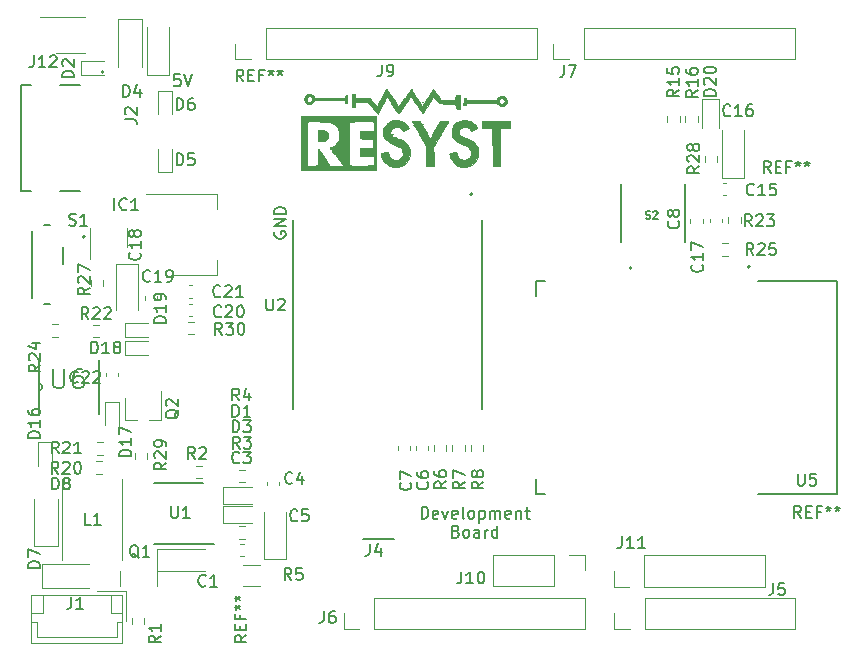
<source format=gbr>
%TF.GenerationSoftware,KiCad,Pcbnew,7.0.6*%
%TF.CreationDate,2024-02-07T19:17:41+08:00*%
%TF.ProjectId,PCB_Main_Board_ESP32S3_RFM95,5043425f-4d61-4696-9e5f-426f6172645f,rev?*%
%TF.SameCoordinates,Original*%
%TF.FileFunction,Legend,Top*%
%TF.FilePolarity,Positive*%
%FSLAX46Y46*%
G04 Gerber Fmt 4.6, Leading zero omitted, Abs format (unit mm)*
G04 Created by KiCad (PCBNEW 7.0.6) date 2024-02-07 19:17:41*
%MOMM*%
%LPD*%
G01*
G04 APERTURE LIST*
%ADD10C,0.150000*%
%ADD11C,0.120000*%
%ADD12C,0.127000*%
%ADD13C,0.200000*%
%ADD14C,0.010000*%
%ADD15C,0.152400*%
G04 APERTURE END LIST*
D10*
X60552438Y-76041904D02*
X60504819Y-76137142D01*
X60504819Y-76137142D02*
X60504819Y-76279999D01*
X60504819Y-76279999D02*
X60552438Y-76422856D01*
X60552438Y-76422856D02*
X60647676Y-76518094D01*
X60647676Y-76518094D02*
X60742914Y-76565713D01*
X60742914Y-76565713D02*
X60933390Y-76613332D01*
X60933390Y-76613332D02*
X61076247Y-76613332D01*
X61076247Y-76613332D02*
X61266723Y-76565713D01*
X61266723Y-76565713D02*
X61361961Y-76518094D01*
X61361961Y-76518094D02*
X61457200Y-76422856D01*
X61457200Y-76422856D02*
X61504819Y-76279999D01*
X61504819Y-76279999D02*
X61504819Y-76184761D01*
X61504819Y-76184761D02*
X61457200Y-76041904D01*
X61457200Y-76041904D02*
X61409580Y-75994285D01*
X61409580Y-75994285D02*
X61076247Y-75994285D01*
X61076247Y-75994285D02*
X61076247Y-76184761D01*
X61504819Y-75565713D02*
X60504819Y-75565713D01*
X60504819Y-75565713D02*
X61504819Y-74994285D01*
X61504819Y-74994285D02*
X60504819Y-74994285D01*
X61504819Y-74518094D02*
X60504819Y-74518094D01*
X60504819Y-74518094D02*
X60504819Y-74279999D01*
X60504819Y-74279999D02*
X60552438Y-74137142D01*
X60552438Y-74137142D02*
X60647676Y-74041904D01*
X60647676Y-74041904D02*
X60742914Y-73994285D01*
X60742914Y-73994285D02*
X60933390Y-73946666D01*
X60933390Y-73946666D02*
X61076247Y-73946666D01*
X61076247Y-73946666D02*
X61266723Y-73994285D01*
X61266723Y-73994285D02*
X61361961Y-74041904D01*
X61361961Y-74041904D02*
X61457200Y-74137142D01*
X61457200Y-74137142D02*
X61504819Y-74279999D01*
X61504819Y-74279999D02*
X61504819Y-74518094D01*
X52534523Y-62704819D02*
X52058333Y-62704819D01*
X52058333Y-62704819D02*
X52010714Y-63181009D01*
X52010714Y-63181009D02*
X52058333Y-63133390D01*
X52058333Y-63133390D02*
X52153571Y-63085771D01*
X52153571Y-63085771D02*
X52391666Y-63085771D01*
X52391666Y-63085771D02*
X52486904Y-63133390D01*
X52486904Y-63133390D02*
X52534523Y-63181009D01*
X52534523Y-63181009D02*
X52582142Y-63276247D01*
X52582142Y-63276247D02*
X52582142Y-63514342D01*
X52582142Y-63514342D02*
X52534523Y-63609580D01*
X52534523Y-63609580D02*
X52486904Y-63657200D01*
X52486904Y-63657200D02*
X52391666Y-63704819D01*
X52391666Y-63704819D02*
X52153571Y-63704819D01*
X52153571Y-63704819D02*
X52058333Y-63657200D01*
X52058333Y-63657200D02*
X52010714Y-63609580D01*
X52867857Y-62704819D02*
X53201190Y-63704819D01*
X53201190Y-63704819D02*
X53534523Y-62704819D01*
X72979999Y-100319819D02*
X72979999Y-99319819D01*
X72979999Y-99319819D02*
X73218094Y-99319819D01*
X73218094Y-99319819D02*
X73360951Y-99367438D01*
X73360951Y-99367438D02*
X73456189Y-99462676D01*
X73456189Y-99462676D02*
X73503808Y-99557914D01*
X73503808Y-99557914D02*
X73551427Y-99748390D01*
X73551427Y-99748390D02*
X73551427Y-99891247D01*
X73551427Y-99891247D02*
X73503808Y-100081723D01*
X73503808Y-100081723D02*
X73456189Y-100176961D01*
X73456189Y-100176961D02*
X73360951Y-100272200D01*
X73360951Y-100272200D02*
X73218094Y-100319819D01*
X73218094Y-100319819D02*
X72979999Y-100319819D01*
X74360951Y-100272200D02*
X74265713Y-100319819D01*
X74265713Y-100319819D02*
X74075237Y-100319819D01*
X74075237Y-100319819D02*
X73979999Y-100272200D01*
X73979999Y-100272200D02*
X73932380Y-100176961D01*
X73932380Y-100176961D02*
X73932380Y-99796009D01*
X73932380Y-99796009D02*
X73979999Y-99700771D01*
X73979999Y-99700771D02*
X74075237Y-99653152D01*
X74075237Y-99653152D02*
X74265713Y-99653152D01*
X74265713Y-99653152D02*
X74360951Y-99700771D01*
X74360951Y-99700771D02*
X74408570Y-99796009D01*
X74408570Y-99796009D02*
X74408570Y-99891247D01*
X74408570Y-99891247D02*
X73932380Y-99986485D01*
X74741904Y-99653152D02*
X74979999Y-100319819D01*
X74979999Y-100319819D02*
X75218094Y-99653152D01*
X75979999Y-100272200D02*
X75884761Y-100319819D01*
X75884761Y-100319819D02*
X75694285Y-100319819D01*
X75694285Y-100319819D02*
X75599047Y-100272200D01*
X75599047Y-100272200D02*
X75551428Y-100176961D01*
X75551428Y-100176961D02*
X75551428Y-99796009D01*
X75551428Y-99796009D02*
X75599047Y-99700771D01*
X75599047Y-99700771D02*
X75694285Y-99653152D01*
X75694285Y-99653152D02*
X75884761Y-99653152D01*
X75884761Y-99653152D02*
X75979999Y-99700771D01*
X75979999Y-99700771D02*
X76027618Y-99796009D01*
X76027618Y-99796009D02*
X76027618Y-99891247D01*
X76027618Y-99891247D02*
X75551428Y-99986485D01*
X76599047Y-100319819D02*
X76503809Y-100272200D01*
X76503809Y-100272200D02*
X76456190Y-100176961D01*
X76456190Y-100176961D02*
X76456190Y-99319819D01*
X77122857Y-100319819D02*
X77027619Y-100272200D01*
X77027619Y-100272200D02*
X76980000Y-100224580D01*
X76980000Y-100224580D02*
X76932381Y-100129342D01*
X76932381Y-100129342D02*
X76932381Y-99843628D01*
X76932381Y-99843628D02*
X76980000Y-99748390D01*
X76980000Y-99748390D02*
X77027619Y-99700771D01*
X77027619Y-99700771D02*
X77122857Y-99653152D01*
X77122857Y-99653152D02*
X77265714Y-99653152D01*
X77265714Y-99653152D02*
X77360952Y-99700771D01*
X77360952Y-99700771D02*
X77408571Y-99748390D01*
X77408571Y-99748390D02*
X77456190Y-99843628D01*
X77456190Y-99843628D02*
X77456190Y-100129342D01*
X77456190Y-100129342D02*
X77408571Y-100224580D01*
X77408571Y-100224580D02*
X77360952Y-100272200D01*
X77360952Y-100272200D02*
X77265714Y-100319819D01*
X77265714Y-100319819D02*
X77122857Y-100319819D01*
X77884762Y-99653152D02*
X77884762Y-100653152D01*
X77884762Y-99700771D02*
X77980000Y-99653152D01*
X77980000Y-99653152D02*
X78170476Y-99653152D01*
X78170476Y-99653152D02*
X78265714Y-99700771D01*
X78265714Y-99700771D02*
X78313333Y-99748390D01*
X78313333Y-99748390D02*
X78360952Y-99843628D01*
X78360952Y-99843628D02*
X78360952Y-100129342D01*
X78360952Y-100129342D02*
X78313333Y-100224580D01*
X78313333Y-100224580D02*
X78265714Y-100272200D01*
X78265714Y-100272200D02*
X78170476Y-100319819D01*
X78170476Y-100319819D02*
X77980000Y-100319819D01*
X77980000Y-100319819D02*
X77884762Y-100272200D01*
X78789524Y-100319819D02*
X78789524Y-99653152D01*
X78789524Y-99748390D02*
X78837143Y-99700771D01*
X78837143Y-99700771D02*
X78932381Y-99653152D01*
X78932381Y-99653152D02*
X79075238Y-99653152D01*
X79075238Y-99653152D02*
X79170476Y-99700771D01*
X79170476Y-99700771D02*
X79218095Y-99796009D01*
X79218095Y-99796009D02*
X79218095Y-100319819D01*
X79218095Y-99796009D02*
X79265714Y-99700771D01*
X79265714Y-99700771D02*
X79360952Y-99653152D01*
X79360952Y-99653152D02*
X79503809Y-99653152D01*
X79503809Y-99653152D02*
X79599048Y-99700771D01*
X79599048Y-99700771D02*
X79646667Y-99796009D01*
X79646667Y-99796009D02*
X79646667Y-100319819D01*
X80503809Y-100272200D02*
X80408571Y-100319819D01*
X80408571Y-100319819D02*
X80218095Y-100319819D01*
X80218095Y-100319819D02*
X80122857Y-100272200D01*
X80122857Y-100272200D02*
X80075238Y-100176961D01*
X80075238Y-100176961D02*
X80075238Y-99796009D01*
X80075238Y-99796009D02*
X80122857Y-99700771D01*
X80122857Y-99700771D02*
X80218095Y-99653152D01*
X80218095Y-99653152D02*
X80408571Y-99653152D01*
X80408571Y-99653152D02*
X80503809Y-99700771D01*
X80503809Y-99700771D02*
X80551428Y-99796009D01*
X80551428Y-99796009D02*
X80551428Y-99891247D01*
X80551428Y-99891247D02*
X80075238Y-99986485D01*
X80980000Y-99653152D02*
X80980000Y-100319819D01*
X80980000Y-99748390D02*
X81027619Y-99700771D01*
X81027619Y-99700771D02*
X81122857Y-99653152D01*
X81122857Y-99653152D02*
X81265714Y-99653152D01*
X81265714Y-99653152D02*
X81360952Y-99700771D01*
X81360952Y-99700771D02*
X81408571Y-99796009D01*
X81408571Y-99796009D02*
X81408571Y-100319819D01*
X81741905Y-99653152D02*
X82122857Y-99653152D01*
X81884762Y-99319819D02*
X81884762Y-100176961D01*
X81884762Y-100176961D02*
X81932381Y-100272200D01*
X81932381Y-100272200D02*
X82027619Y-100319819D01*
X82027619Y-100319819D02*
X82122857Y-100319819D01*
X75884761Y-101406009D02*
X76027618Y-101453628D01*
X76027618Y-101453628D02*
X76075237Y-101501247D01*
X76075237Y-101501247D02*
X76122856Y-101596485D01*
X76122856Y-101596485D02*
X76122856Y-101739342D01*
X76122856Y-101739342D02*
X76075237Y-101834580D01*
X76075237Y-101834580D02*
X76027618Y-101882200D01*
X76027618Y-101882200D02*
X75932380Y-101929819D01*
X75932380Y-101929819D02*
X75551428Y-101929819D01*
X75551428Y-101929819D02*
X75551428Y-100929819D01*
X75551428Y-100929819D02*
X75884761Y-100929819D01*
X75884761Y-100929819D02*
X75979999Y-100977438D01*
X75979999Y-100977438D02*
X76027618Y-101025057D01*
X76027618Y-101025057D02*
X76075237Y-101120295D01*
X76075237Y-101120295D02*
X76075237Y-101215533D01*
X76075237Y-101215533D02*
X76027618Y-101310771D01*
X76027618Y-101310771D02*
X75979999Y-101358390D01*
X75979999Y-101358390D02*
X75884761Y-101406009D01*
X75884761Y-101406009D02*
X75551428Y-101406009D01*
X76694285Y-101929819D02*
X76599047Y-101882200D01*
X76599047Y-101882200D02*
X76551428Y-101834580D01*
X76551428Y-101834580D02*
X76503809Y-101739342D01*
X76503809Y-101739342D02*
X76503809Y-101453628D01*
X76503809Y-101453628D02*
X76551428Y-101358390D01*
X76551428Y-101358390D02*
X76599047Y-101310771D01*
X76599047Y-101310771D02*
X76694285Y-101263152D01*
X76694285Y-101263152D02*
X76837142Y-101263152D01*
X76837142Y-101263152D02*
X76932380Y-101310771D01*
X76932380Y-101310771D02*
X76979999Y-101358390D01*
X76979999Y-101358390D02*
X77027618Y-101453628D01*
X77027618Y-101453628D02*
X77027618Y-101739342D01*
X77027618Y-101739342D02*
X76979999Y-101834580D01*
X76979999Y-101834580D02*
X76932380Y-101882200D01*
X76932380Y-101882200D02*
X76837142Y-101929819D01*
X76837142Y-101929819D02*
X76694285Y-101929819D01*
X77884761Y-101929819D02*
X77884761Y-101406009D01*
X77884761Y-101406009D02*
X77837142Y-101310771D01*
X77837142Y-101310771D02*
X77741904Y-101263152D01*
X77741904Y-101263152D02*
X77551428Y-101263152D01*
X77551428Y-101263152D02*
X77456190Y-101310771D01*
X77884761Y-101882200D02*
X77789523Y-101929819D01*
X77789523Y-101929819D02*
X77551428Y-101929819D01*
X77551428Y-101929819D02*
X77456190Y-101882200D01*
X77456190Y-101882200D02*
X77408571Y-101786961D01*
X77408571Y-101786961D02*
X77408571Y-101691723D01*
X77408571Y-101691723D02*
X77456190Y-101596485D01*
X77456190Y-101596485D02*
X77551428Y-101548866D01*
X77551428Y-101548866D02*
X77789523Y-101548866D01*
X77789523Y-101548866D02*
X77884761Y-101501247D01*
X78360952Y-101929819D02*
X78360952Y-101263152D01*
X78360952Y-101453628D02*
X78408571Y-101358390D01*
X78408571Y-101358390D02*
X78456190Y-101310771D01*
X78456190Y-101310771D02*
X78551428Y-101263152D01*
X78551428Y-101263152D02*
X78646666Y-101263152D01*
X79408571Y-101929819D02*
X79408571Y-100929819D01*
X79408571Y-101882200D02*
X79313333Y-101929819D01*
X79313333Y-101929819D02*
X79122857Y-101929819D01*
X79122857Y-101929819D02*
X79027619Y-101882200D01*
X79027619Y-101882200D02*
X78980000Y-101834580D01*
X78980000Y-101834580D02*
X78932381Y-101739342D01*
X78932381Y-101739342D02*
X78932381Y-101453628D01*
X78932381Y-101453628D02*
X78980000Y-101358390D01*
X78980000Y-101358390D02*
X79027619Y-101310771D01*
X79027619Y-101310771D02*
X79122857Y-101263152D01*
X79122857Y-101263152D02*
X79313333Y-101263152D01*
X79313333Y-101263152D02*
X79408571Y-101310771D01*
X56961905Y-91694819D02*
X56961905Y-90694819D01*
X56961905Y-90694819D02*
X57200000Y-90694819D01*
X57200000Y-90694819D02*
X57342857Y-90742438D01*
X57342857Y-90742438D02*
X57438095Y-90837676D01*
X57438095Y-90837676D02*
X57485714Y-90932914D01*
X57485714Y-90932914D02*
X57533333Y-91123390D01*
X57533333Y-91123390D02*
X57533333Y-91266247D01*
X57533333Y-91266247D02*
X57485714Y-91456723D01*
X57485714Y-91456723D02*
X57438095Y-91551961D01*
X57438095Y-91551961D02*
X57342857Y-91647200D01*
X57342857Y-91647200D02*
X57200000Y-91694819D01*
X57200000Y-91694819D02*
X56961905Y-91694819D01*
X58485714Y-91694819D02*
X57914286Y-91694819D01*
X58200000Y-91694819D02*
X58200000Y-90694819D01*
X58200000Y-90694819D02*
X58104762Y-90837676D01*
X58104762Y-90837676D02*
X58009524Y-90932914D01*
X58009524Y-90932914D02*
X57914286Y-90980533D01*
X105091666Y-100244819D02*
X104758333Y-99768628D01*
X104520238Y-100244819D02*
X104520238Y-99244819D01*
X104520238Y-99244819D02*
X104901190Y-99244819D01*
X104901190Y-99244819D02*
X104996428Y-99292438D01*
X104996428Y-99292438D02*
X105044047Y-99340057D01*
X105044047Y-99340057D02*
X105091666Y-99435295D01*
X105091666Y-99435295D02*
X105091666Y-99578152D01*
X105091666Y-99578152D02*
X105044047Y-99673390D01*
X105044047Y-99673390D02*
X104996428Y-99721009D01*
X104996428Y-99721009D02*
X104901190Y-99768628D01*
X104901190Y-99768628D02*
X104520238Y-99768628D01*
X105520238Y-99721009D02*
X105853571Y-99721009D01*
X105996428Y-100244819D02*
X105520238Y-100244819D01*
X105520238Y-100244819D02*
X105520238Y-99244819D01*
X105520238Y-99244819D02*
X105996428Y-99244819D01*
X106758333Y-99721009D02*
X106425000Y-99721009D01*
X106425000Y-100244819D02*
X106425000Y-99244819D01*
X106425000Y-99244819D02*
X106901190Y-99244819D01*
X107425000Y-99244819D02*
X107425000Y-99482914D01*
X107186905Y-99387676D02*
X107425000Y-99482914D01*
X107425000Y-99482914D02*
X107663095Y-99387676D01*
X107282143Y-99673390D02*
X107425000Y-99482914D01*
X107425000Y-99482914D02*
X107567857Y-99673390D01*
X108186905Y-99244819D02*
X108186905Y-99482914D01*
X107948810Y-99387676D02*
X108186905Y-99482914D01*
X108186905Y-99482914D02*
X108425000Y-99387676D01*
X108044048Y-99673390D02*
X108186905Y-99482914D01*
X108186905Y-99482914D02*
X108329762Y-99673390D01*
X58154819Y-110173333D02*
X57678628Y-110506666D01*
X58154819Y-110744761D02*
X57154819Y-110744761D01*
X57154819Y-110744761D02*
X57154819Y-110363809D01*
X57154819Y-110363809D02*
X57202438Y-110268571D01*
X57202438Y-110268571D02*
X57250057Y-110220952D01*
X57250057Y-110220952D02*
X57345295Y-110173333D01*
X57345295Y-110173333D02*
X57488152Y-110173333D01*
X57488152Y-110173333D02*
X57583390Y-110220952D01*
X57583390Y-110220952D02*
X57631009Y-110268571D01*
X57631009Y-110268571D02*
X57678628Y-110363809D01*
X57678628Y-110363809D02*
X57678628Y-110744761D01*
X57631009Y-109744761D02*
X57631009Y-109411428D01*
X58154819Y-109268571D02*
X58154819Y-109744761D01*
X58154819Y-109744761D02*
X57154819Y-109744761D01*
X57154819Y-109744761D02*
X57154819Y-109268571D01*
X57631009Y-108506666D02*
X57631009Y-108839999D01*
X58154819Y-108839999D02*
X57154819Y-108839999D01*
X57154819Y-108839999D02*
X57154819Y-108363809D01*
X57154819Y-107839999D02*
X57392914Y-107839999D01*
X57297676Y-108078094D02*
X57392914Y-107839999D01*
X57392914Y-107839999D02*
X57297676Y-107601904D01*
X57583390Y-107982856D02*
X57392914Y-107839999D01*
X57392914Y-107839999D02*
X57583390Y-107697142D01*
X57154819Y-107078094D02*
X57392914Y-107078094D01*
X57297676Y-107316189D02*
X57392914Y-107078094D01*
X57392914Y-107078094D02*
X57297676Y-106839999D01*
X57583390Y-107220951D02*
X57392914Y-107078094D01*
X57392914Y-107078094D02*
X57583390Y-106935237D01*
X57891666Y-63304819D02*
X57558333Y-62828628D01*
X57320238Y-63304819D02*
X57320238Y-62304819D01*
X57320238Y-62304819D02*
X57701190Y-62304819D01*
X57701190Y-62304819D02*
X57796428Y-62352438D01*
X57796428Y-62352438D02*
X57844047Y-62400057D01*
X57844047Y-62400057D02*
X57891666Y-62495295D01*
X57891666Y-62495295D02*
X57891666Y-62638152D01*
X57891666Y-62638152D02*
X57844047Y-62733390D01*
X57844047Y-62733390D02*
X57796428Y-62781009D01*
X57796428Y-62781009D02*
X57701190Y-62828628D01*
X57701190Y-62828628D02*
X57320238Y-62828628D01*
X58320238Y-62781009D02*
X58653571Y-62781009D01*
X58796428Y-63304819D02*
X58320238Y-63304819D01*
X58320238Y-63304819D02*
X58320238Y-62304819D01*
X58320238Y-62304819D02*
X58796428Y-62304819D01*
X59558333Y-62781009D02*
X59225000Y-62781009D01*
X59225000Y-63304819D02*
X59225000Y-62304819D01*
X59225000Y-62304819D02*
X59701190Y-62304819D01*
X60225000Y-62304819D02*
X60225000Y-62542914D01*
X59986905Y-62447676D02*
X60225000Y-62542914D01*
X60225000Y-62542914D02*
X60463095Y-62447676D01*
X60082143Y-62733390D02*
X60225000Y-62542914D01*
X60225000Y-62542914D02*
X60367857Y-62733390D01*
X60986905Y-62304819D02*
X60986905Y-62542914D01*
X60748810Y-62447676D02*
X60986905Y-62542914D01*
X60986905Y-62542914D02*
X61225000Y-62447676D01*
X60844048Y-62733390D02*
X60986905Y-62542914D01*
X60986905Y-62542914D02*
X61129762Y-62733390D01*
X43316666Y-106954819D02*
X43316666Y-107669104D01*
X43316666Y-107669104D02*
X43269047Y-107811961D01*
X43269047Y-107811961D02*
X43173809Y-107907200D01*
X43173809Y-107907200D02*
X43030952Y-107954819D01*
X43030952Y-107954819D02*
X42935714Y-107954819D01*
X44316666Y-107954819D02*
X43745238Y-107954819D01*
X44030952Y-107954819D02*
X44030952Y-106954819D01*
X44030952Y-106954819D02*
X43935714Y-107097676D01*
X43935714Y-107097676D02*
X43840476Y-107192914D01*
X43840476Y-107192914D02*
X43745238Y-107240533D01*
X56986905Y-92994819D02*
X56986905Y-91994819D01*
X56986905Y-91994819D02*
X57225000Y-91994819D01*
X57225000Y-91994819D02*
X57367857Y-92042438D01*
X57367857Y-92042438D02*
X57463095Y-92137676D01*
X57463095Y-92137676D02*
X57510714Y-92232914D01*
X57510714Y-92232914D02*
X57558333Y-92423390D01*
X57558333Y-92423390D02*
X57558333Y-92566247D01*
X57558333Y-92566247D02*
X57510714Y-92756723D01*
X57510714Y-92756723D02*
X57463095Y-92851961D01*
X57463095Y-92851961D02*
X57367857Y-92947200D01*
X57367857Y-92947200D02*
X57225000Y-92994819D01*
X57225000Y-92994819D02*
X56986905Y-92994819D01*
X57891667Y-91994819D02*
X58510714Y-91994819D01*
X58510714Y-91994819D02*
X58177381Y-92375771D01*
X58177381Y-92375771D02*
X58320238Y-92375771D01*
X58320238Y-92375771D02*
X58415476Y-92423390D01*
X58415476Y-92423390D02*
X58463095Y-92471009D01*
X58463095Y-92471009D02*
X58510714Y-92566247D01*
X58510714Y-92566247D02*
X58510714Y-92804342D01*
X58510714Y-92804342D02*
X58463095Y-92899580D01*
X58463095Y-92899580D02*
X58415476Y-92947200D01*
X58415476Y-92947200D02*
X58320238Y-92994819D01*
X58320238Y-92994819D02*
X58034524Y-92994819D01*
X58034524Y-92994819D02*
X57939286Y-92947200D01*
X57939286Y-92947200D02*
X57891667Y-92899580D01*
X53783333Y-95269819D02*
X53450000Y-94793628D01*
X53211905Y-95269819D02*
X53211905Y-94269819D01*
X53211905Y-94269819D02*
X53592857Y-94269819D01*
X53592857Y-94269819D02*
X53688095Y-94317438D01*
X53688095Y-94317438D02*
X53735714Y-94365057D01*
X53735714Y-94365057D02*
X53783333Y-94460295D01*
X53783333Y-94460295D02*
X53783333Y-94603152D01*
X53783333Y-94603152D02*
X53735714Y-94698390D01*
X53735714Y-94698390D02*
X53688095Y-94746009D01*
X53688095Y-94746009D02*
X53592857Y-94793628D01*
X53592857Y-94793628D02*
X53211905Y-94793628D01*
X54164286Y-94365057D02*
X54211905Y-94317438D01*
X54211905Y-94317438D02*
X54307143Y-94269819D01*
X54307143Y-94269819D02*
X54545238Y-94269819D01*
X54545238Y-94269819D02*
X54640476Y-94317438D01*
X54640476Y-94317438D02*
X54688095Y-94365057D01*
X54688095Y-94365057D02*
X54735714Y-94460295D01*
X54735714Y-94460295D02*
X54735714Y-94555533D01*
X54735714Y-94555533D02*
X54688095Y-94698390D01*
X54688095Y-94698390D02*
X54116667Y-95269819D01*
X54116667Y-95269819D02*
X54735714Y-95269819D01*
X54708333Y-105974580D02*
X54660714Y-106022200D01*
X54660714Y-106022200D02*
X54517857Y-106069819D01*
X54517857Y-106069819D02*
X54422619Y-106069819D01*
X54422619Y-106069819D02*
X54279762Y-106022200D01*
X54279762Y-106022200D02*
X54184524Y-105926961D01*
X54184524Y-105926961D02*
X54136905Y-105831723D01*
X54136905Y-105831723D02*
X54089286Y-105641247D01*
X54089286Y-105641247D02*
X54089286Y-105498390D01*
X54089286Y-105498390D02*
X54136905Y-105307914D01*
X54136905Y-105307914D02*
X54184524Y-105212676D01*
X54184524Y-105212676D02*
X54279762Y-105117438D01*
X54279762Y-105117438D02*
X54422619Y-105069819D01*
X54422619Y-105069819D02*
X54517857Y-105069819D01*
X54517857Y-105069819D02*
X54660714Y-105117438D01*
X54660714Y-105117438D02*
X54708333Y-105165057D01*
X55660714Y-106069819D02*
X55089286Y-106069819D01*
X55375000Y-106069819D02*
X55375000Y-105069819D01*
X55375000Y-105069819D02*
X55279762Y-105212676D01*
X55279762Y-105212676D02*
X55184524Y-105307914D01*
X55184524Y-105307914D02*
X55089286Y-105355533D01*
X76624819Y-97196666D02*
X76148628Y-97529999D01*
X76624819Y-97768094D02*
X75624819Y-97768094D01*
X75624819Y-97768094D02*
X75624819Y-97387142D01*
X75624819Y-97387142D02*
X75672438Y-97291904D01*
X75672438Y-97291904D02*
X75720057Y-97244285D01*
X75720057Y-97244285D02*
X75815295Y-97196666D01*
X75815295Y-97196666D02*
X75958152Y-97196666D01*
X75958152Y-97196666D02*
X76053390Y-97244285D01*
X76053390Y-97244285D02*
X76101009Y-97291904D01*
X76101009Y-97291904D02*
X76148628Y-97387142D01*
X76148628Y-97387142D02*
X76148628Y-97768094D01*
X75624819Y-96863332D02*
X75624819Y-96196666D01*
X75624819Y-96196666D02*
X76624819Y-96625237D01*
X72029580Y-97266666D02*
X72077200Y-97314285D01*
X72077200Y-97314285D02*
X72124819Y-97457142D01*
X72124819Y-97457142D02*
X72124819Y-97552380D01*
X72124819Y-97552380D02*
X72077200Y-97695237D01*
X72077200Y-97695237D02*
X71981961Y-97790475D01*
X71981961Y-97790475D02*
X71886723Y-97838094D01*
X71886723Y-97838094D02*
X71696247Y-97885713D01*
X71696247Y-97885713D02*
X71553390Y-97885713D01*
X71553390Y-97885713D02*
X71362914Y-97838094D01*
X71362914Y-97838094D02*
X71267676Y-97790475D01*
X71267676Y-97790475D02*
X71172438Y-97695237D01*
X71172438Y-97695237D02*
X71124819Y-97552380D01*
X71124819Y-97552380D02*
X71124819Y-97457142D01*
X71124819Y-97457142D02*
X71172438Y-97314285D01*
X71172438Y-97314285D02*
X71220057Y-97266666D01*
X71124819Y-96933332D02*
X71124819Y-96266666D01*
X71124819Y-96266666D02*
X72124819Y-96695237D01*
X57533333Y-90319819D02*
X57200000Y-89843628D01*
X56961905Y-90319819D02*
X56961905Y-89319819D01*
X56961905Y-89319819D02*
X57342857Y-89319819D01*
X57342857Y-89319819D02*
X57438095Y-89367438D01*
X57438095Y-89367438D02*
X57485714Y-89415057D01*
X57485714Y-89415057D02*
X57533333Y-89510295D01*
X57533333Y-89510295D02*
X57533333Y-89653152D01*
X57533333Y-89653152D02*
X57485714Y-89748390D01*
X57485714Y-89748390D02*
X57438095Y-89796009D01*
X57438095Y-89796009D02*
X57342857Y-89843628D01*
X57342857Y-89843628D02*
X56961905Y-89843628D01*
X58390476Y-89653152D02*
X58390476Y-90319819D01*
X58152381Y-89272200D02*
X57914286Y-89986485D01*
X57914286Y-89986485D02*
X58533333Y-89986485D01*
X73469580Y-97236666D02*
X73517200Y-97284285D01*
X73517200Y-97284285D02*
X73564819Y-97427142D01*
X73564819Y-97427142D02*
X73564819Y-97522380D01*
X73564819Y-97522380D02*
X73517200Y-97665237D01*
X73517200Y-97665237D02*
X73421961Y-97760475D01*
X73421961Y-97760475D02*
X73326723Y-97808094D01*
X73326723Y-97808094D02*
X73136247Y-97855713D01*
X73136247Y-97855713D02*
X72993390Y-97855713D01*
X72993390Y-97855713D02*
X72802914Y-97808094D01*
X72802914Y-97808094D02*
X72707676Y-97760475D01*
X72707676Y-97760475D02*
X72612438Y-97665237D01*
X72612438Y-97665237D02*
X72564819Y-97522380D01*
X72564819Y-97522380D02*
X72564819Y-97427142D01*
X72564819Y-97427142D02*
X72612438Y-97284285D01*
X72612438Y-97284285D02*
X72660057Y-97236666D01*
X72564819Y-96379523D02*
X72564819Y-96569999D01*
X72564819Y-96569999D02*
X72612438Y-96665237D01*
X72612438Y-96665237D02*
X72660057Y-96712856D01*
X72660057Y-96712856D02*
X72802914Y-96808094D01*
X72802914Y-96808094D02*
X72993390Y-96855713D01*
X72993390Y-96855713D02*
X73374342Y-96855713D01*
X73374342Y-96855713D02*
X73469580Y-96808094D01*
X73469580Y-96808094D02*
X73517200Y-96760475D01*
X73517200Y-96760475D02*
X73564819Y-96665237D01*
X73564819Y-96665237D02*
X73564819Y-96474761D01*
X73564819Y-96474761D02*
X73517200Y-96379523D01*
X73517200Y-96379523D02*
X73469580Y-96331904D01*
X73469580Y-96331904D02*
X73374342Y-96284285D01*
X73374342Y-96284285D02*
X73136247Y-96284285D01*
X73136247Y-96284285D02*
X73041009Y-96331904D01*
X73041009Y-96331904D02*
X72993390Y-96379523D01*
X72993390Y-96379523D02*
X72945771Y-96474761D01*
X72945771Y-96474761D02*
X72945771Y-96665237D01*
X72945771Y-96665237D02*
X72993390Y-96760475D01*
X72993390Y-96760475D02*
X73041009Y-96808094D01*
X73041009Y-96808094D02*
X73136247Y-96855713D01*
X94709580Y-75126666D02*
X94757200Y-75174285D01*
X94757200Y-75174285D02*
X94804819Y-75317142D01*
X94804819Y-75317142D02*
X94804819Y-75412380D01*
X94804819Y-75412380D02*
X94757200Y-75555237D01*
X94757200Y-75555237D02*
X94661961Y-75650475D01*
X94661961Y-75650475D02*
X94566723Y-75698094D01*
X94566723Y-75698094D02*
X94376247Y-75745713D01*
X94376247Y-75745713D02*
X94233390Y-75745713D01*
X94233390Y-75745713D02*
X94042914Y-75698094D01*
X94042914Y-75698094D02*
X93947676Y-75650475D01*
X93947676Y-75650475D02*
X93852438Y-75555237D01*
X93852438Y-75555237D02*
X93804819Y-75412380D01*
X93804819Y-75412380D02*
X93804819Y-75317142D01*
X93804819Y-75317142D02*
X93852438Y-75174285D01*
X93852438Y-75174285D02*
X93900057Y-75126666D01*
X94233390Y-74555237D02*
X94185771Y-74650475D01*
X94185771Y-74650475D02*
X94138152Y-74698094D01*
X94138152Y-74698094D02*
X94042914Y-74745713D01*
X94042914Y-74745713D02*
X93995295Y-74745713D01*
X93995295Y-74745713D02*
X93900057Y-74698094D01*
X93900057Y-74698094D02*
X93852438Y-74650475D01*
X93852438Y-74650475D02*
X93804819Y-74555237D01*
X93804819Y-74555237D02*
X93804819Y-74364761D01*
X93804819Y-74364761D02*
X93852438Y-74269523D01*
X93852438Y-74269523D02*
X93900057Y-74221904D01*
X93900057Y-74221904D02*
X93995295Y-74174285D01*
X93995295Y-74174285D02*
X94042914Y-74174285D01*
X94042914Y-74174285D02*
X94138152Y-74221904D01*
X94138152Y-74221904D02*
X94185771Y-74269523D01*
X94185771Y-74269523D02*
X94233390Y-74364761D01*
X94233390Y-74364761D02*
X94233390Y-74555237D01*
X94233390Y-74555237D02*
X94281009Y-74650475D01*
X94281009Y-74650475D02*
X94328628Y-74698094D01*
X94328628Y-74698094D02*
X94423866Y-74745713D01*
X94423866Y-74745713D02*
X94614342Y-74745713D01*
X94614342Y-74745713D02*
X94709580Y-74698094D01*
X94709580Y-74698094D02*
X94757200Y-74650475D01*
X94757200Y-74650475D02*
X94804819Y-74555237D01*
X94804819Y-74555237D02*
X94804819Y-74364761D01*
X94804819Y-74364761D02*
X94757200Y-74269523D01*
X94757200Y-74269523D02*
X94709580Y-74221904D01*
X94709580Y-74221904D02*
X94614342Y-74174285D01*
X94614342Y-74174285D02*
X94423866Y-74174285D01*
X94423866Y-74174285D02*
X94328628Y-74221904D01*
X94328628Y-74221904D02*
X94281009Y-74269523D01*
X94281009Y-74269523D02*
X94233390Y-74364761D01*
X40654819Y-93479285D02*
X39654819Y-93479285D01*
X39654819Y-93479285D02*
X39654819Y-93241190D01*
X39654819Y-93241190D02*
X39702438Y-93098333D01*
X39702438Y-93098333D02*
X39797676Y-93003095D01*
X39797676Y-93003095D02*
X39892914Y-92955476D01*
X39892914Y-92955476D02*
X40083390Y-92907857D01*
X40083390Y-92907857D02*
X40226247Y-92907857D01*
X40226247Y-92907857D02*
X40416723Y-92955476D01*
X40416723Y-92955476D02*
X40511961Y-93003095D01*
X40511961Y-93003095D02*
X40607200Y-93098333D01*
X40607200Y-93098333D02*
X40654819Y-93241190D01*
X40654819Y-93241190D02*
X40654819Y-93479285D01*
X40654819Y-91955476D02*
X40654819Y-92526904D01*
X40654819Y-92241190D02*
X39654819Y-92241190D01*
X39654819Y-92241190D02*
X39797676Y-92336428D01*
X39797676Y-92336428D02*
X39892914Y-92431666D01*
X39892914Y-92431666D02*
X39940533Y-92526904D01*
X39654819Y-91098333D02*
X39654819Y-91288809D01*
X39654819Y-91288809D02*
X39702438Y-91384047D01*
X39702438Y-91384047D02*
X39750057Y-91431666D01*
X39750057Y-91431666D02*
X39892914Y-91526904D01*
X39892914Y-91526904D02*
X40083390Y-91574523D01*
X40083390Y-91574523D02*
X40464342Y-91574523D01*
X40464342Y-91574523D02*
X40559580Y-91526904D01*
X40559580Y-91526904D02*
X40607200Y-91479285D01*
X40607200Y-91479285D02*
X40654819Y-91384047D01*
X40654819Y-91384047D02*
X40654819Y-91193571D01*
X40654819Y-91193571D02*
X40607200Y-91098333D01*
X40607200Y-91098333D02*
X40559580Y-91050714D01*
X40559580Y-91050714D02*
X40464342Y-91003095D01*
X40464342Y-91003095D02*
X40226247Y-91003095D01*
X40226247Y-91003095D02*
X40131009Y-91050714D01*
X40131009Y-91050714D02*
X40083390Y-91098333D01*
X40083390Y-91098333D02*
X40035771Y-91193571D01*
X40035771Y-91193571D02*
X40035771Y-91384047D01*
X40035771Y-91384047D02*
X40083390Y-91479285D01*
X40083390Y-91479285D02*
X40131009Y-91526904D01*
X40131009Y-91526904D02*
X40226247Y-91574523D01*
X47859819Y-66508333D02*
X48574104Y-66508333D01*
X48574104Y-66508333D02*
X48716961Y-66555952D01*
X48716961Y-66555952D02*
X48812200Y-66651190D01*
X48812200Y-66651190D02*
X48859819Y-66794047D01*
X48859819Y-66794047D02*
X48859819Y-66889285D01*
X47955057Y-66079761D02*
X47907438Y-66032142D01*
X47907438Y-66032142D02*
X47859819Y-65936904D01*
X47859819Y-65936904D02*
X47859819Y-65698809D01*
X47859819Y-65698809D02*
X47907438Y-65603571D01*
X47907438Y-65603571D02*
X47955057Y-65555952D01*
X47955057Y-65555952D02*
X48050295Y-65508333D01*
X48050295Y-65508333D02*
X48145533Y-65508333D01*
X48145533Y-65508333D02*
X48288390Y-65555952D01*
X48288390Y-65555952D02*
X48859819Y-66127380D01*
X48859819Y-66127380D02*
X48859819Y-65508333D01*
X56007142Y-83174580D02*
X55959523Y-83222200D01*
X55959523Y-83222200D02*
X55816666Y-83269819D01*
X55816666Y-83269819D02*
X55721428Y-83269819D01*
X55721428Y-83269819D02*
X55578571Y-83222200D01*
X55578571Y-83222200D02*
X55483333Y-83126961D01*
X55483333Y-83126961D02*
X55435714Y-83031723D01*
X55435714Y-83031723D02*
X55388095Y-82841247D01*
X55388095Y-82841247D02*
X55388095Y-82698390D01*
X55388095Y-82698390D02*
X55435714Y-82507914D01*
X55435714Y-82507914D02*
X55483333Y-82412676D01*
X55483333Y-82412676D02*
X55578571Y-82317438D01*
X55578571Y-82317438D02*
X55721428Y-82269819D01*
X55721428Y-82269819D02*
X55816666Y-82269819D01*
X55816666Y-82269819D02*
X55959523Y-82317438D01*
X55959523Y-82317438D02*
X56007142Y-82365057D01*
X56388095Y-82365057D02*
X56435714Y-82317438D01*
X56435714Y-82317438D02*
X56530952Y-82269819D01*
X56530952Y-82269819D02*
X56769047Y-82269819D01*
X56769047Y-82269819D02*
X56864285Y-82317438D01*
X56864285Y-82317438D02*
X56911904Y-82365057D01*
X56911904Y-82365057D02*
X56959523Y-82460295D01*
X56959523Y-82460295D02*
X56959523Y-82555533D01*
X56959523Y-82555533D02*
X56911904Y-82698390D01*
X56911904Y-82698390D02*
X56340476Y-83269819D01*
X56340476Y-83269819D02*
X56959523Y-83269819D01*
X57578571Y-82269819D02*
X57673809Y-82269819D01*
X57673809Y-82269819D02*
X57769047Y-82317438D01*
X57769047Y-82317438D02*
X57816666Y-82365057D01*
X57816666Y-82365057D02*
X57864285Y-82460295D01*
X57864285Y-82460295D02*
X57911904Y-82650771D01*
X57911904Y-82650771D02*
X57911904Y-82888866D01*
X57911904Y-82888866D02*
X57864285Y-83079342D01*
X57864285Y-83079342D02*
X57816666Y-83174580D01*
X57816666Y-83174580D02*
X57769047Y-83222200D01*
X57769047Y-83222200D02*
X57673809Y-83269819D01*
X57673809Y-83269819D02*
X57578571Y-83269819D01*
X57578571Y-83269819D02*
X57483333Y-83222200D01*
X57483333Y-83222200D02*
X57435714Y-83174580D01*
X57435714Y-83174580D02*
X57388095Y-83079342D01*
X57388095Y-83079342D02*
X57340476Y-82888866D01*
X57340476Y-82888866D02*
X57340476Y-82650771D01*
X57340476Y-82650771D02*
X57388095Y-82460295D01*
X57388095Y-82460295D02*
X57435714Y-82365057D01*
X57435714Y-82365057D02*
X57483333Y-82317438D01*
X57483333Y-82317438D02*
X57578571Y-82269819D01*
X42232142Y-96519819D02*
X41898809Y-96043628D01*
X41660714Y-96519819D02*
X41660714Y-95519819D01*
X41660714Y-95519819D02*
X42041666Y-95519819D01*
X42041666Y-95519819D02*
X42136904Y-95567438D01*
X42136904Y-95567438D02*
X42184523Y-95615057D01*
X42184523Y-95615057D02*
X42232142Y-95710295D01*
X42232142Y-95710295D02*
X42232142Y-95853152D01*
X42232142Y-95853152D02*
X42184523Y-95948390D01*
X42184523Y-95948390D02*
X42136904Y-95996009D01*
X42136904Y-95996009D02*
X42041666Y-96043628D01*
X42041666Y-96043628D02*
X41660714Y-96043628D01*
X42613095Y-95615057D02*
X42660714Y-95567438D01*
X42660714Y-95567438D02*
X42755952Y-95519819D01*
X42755952Y-95519819D02*
X42994047Y-95519819D01*
X42994047Y-95519819D02*
X43089285Y-95567438D01*
X43089285Y-95567438D02*
X43136904Y-95615057D01*
X43136904Y-95615057D02*
X43184523Y-95710295D01*
X43184523Y-95710295D02*
X43184523Y-95805533D01*
X43184523Y-95805533D02*
X43136904Y-95948390D01*
X43136904Y-95948390D02*
X42565476Y-96519819D01*
X42565476Y-96519819D02*
X43184523Y-96519819D01*
X43803571Y-95519819D02*
X43898809Y-95519819D01*
X43898809Y-95519819D02*
X43994047Y-95567438D01*
X43994047Y-95567438D02*
X44041666Y-95615057D01*
X44041666Y-95615057D02*
X44089285Y-95710295D01*
X44089285Y-95710295D02*
X44136904Y-95900771D01*
X44136904Y-95900771D02*
X44136904Y-96138866D01*
X44136904Y-96138866D02*
X44089285Y-96329342D01*
X44089285Y-96329342D02*
X44041666Y-96424580D01*
X44041666Y-96424580D02*
X43994047Y-96472200D01*
X43994047Y-96472200D02*
X43898809Y-96519819D01*
X43898809Y-96519819D02*
X43803571Y-96519819D01*
X43803571Y-96519819D02*
X43708333Y-96472200D01*
X43708333Y-96472200D02*
X43660714Y-96424580D01*
X43660714Y-96424580D02*
X43613095Y-96329342D01*
X43613095Y-96329342D02*
X43565476Y-96138866D01*
X43565476Y-96138866D02*
X43565476Y-95900771D01*
X43565476Y-95900771D02*
X43613095Y-95710295D01*
X43613095Y-95710295D02*
X43660714Y-95615057D01*
X43660714Y-95615057D02*
X43708333Y-95567438D01*
X43708333Y-95567438D02*
X43803571Y-95519819D01*
X102746666Y-105774819D02*
X102746666Y-106489104D01*
X102746666Y-106489104D02*
X102699047Y-106631961D01*
X102699047Y-106631961D02*
X102603809Y-106727200D01*
X102603809Y-106727200D02*
X102460952Y-106774819D01*
X102460952Y-106774819D02*
X102365714Y-106774819D01*
X103699047Y-105774819D02*
X103222857Y-105774819D01*
X103222857Y-105774819D02*
X103175238Y-106251009D01*
X103175238Y-106251009D02*
X103222857Y-106203390D01*
X103222857Y-106203390D02*
X103318095Y-106155771D01*
X103318095Y-106155771D02*
X103556190Y-106155771D01*
X103556190Y-106155771D02*
X103651428Y-106203390D01*
X103651428Y-106203390D02*
X103699047Y-106251009D01*
X103699047Y-106251009D02*
X103746666Y-106346247D01*
X103746666Y-106346247D02*
X103746666Y-106584342D01*
X103746666Y-106584342D02*
X103699047Y-106679580D01*
X103699047Y-106679580D02*
X103651428Y-106727200D01*
X103651428Y-106727200D02*
X103556190Y-106774819D01*
X103556190Y-106774819D02*
X103318095Y-106774819D01*
X103318095Y-106774819D02*
X103222857Y-106727200D01*
X103222857Y-106727200D02*
X103175238Y-106679580D01*
X41686905Y-97844819D02*
X41686905Y-96844819D01*
X41686905Y-96844819D02*
X41925000Y-96844819D01*
X41925000Y-96844819D02*
X42067857Y-96892438D01*
X42067857Y-96892438D02*
X42163095Y-96987676D01*
X42163095Y-96987676D02*
X42210714Y-97082914D01*
X42210714Y-97082914D02*
X42258333Y-97273390D01*
X42258333Y-97273390D02*
X42258333Y-97416247D01*
X42258333Y-97416247D02*
X42210714Y-97606723D01*
X42210714Y-97606723D02*
X42163095Y-97701961D01*
X42163095Y-97701961D02*
X42067857Y-97797200D01*
X42067857Y-97797200D02*
X41925000Y-97844819D01*
X41925000Y-97844819D02*
X41686905Y-97844819D01*
X42829762Y-97273390D02*
X42734524Y-97225771D01*
X42734524Y-97225771D02*
X42686905Y-97178152D01*
X42686905Y-97178152D02*
X42639286Y-97082914D01*
X42639286Y-97082914D02*
X42639286Y-97035295D01*
X42639286Y-97035295D02*
X42686905Y-96940057D01*
X42686905Y-96940057D02*
X42734524Y-96892438D01*
X42734524Y-96892438D02*
X42829762Y-96844819D01*
X42829762Y-96844819D02*
X43020238Y-96844819D01*
X43020238Y-96844819D02*
X43115476Y-96892438D01*
X43115476Y-96892438D02*
X43163095Y-96940057D01*
X43163095Y-96940057D02*
X43210714Y-97035295D01*
X43210714Y-97035295D02*
X43210714Y-97082914D01*
X43210714Y-97082914D02*
X43163095Y-97178152D01*
X43163095Y-97178152D02*
X43115476Y-97225771D01*
X43115476Y-97225771D02*
X43020238Y-97273390D01*
X43020238Y-97273390D02*
X42829762Y-97273390D01*
X42829762Y-97273390D02*
X42734524Y-97321009D01*
X42734524Y-97321009D02*
X42686905Y-97368628D01*
X42686905Y-97368628D02*
X42639286Y-97463866D01*
X42639286Y-97463866D02*
X42639286Y-97654342D01*
X42639286Y-97654342D02*
X42686905Y-97749580D01*
X42686905Y-97749580D02*
X42734524Y-97797200D01*
X42734524Y-97797200D02*
X42829762Y-97844819D01*
X42829762Y-97844819D02*
X43020238Y-97844819D01*
X43020238Y-97844819D02*
X43115476Y-97797200D01*
X43115476Y-97797200D02*
X43163095Y-97749580D01*
X43163095Y-97749580D02*
X43210714Y-97654342D01*
X43210714Y-97654342D02*
X43210714Y-97463866D01*
X43210714Y-97463866D02*
X43163095Y-97368628D01*
X43163095Y-97368628D02*
X43115476Y-97321009D01*
X43115476Y-97321009D02*
X43020238Y-97273390D01*
X62458333Y-100449580D02*
X62410714Y-100497200D01*
X62410714Y-100497200D02*
X62267857Y-100544819D01*
X62267857Y-100544819D02*
X62172619Y-100544819D01*
X62172619Y-100544819D02*
X62029762Y-100497200D01*
X62029762Y-100497200D02*
X61934524Y-100401961D01*
X61934524Y-100401961D02*
X61886905Y-100306723D01*
X61886905Y-100306723D02*
X61839286Y-100116247D01*
X61839286Y-100116247D02*
X61839286Y-99973390D01*
X61839286Y-99973390D02*
X61886905Y-99782914D01*
X61886905Y-99782914D02*
X61934524Y-99687676D01*
X61934524Y-99687676D02*
X62029762Y-99592438D01*
X62029762Y-99592438D02*
X62172619Y-99544819D01*
X62172619Y-99544819D02*
X62267857Y-99544819D01*
X62267857Y-99544819D02*
X62410714Y-99592438D01*
X62410714Y-99592438D02*
X62458333Y-99640057D01*
X63363095Y-99544819D02*
X62886905Y-99544819D01*
X62886905Y-99544819D02*
X62839286Y-100021009D01*
X62839286Y-100021009D02*
X62886905Y-99973390D01*
X62886905Y-99973390D02*
X62982143Y-99925771D01*
X62982143Y-99925771D02*
X63220238Y-99925771D01*
X63220238Y-99925771D02*
X63315476Y-99973390D01*
X63315476Y-99973390D02*
X63363095Y-100021009D01*
X63363095Y-100021009D02*
X63410714Y-100116247D01*
X63410714Y-100116247D02*
X63410714Y-100354342D01*
X63410714Y-100354342D02*
X63363095Y-100449580D01*
X63363095Y-100449580D02*
X63315476Y-100497200D01*
X63315476Y-100497200D02*
X63220238Y-100544819D01*
X63220238Y-100544819D02*
X62982143Y-100544819D01*
X62982143Y-100544819D02*
X62886905Y-100497200D01*
X62886905Y-100497200D02*
X62839286Y-100449580D01*
X51354819Y-95582857D02*
X50878628Y-95916190D01*
X51354819Y-96154285D02*
X50354819Y-96154285D01*
X50354819Y-96154285D02*
X50354819Y-95773333D01*
X50354819Y-95773333D02*
X50402438Y-95678095D01*
X50402438Y-95678095D02*
X50450057Y-95630476D01*
X50450057Y-95630476D02*
X50545295Y-95582857D01*
X50545295Y-95582857D02*
X50688152Y-95582857D01*
X50688152Y-95582857D02*
X50783390Y-95630476D01*
X50783390Y-95630476D02*
X50831009Y-95678095D01*
X50831009Y-95678095D02*
X50878628Y-95773333D01*
X50878628Y-95773333D02*
X50878628Y-96154285D01*
X50450057Y-95201904D02*
X50402438Y-95154285D01*
X50402438Y-95154285D02*
X50354819Y-95059047D01*
X50354819Y-95059047D02*
X50354819Y-94820952D01*
X50354819Y-94820952D02*
X50402438Y-94725714D01*
X50402438Y-94725714D02*
X50450057Y-94678095D01*
X50450057Y-94678095D02*
X50545295Y-94630476D01*
X50545295Y-94630476D02*
X50640533Y-94630476D01*
X50640533Y-94630476D02*
X50783390Y-94678095D01*
X50783390Y-94678095D02*
X51354819Y-95249523D01*
X51354819Y-95249523D02*
X51354819Y-94630476D01*
X51354819Y-94154285D02*
X51354819Y-93963809D01*
X51354819Y-93963809D02*
X51307200Y-93868571D01*
X51307200Y-93868571D02*
X51259580Y-93820952D01*
X51259580Y-93820952D02*
X51116723Y-93725714D01*
X51116723Y-93725714D02*
X50926247Y-93678095D01*
X50926247Y-93678095D02*
X50545295Y-93678095D01*
X50545295Y-93678095D02*
X50450057Y-93725714D01*
X50450057Y-93725714D02*
X50402438Y-93773333D01*
X50402438Y-93773333D02*
X50354819Y-93868571D01*
X50354819Y-93868571D02*
X50354819Y-94059047D01*
X50354819Y-94059047D02*
X50402438Y-94154285D01*
X50402438Y-94154285D02*
X50450057Y-94201904D01*
X50450057Y-94201904D02*
X50545295Y-94249523D01*
X50545295Y-94249523D02*
X50783390Y-94249523D01*
X50783390Y-94249523D02*
X50878628Y-94201904D01*
X50878628Y-94201904D02*
X50926247Y-94154285D01*
X50926247Y-94154285D02*
X50973866Y-94059047D01*
X50973866Y-94059047D02*
X50973866Y-93868571D01*
X50973866Y-93868571D02*
X50926247Y-93773333D01*
X50926247Y-93773333D02*
X50878628Y-93725714D01*
X50878628Y-93725714D02*
X50783390Y-93678095D01*
X52236905Y-70404819D02*
X52236905Y-69404819D01*
X52236905Y-69404819D02*
X52475000Y-69404819D01*
X52475000Y-69404819D02*
X52617857Y-69452438D01*
X52617857Y-69452438D02*
X52713095Y-69547676D01*
X52713095Y-69547676D02*
X52760714Y-69642914D01*
X52760714Y-69642914D02*
X52808333Y-69833390D01*
X52808333Y-69833390D02*
X52808333Y-69976247D01*
X52808333Y-69976247D02*
X52760714Y-70166723D01*
X52760714Y-70166723D02*
X52713095Y-70261961D01*
X52713095Y-70261961D02*
X52617857Y-70357200D01*
X52617857Y-70357200D02*
X52475000Y-70404819D01*
X52475000Y-70404819D02*
X52236905Y-70404819D01*
X53713095Y-69404819D02*
X53236905Y-69404819D01*
X53236905Y-69404819D02*
X53189286Y-69881009D01*
X53189286Y-69881009D02*
X53236905Y-69833390D01*
X53236905Y-69833390D02*
X53332143Y-69785771D01*
X53332143Y-69785771D02*
X53570238Y-69785771D01*
X53570238Y-69785771D02*
X53665476Y-69833390D01*
X53665476Y-69833390D02*
X53713095Y-69881009D01*
X53713095Y-69881009D02*
X53760714Y-69976247D01*
X53760714Y-69976247D02*
X53760714Y-70214342D01*
X53760714Y-70214342D02*
X53713095Y-70309580D01*
X53713095Y-70309580D02*
X53665476Y-70357200D01*
X53665476Y-70357200D02*
X53570238Y-70404819D01*
X53570238Y-70404819D02*
X53332143Y-70404819D01*
X53332143Y-70404819D02*
X53236905Y-70357200D01*
X53236905Y-70357200D02*
X53189286Y-70309580D01*
X52236905Y-65729819D02*
X52236905Y-64729819D01*
X52236905Y-64729819D02*
X52475000Y-64729819D01*
X52475000Y-64729819D02*
X52617857Y-64777438D01*
X52617857Y-64777438D02*
X52713095Y-64872676D01*
X52713095Y-64872676D02*
X52760714Y-64967914D01*
X52760714Y-64967914D02*
X52808333Y-65158390D01*
X52808333Y-65158390D02*
X52808333Y-65301247D01*
X52808333Y-65301247D02*
X52760714Y-65491723D01*
X52760714Y-65491723D02*
X52713095Y-65586961D01*
X52713095Y-65586961D02*
X52617857Y-65682200D01*
X52617857Y-65682200D02*
X52475000Y-65729819D01*
X52475000Y-65729819D02*
X52236905Y-65729819D01*
X53665476Y-64729819D02*
X53475000Y-64729819D01*
X53475000Y-64729819D02*
X53379762Y-64777438D01*
X53379762Y-64777438D02*
X53332143Y-64825057D01*
X53332143Y-64825057D02*
X53236905Y-64967914D01*
X53236905Y-64967914D02*
X53189286Y-65158390D01*
X53189286Y-65158390D02*
X53189286Y-65539342D01*
X53189286Y-65539342D02*
X53236905Y-65634580D01*
X53236905Y-65634580D02*
X53284524Y-65682200D01*
X53284524Y-65682200D02*
X53379762Y-65729819D01*
X53379762Y-65729819D02*
X53570238Y-65729819D01*
X53570238Y-65729819D02*
X53665476Y-65682200D01*
X53665476Y-65682200D02*
X53713095Y-65634580D01*
X53713095Y-65634580D02*
X53760714Y-65539342D01*
X53760714Y-65539342D02*
X53760714Y-65301247D01*
X53760714Y-65301247D02*
X53713095Y-65206009D01*
X53713095Y-65206009D02*
X53665476Y-65158390D01*
X53665476Y-65158390D02*
X53570238Y-65110771D01*
X53570238Y-65110771D02*
X53379762Y-65110771D01*
X53379762Y-65110771D02*
X53284524Y-65158390D01*
X53284524Y-65158390D02*
X53236905Y-65206009D01*
X53236905Y-65206009D02*
X53189286Y-65301247D01*
X96354819Y-64057857D02*
X95878628Y-64391190D01*
X96354819Y-64629285D02*
X95354819Y-64629285D01*
X95354819Y-64629285D02*
X95354819Y-64248333D01*
X95354819Y-64248333D02*
X95402438Y-64153095D01*
X95402438Y-64153095D02*
X95450057Y-64105476D01*
X95450057Y-64105476D02*
X95545295Y-64057857D01*
X95545295Y-64057857D02*
X95688152Y-64057857D01*
X95688152Y-64057857D02*
X95783390Y-64105476D01*
X95783390Y-64105476D02*
X95831009Y-64153095D01*
X95831009Y-64153095D02*
X95878628Y-64248333D01*
X95878628Y-64248333D02*
X95878628Y-64629285D01*
X96354819Y-63105476D02*
X96354819Y-63676904D01*
X96354819Y-63391190D02*
X95354819Y-63391190D01*
X95354819Y-63391190D02*
X95497676Y-63486428D01*
X95497676Y-63486428D02*
X95592914Y-63581666D01*
X95592914Y-63581666D02*
X95640533Y-63676904D01*
X95354819Y-62248333D02*
X95354819Y-62438809D01*
X95354819Y-62438809D02*
X95402438Y-62534047D01*
X95402438Y-62534047D02*
X95450057Y-62581666D01*
X95450057Y-62581666D02*
X95592914Y-62676904D01*
X95592914Y-62676904D02*
X95783390Y-62724523D01*
X95783390Y-62724523D02*
X96164342Y-62724523D01*
X96164342Y-62724523D02*
X96259580Y-62676904D01*
X96259580Y-62676904D02*
X96307200Y-62629285D01*
X96307200Y-62629285D02*
X96354819Y-62534047D01*
X96354819Y-62534047D02*
X96354819Y-62343571D01*
X96354819Y-62343571D02*
X96307200Y-62248333D01*
X96307200Y-62248333D02*
X96259580Y-62200714D01*
X96259580Y-62200714D02*
X96164342Y-62153095D01*
X96164342Y-62153095D02*
X95926247Y-62153095D01*
X95926247Y-62153095D02*
X95831009Y-62200714D01*
X95831009Y-62200714D02*
X95783390Y-62248333D01*
X95783390Y-62248333D02*
X95735771Y-62343571D01*
X95735771Y-62343571D02*
X95735771Y-62534047D01*
X95735771Y-62534047D02*
X95783390Y-62629285D01*
X95783390Y-62629285D02*
X95831009Y-62676904D01*
X95831009Y-62676904D02*
X95926247Y-62724523D01*
X43138095Y-75457200D02*
X43280952Y-75504819D01*
X43280952Y-75504819D02*
X43519047Y-75504819D01*
X43519047Y-75504819D02*
X43614285Y-75457200D01*
X43614285Y-75457200D02*
X43661904Y-75409580D01*
X43661904Y-75409580D02*
X43709523Y-75314342D01*
X43709523Y-75314342D02*
X43709523Y-75219104D01*
X43709523Y-75219104D02*
X43661904Y-75123866D01*
X43661904Y-75123866D02*
X43614285Y-75076247D01*
X43614285Y-75076247D02*
X43519047Y-75028628D01*
X43519047Y-75028628D02*
X43328571Y-74981009D01*
X43328571Y-74981009D02*
X43233333Y-74933390D01*
X43233333Y-74933390D02*
X43185714Y-74885771D01*
X43185714Y-74885771D02*
X43138095Y-74790533D01*
X43138095Y-74790533D02*
X43138095Y-74695295D01*
X43138095Y-74695295D02*
X43185714Y-74600057D01*
X43185714Y-74600057D02*
X43233333Y-74552438D01*
X43233333Y-74552438D02*
X43328571Y-74504819D01*
X43328571Y-74504819D02*
X43566666Y-74504819D01*
X43566666Y-74504819D02*
X43709523Y-74552438D01*
X44661904Y-75504819D02*
X44090476Y-75504819D01*
X44376190Y-75504819D02*
X44376190Y-74504819D01*
X44376190Y-74504819D02*
X44280952Y-74647676D01*
X44280952Y-74647676D02*
X44185714Y-74742914D01*
X44185714Y-74742914D02*
X44090476Y-74790533D01*
X44777142Y-83434819D02*
X44443809Y-82958628D01*
X44205714Y-83434819D02*
X44205714Y-82434819D01*
X44205714Y-82434819D02*
X44586666Y-82434819D01*
X44586666Y-82434819D02*
X44681904Y-82482438D01*
X44681904Y-82482438D02*
X44729523Y-82530057D01*
X44729523Y-82530057D02*
X44777142Y-82625295D01*
X44777142Y-82625295D02*
X44777142Y-82768152D01*
X44777142Y-82768152D02*
X44729523Y-82863390D01*
X44729523Y-82863390D02*
X44681904Y-82911009D01*
X44681904Y-82911009D02*
X44586666Y-82958628D01*
X44586666Y-82958628D02*
X44205714Y-82958628D01*
X45158095Y-82530057D02*
X45205714Y-82482438D01*
X45205714Y-82482438D02*
X45300952Y-82434819D01*
X45300952Y-82434819D02*
X45539047Y-82434819D01*
X45539047Y-82434819D02*
X45634285Y-82482438D01*
X45634285Y-82482438D02*
X45681904Y-82530057D01*
X45681904Y-82530057D02*
X45729523Y-82625295D01*
X45729523Y-82625295D02*
X45729523Y-82720533D01*
X45729523Y-82720533D02*
X45681904Y-82863390D01*
X45681904Y-82863390D02*
X45110476Y-83434819D01*
X45110476Y-83434819D02*
X45729523Y-83434819D01*
X46110476Y-82530057D02*
X46158095Y-82482438D01*
X46158095Y-82482438D02*
X46253333Y-82434819D01*
X46253333Y-82434819D02*
X46491428Y-82434819D01*
X46491428Y-82434819D02*
X46586666Y-82482438D01*
X46586666Y-82482438D02*
X46634285Y-82530057D01*
X46634285Y-82530057D02*
X46681904Y-82625295D01*
X46681904Y-82625295D02*
X46681904Y-82720533D01*
X46681904Y-82720533D02*
X46634285Y-82863390D01*
X46634285Y-82863390D02*
X46062857Y-83434819D01*
X46062857Y-83434819D02*
X46681904Y-83434819D01*
X76340476Y-104804819D02*
X76340476Y-105519104D01*
X76340476Y-105519104D02*
X76292857Y-105661961D01*
X76292857Y-105661961D02*
X76197619Y-105757200D01*
X76197619Y-105757200D02*
X76054762Y-105804819D01*
X76054762Y-105804819D02*
X75959524Y-105804819D01*
X77340476Y-105804819D02*
X76769048Y-105804819D01*
X77054762Y-105804819D02*
X77054762Y-104804819D01*
X77054762Y-104804819D02*
X76959524Y-104947676D01*
X76959524Y-104947676D02*
X76864286Y-105042914D01*
X76864286Y-105042914D02*
X76769048Y-105090533D01*
X77959524Y-104804819D02*
X78054762Y-104804819D01*
X78054762Y-104804819D02*
X78150000Y-104852438D01*
X78150000Y-104852438D02*
X78197619Y-104900057D01*
X78197619Y-104900057D02*
X78245238Y-104995295D01*
X78245238Y-104995295D02*
X78292857Y-105185771D01*
X78292857Y-105185771D02*
X78292857Y-105423866D01*
X78292857Y-105423866D02*
X78245238Y-105614342D01*
X78245238Y-105614342D02*
X78197619Y-105709580D01*
X78197619Y-105709580D02*
X78150000Y-105757200D01*
X78150000Y-105757200D02*
X78054762Y-105804819D01*
X78054762Y-105804819D02*
X77959524Y-105804819D01*
X77959524Y-105804819D02*
X77864286Y-105757200D01*
X77864286Y-105757200D02*
X77816667Y-105709580D01*
X77816667Y-105709580D02*
X77769048Y-105614342D01*
X77769048Y-105614342D02*
X77721429Y-105423866D01*
X77721429Y-105423866D02*
X77721429Y-105185771D01*
X77721429Y-105185771D02*
X77769048Y-104995295D01*
X77769048Y-104995295D02*
X77816667Y-104900057D01*
X77816667Y-104900057D02*
X77864286Y-104852438D01*
X77864286Y-104852438D02*
X77959524Y-104804819D01*
X102526666Y-71044819D02*
X102193333Y-70568628D01*
X101955238Y-71044819D02*
X101955238Y-70044819D01*
X101955238Y-70044819D02*
X102336190Y-70044819D01*
X102336190Y-70044819D02*
X102431428Y-70092438D01*
X102431428Y-70092438D02*
X102479047Y-70140057D01*
X102479047Y-70140057D02*
X102526666Y-70235295D01*
X102526666Y-70235295D02*
X102526666Y-70378152D01*
X102526666Y-70378152D02*
X102479047Y-70473390D01*
X102479047Y-70473390D02*
X102431428Y-70521009D01*
X102431428Y-70521009D02*
X102336190Y-70568628D01*
X102336190Y-70568628D02*
X101955238Y-70568628D01*
X102955238Y-70521009D02*
X103288571Y-70521009D01*
X103431428Y-71044819D02*
X102955238Y-71044819D01*
X102955238Y-71044819D02*
X102955238Y-70044819D01*
X102955238Y-70044819D02*
X103431428Y-70044819D01*
X104193333Y-70521009D02*
X103860000Y-70521009D01*
X103860000Y-71044819D02*
X103860000Y-70044819D01*
X103860000Y-70044819D02*
X104336190Y-70044819D01*
X104860000Y-70044819D02*
X104860000Y-70282914D01*
X104621905Y-70187676D02*
X104860000Y-70282914D01*
X104860000Y-70282914D02*
X105098095Y-70187676D01*
X104717143Y-70473390D02*
X104860000Y-70282914D01*
X104860000Y-70282914D02*
X105002857Y-70473390D01*
X105621905Y-70044819D02*
X105621905Y-70282914D01*
X105383810Y-70187676D02*
X105621905Y-70282914D01*
X105621905Y-70282914D02*
X105860000Y-70187676D01*
X105479048Y-70473390D02*
X105621905Y-70282914D01*
X105621905Y-70282914D02*
X105764762Y-70473390D01*
X56082142Y-84744819D02*
X55748809Y-84268628D01*
X55510714Y-84744819D02*
X55510714Y-83744819D01*
X55510714Y-83744819D02*
X55891666Y-83744819D01*
X55891666Y-83744819D02*
X55986904Y-83792438D01*
X55986904Y-83792438D02*
X56034523Y-83840057D01*
X56034523Y-83840057D02*
X56082142Y-83935295D01*
X56082142Y-83935295D02*
X56082142Y-84078152D01*
X56082142Y-84078152D02*
X56034523Y-84173390D01*
X56034523Y-84173390D02*
X55986904Y-84221009D01*
X55986904Y-84221009D02*
X55891666Y-84268628D01*
X55891666Y-84268628D02*
X55510714Y-84268628D01*
X56415476Y-83744819D02*
X57034523Y-83744819D01*
X57034523Y-83744819D02*
X56701190Y-84125771D01*
X56701190Y-84125771D02*
X56844047Y-84125771D01*
X56844047Y-84125771D02*
X56939285Y-84173390D01*
X56939285Y-84173390D02*
X56986904Y-84221009D01*
X56986904Y-84221009D02*
X57034523Y-84316247D01*
X57034523Y-84316247D02*
X57034523Y-84554342D01*
X57034523Y-84554342D02*
X56986904Y-84649580D01*
X56986904Y-84649580D02*
X56939285Y-84697200D01*
X56939285Y-84697200D02*
X56844047Y-84744819D01*
X56844047Y-84744819D02*
X56558333Y-84744819D01*
X56558333Y-84744819D02*
X56463095Y-84697200D01*
X56463095Y-84697200D02*
X56415476Y-84649580D01*
X57653571Y-83744819D02*
X57748809Y-83744819D01*
X57748809Y-83744819D02*
X57844047Y-83792438D01*
X57844047Y-83792438D02*
X57891666Y-83840057D01*
X57891666Y-83840057D02*
X57939285Y-83935295D01*
X57939285Y-83935295D02*
X57986904Y-84125771D01*
X57986904Y-84125771D02*
X57986904Y-84363866D01*
X57986904Y-84363866D02*
X57939285Y-84554342D01*
X57939285Y-84554342D02*
X57891666Y-84649580D01*
X57891666Y-84649580D02*
X57844047Y-84697200D01*
X57844047Y-84697200D02*
X57748809Y-84744819D01*
X57748809Y-84744819D02*
X57653571Y-84744819D01*
X57653571Y-84744819D02*
X57558333Y-84697200D01*
X57558333Y-84697200D02*
X57510714Y-84649580D01*
X57510714Y-84649580D02*
X57463095Y-84554342D01*
X57463095Y-84554342D02*
X57415476Y-84363866D01*
X57415476Y-84363866D02*
X57415476Y-84125771D01*
X57415476Y-84125771D02*
X57463095Y-83935295D01*
X57463095Y-83935295D02*
X57510714Y-83840057D01*
X57510714Y-83840057D02*
X57558333Y-83792438D01*
X57558333Y-83792438D02*
X57653571Y-83744819D01*
X43554819Y-62963094D02*
X42554819Y-62963094D01*
X42554819Y-62963094D02*
X42554819Y-62724999D01*
X42554819Y-62724999D02*
X42602438Y-62582142D01*
X42602438Y-62582142D02*
X42697676Y-62486904D01*
X42697676Y-62486904D02*
X42792914Y-62439285D01*
X42792914Y-62439285D02*
X42983390Y-62391666D01*
X42983390Y-62391666D02*
X43126247Y-62391666D01*
X43126247Y-62391666D02*
X43316723Y-62439285D01*
X43316723Y-62439285D02*
X43411961Y-62486904D01*
X43411961Y-62486904D02*
X43507200Y-62582142D01*
X43507200Y-62582142D02*
X43554819Y-62724999D01*
X43554819Y-62724999D02*
X43554819Y-62963094D01*
X42650057Y-62010713D02*
X42602438Y-61963094D01*
X42602438Y-61963094D02*
X42554819Y-61867856D01*
X42554819Y-61867856D02*
X42554819Y-61629761D01*
X42554819Y-61629761D02*
X42602438Y-61534523D01*
X42602438Y-61534523D02*
X42650057Y-61486904D01*
X42650057Y-61486904D02*
X42745295Y-61439285D01*
X42745295Y-61439285D02*
X42840533Y-61439285D01*
X42840533Y-61439285D02*
X42983390Y-61486904D01*
X42983390Y-61486904D02*
X43554819Y-62058332D01*
X43554819Y-62058332D02*
X43554819Y-61439285D01*
X40704819Y-87282857D02*
X40228628Y-87616190D01*
X40704819Y-87854285D02*
X39704819Y-87854285D01*
X39704819Y-87854285D02*
X39704819Y-87473333D01*
X39704819Y-87473333D02*
X39752438Y-87378095D01*
X39752438Y-87378095D02*
X39800057Y-87330476D01*
X39800057Y-87330476D02*
X39895295Y-87282857D01*
X39895295Y-87282857D02*
X40038152Y-87282857D01*
X40038152Y-87282857D02*
X40133390Y-87330476D01*
X40133390Y-87330476D02*
X40181009Y-87378095D01*
X40181009Y-87378095D02*
X40228628Y-87473333D01*
X40228628Y-87473333D02*
X40228628Y-87854285D01*
X39800057Y-86901904D02*
X39752438Y-86854285D01*
X39752438Y-86854285D02*
X39704819Y-86759047D01*
X39704819Y-86759047D02*
X39704819Y-86520952D01*
X39704819Y-86520952D02*
X39752438Y-86425714D01*
X39752438Y-86425714D02*
X39800057Y-86378095D01*
X39800057Y-86378095D02*
X39895295Y-86330476D01*
X39895295Y-86330476D02*
X39990533Y-86330476D01*
X39990533Y-86330476D02*
X40133390Y-86378095D01*
X40133390Y-86378095D02*
X40704819Y-86949523D01*
X40704819Y-86949523D02*
X40704819Y-86330476D01*
X40038152Y-85473333D02*
X40704819Y-85473333D01*
X39657200Y-85711428D02*
X40371485Y-85949523D01*
X40371485Y-85949523D02*
X40371485Y-85330476D01*
X40654819Y-104488094D02*
X39654819Y-104488094D01*
X39654819Y-104488094D02*
X39654819Y-104249999D01*
X39654819Y-104249999D02*
X39702438Y-104107142D01*
X39702438Y-104107142D02*
X39797676Y-104011904D01*
X39797676Y-104011904D02*
X39892914Y-103964285D01*
X39892914Y-103964285D02*
X40083390Y-103916666D01*
X40083390Y-103916666D02*
X40226247Y-103916666D01*
X40226247Y-103916666D02*
X40416723Y-103964285D01*
X40416723Y-103964285D02*
X40511961Y-104011904D01*
X40511961Y-104011904D02*
X40607200Y-104107142D01*
X40607200Y-104107142D02*
X40654819Y-104249999D01*
X40654819Y-104249999D02*
X40654819Y-104488094D01*
X39654819Y-103583332D02*
X39654819Y-102916666D01*
X39654819Y-102916666D02*
X40654819Y-103345237D01*
X42247142Y-94794819D02*
X41913809Y-94318628D01*
X41675714Y-94794819D02*
X41675714Y-93794819D01*
X41675714Y-93794819D02*
X42056666Y-93794819D01*
X42056666Y-93794819D02*
X42151904Y-93842438D01*
X42151904Y-93842438D02*
X42199523Y-93890057D01*
X42199523Y-93890057D02*
X42247142Y-93985295D01*
X42247142Y-93985295D02*
X42247142Y-94128152D01*
X42247142Y-94128152D02*
X42199523Y-94223390D01*
X42199523Y-94223390D02*
X42151904Y-94271009D01*
X42151904Y-94271009D02*
X42056666Y-94318628D01*
X42056666Y-94318628D02*
X41675714Y-94318628D01*
X42628095Y-93890057D02*
X42675714Y-93842438D01*
X42675714Y-93842438D02*
X42770952Y-93794819D01*
X42770952Y-93794819D02*
X43009047Y-93794819D01*
X43009047Y-93794819D02*
X43104285Y-93842438D01*
X43104285Y-93842438D02*
X43151904Y-93890057D01*
X43151904Y-93890057D02*
X43199523Y-93985295D01*
X43199523Y-93985295D02*
X43199523Y-94080533D01*
X43199523Y-94080533D02*
X43151904Y-94223390D01*
X43151904Y-94223390D02*
X42580476Y-94794819D01*
X42580476Y-94794819D02*
X43199523Y-94794819D01*
X44151904Y-94794819D02*
X43580476Y-94794819D01*
X43866190Y-94794819D02*
X43866190Y-93794819D01*
X43866190Y-93794819D02*
X43770952Y-93937676D01*
X43770952Y-93937676D02*
X43675714Y-94032914D01*
X43675714Y-94032914D02*
X43580476Y-94080533D01*
X64706666Y-108154819D02*
X64706666Y-108869104D01*
X64706666Y-108869104D02*
X64659047Y-109011961D01*
X64659047Y-109011961D02*
X64563809Y-109107200D01*
X64563809Y-109107200D02*
X64420952Y-109154819D01*
X64420952Y-109154819D02*
X64325714Y-109154819D01*
X65611428Y-108154819D02*
X65420952Y-108154819D01*
X65420952Y-108154819D02*
X65325714Y-108202438D01*
X65325714Y-108202438D02*
X65278095Y-108250057D01*
X65278095Y-108250057D02*
X65182857Y-108392914D01*
X65182857Y-108392914D02*
X65135238Y-108583390D01*
X65135238Y-108583390D02*
X65135238Y-108964342D01*
X65135238Y-108964342D02*
X65182857Y-109059580D01*
X65182857Y-109059580D02*
X65230476Y-109107200D01*
X65230476Y-109107200D02*
X65325714Y-109154819D01*
X65325714Y-109154819D02*
X65516190Y-109154819D01*
X65516190Y-109154819D02*
X65611428Y-109107200D01*
X65611428Y-109107200D02*
X65659047Y-109059580D01*
X65659047Y-109059580D02*
X65706666Y-108964342D01*
X65706666Y-108964342D02*
X65706666Y-108726247D01*
X65706666Y-108726247D02*
X65659047Y-108631009D01*
X65659047Y-108631009D02*
X65611428Y-108583390D01*
X65611428Y-108583390D02*
X65516190Y-108535771D01*
X65516190Y-108535771D02*
X65325714Y-108535771D01*
X65325714Y-108535771D02*
X65230476Y-108583390D01*
X65230476Y-108583390D02*
X65182857Y-108631009D01*
X65182857Y-108631009D02*
X65135238Y-108726247D01*
X49029761Y-103650057D02*
X48934523Y-103602438D01*
X48934523Y-103602438D02*
X48839285Y-103507200D01*
X48839285Y-103507200D02*
X48696428Y-103364342D01*
X48696428Y-103364342D02*
X48601190Y-103316723D01*
X48601190Y-103316723D02*
X48505952Y-103316723D01*
X48553571Y-103554819D02*
X48458333Y-103507200D01*
X48458333Y-103507200D02*
X48363095Y-103411961D01*
X48363095Y-103411961D02*
X48315476Y-103221485D01*
X48315476Y-103221485D02*
X48315476Y-102888152D01*
X48315476Y-102888152D02*
X48363095Y-102697676D01*
X48363095Y-102697676D02*
X48458333Y-102602438D01*
X48458333Y-102602438D02*
X48553571Y-102554819D01*
X48553571Y-102554819D02*
X48744047Y-102554819D01*
X48744047Y-102554819D02*
X48839285Y-102602438D01*
X48839285Y-102602438D02*
X48934523Y-102697676D01*
X48934523Y-102697676D02*
X48982142Y-102888152D01*
X48982142Y-102888152D02*
X48982142Y-103221485D01*
X48982142Y-103221485D02*
X48934523Y-103411961D01*
X48934523Y-103411961D02*
X48839285Y-103507200D01*
X48839285Y-103507200D02*
X48744047Y-103554819D01*
X48744047Y-103554819D02*
X48553571Y-103554819D01*
X49934523Y-103554819D02*
X49363095Y-103554819D01*
X49648809Y-103554819D02*
X49648809Y-102554819D01*
X49648809Y-102554819D02*
X49553571Y-102697676D01*
X49553571Y-102697676D02*
X49458333Y-102792914D01*
X49458333Y-102792914D02*
X49363095Y-102840533D01*
X55957142Y-81474580D02*
X55909523Y-81522200D01*
X55909523Y-81522200D02*
X55766666Y-81569819D01*
X55766666Y-81569819D02*
X55671428Y-81569819D01*
X55671428Y-81569819D02*
X55528571Y-81522200D01*
X55528571Y-81522200D02*
X55433333Y-81426961D01*
X55433333Y-81426961D02*
X55385714Y-81331723D01*
X55385714Y-81331723D02*
X55338095Y-81141247D01*
X55338095Y-81141247D02*
X55338095Y-80998390D01*
X55338095Y-80998390D02*
X55385714Y-80807914D01*
X55385714Y-80807914D02*
X55433333Y-80712676D01*
X55433333Y-80712676D02*
X55528571Y-80617438D01*
X55528571Y-80617438D02*
X55671428Y-80569819D01*
X55671428Y-80569819D02*
X55766666Y-80569819D01*
X55766666Y-80569819D02*
X55909523Y-80617438D01*
X55909523Y-80617438D02*
X55957142Y-80665057D01*
X56338095Y-80665057D02*
X56385714Y-80617438D01*
X56385714Y-80617438D02*
X56480952Y-80569819D01*
X56480952Y-80569819D02*
X56719047Y-80569819D01*
X56719047Y-80569819D02*
X56814285Y-80617438D01*
X56814285Y-80617438D02*
X56861904Y-80665057D01*
X56861904Y-80665057D02*
X56909523Y-80760295D01*
X56909523Y-80760295D02*
X56909523Y-80855533D01*
X56909523Y-80855533D02*
X56861904Y-80998390D01*
X56861904Y-80998390D02*
X56290476Y-81569819D01*
X56290476Y-81569819D02*
X56909523Y-81569819D01*
X57861904Y-81569819D02*
X57290476Y-81569819D01*
X57576190Y-81569819D02*
X57576190Y-80569819D01*
X57576190Y-80569819D02*
X57480952Y-80712676D01*
X57480952Y-80712676D02*
X57385714Y-80807914D01*
X57385714Y-80807914D02*
X57290476Y-80855533D01*
X75074819Y-97176666D02*
X74598628Y-97509999D01*
X75074819Y-97748094D02*
X74074819Y-97748094D01*
X74074819Y-97748094D02*
X74074819Y-97367142D01*
X74074819Y-97367142D02*
X74122438Y-97271904D01*
X74122438Y-97271904D02*
X74170057Y-97224285D01*
X74170057Y-97224285D02*
X74265295Y-97176666D01*
X74265295Y-97176666D02*
X74408152Y-97176666D01*
X74408152Y-97176666D02*
X74503390Y-97224285D01*
X74503390Y-97224285D02*
X74551009Y-97271904D01*
X74551009Y-97271904D02*
X74598628Y-97367142D01*
X74598628Y-97367142D02*
X74598628Y-97748094D01*
X74074819Y-96319523D02*
X74074819Y-96509999D01*
X74074819Y-96509999D02*
X74122438Y-96605237D01*
X74122438Y-96605237D02*
X74170057Y-96652856D01*
X74170057Y-96652856D02*
X74312914Y-96748094D01*
X74312914Y-96748094D02*
X74503390Y-96795713D01*
X74503390Y-96795713D02*
X74884342Y-96795713D01*
X74884342Y-96795713D02*
X74979580Y-96748094D01*
X74979580Y-96748094D02*
X75027200Y-96700475D01*
X75027200Y-96700475D02*
X75074819Y-96605237D01*
X75074819Y-96605237D02*
X75074819Y-96414761D01*
X75074819Y-96414761D02*
X75027200Y-96319523D01*
X75027200Y-96319523D02*
X74979580Y-96271904D01*
X74979580Y-96271904D02*
X74884342Y-96224285D01*
X74884342Y-96224285D02*
X74646247Y-96224285D01*
X74646247Y-96224285D02*
X74551009Y-96271904D01*
X74551009Y-96271904D02*
X74503390Y-96319523D01*
X74503390Y-96319523D02*
X74455771Y-96414761D01*
X74455771Y-96414761D02*
X74455771Y-96605237D01*
X74455771Y-96605237D02*
X74503390Y-96700475D01*
X74503390Y-96700475D02*
X74551009Y-96748094D01*
X74551009Y-96748094D02*
X74646247Y-96795713D01*
X68604956Y-102464069D02*
X68604956Y-103179159D01*
X68604956Y-103179159D02*
X68557283Y-103322177D01*
X68557283Y-103322177D02*
X68461938Y-103417523D01*
X68461938Y-103417523D02*
X68318920Y-103465195D01*
X68318920Y-103465195D02*
X68223575Y-103465195D01*
X69510737Y-102797778D02*
X69510737Y-103465195D01*
X69272374Y-102416397D02*
X69034010Y-103131487D01*
X69034010Y-103131487D02*
X69653755Y-103131487D01*
X51788095Y-99269819D02*
X51788095Y-100079342D01*
X51788095Y-100079342D02*
X51835714Y-100174580D01*
X51835714Y-100174580D02*
X51883333Y-100222200D01*
X51883333Y-100222200D02*
X51978571Y-100269819D01*
X51978571Y-100269819D02*
X52169047Y-100269819D01*
X52169047Y-100269819D02*
X52264285Y-100222200D01*
X52264285Y-100222200D02*
X52311904Y-100174580D01*
X52311904Y-100174580D02*
X52359523Y-100079342D01*
X52359523Y-100079342D02*
X52359523Y-99269819D01*
X53359523Y-100269819D02*
X52788095Y-100269819D01*
X53073809Y-100269819D02*
X53073809Y-99269819D01*
X53073809Y-99269819D02*
X52978571Y-99412676D01*
X52978571Y-99412676D02*
X52883333Y-99507914D01*
X52883333Y-99507914D02*
X52788095Y-99555533D01*
X41797812Y-87649016D02*
X41797812Y-88979465D01*
X41797812Y-88979465D02*
X41876074Y-89135989D01*
X41876074Y-89135989D02*
X41954336Y-89214251D01*
X41954336Y-89214251D02*
X42110859Y-89292512D01*
X42110859Y-89292512D02*
X42423906Y-89292512D01*
X42423906Y-89292512D02*
X42580429Y-89214251D01*
X42580429Y-89214251D02*
X42658691Y-89135989D01*
X42658691Y-89135989D02*
X42736953Y-88979465D01*
X42736953Y-88979465D02*
X42736953Y-87649016D01*
X44223926Y-87649016D02*
X43910879Y-87649016D01*
X43910879Y-87649016D02*
X43754355Y-87727278D01*
X43754355Y-87727278D02*
X43676094Y-87805540D01*
X43676094Y-87805540D02*
X43519570Y-88040325D01*
X43519570Y-88040325D02*
X43441308Y-88353372D01*
X43441308Y-88353372D02*
X43441308Y-88979465D01*
X43441308Y-88979465D02*
X43519570Y-89135989D01*
X43519570Y-89135989D02*
X43597832Y-89214251D01*
X43597832Y-89214251D02*
X43754355Y-89292512D01*
X43754355Y-89292512D02*
X44067402Y-89292512D01*
X44067402Y-89292512D02*
X44223926Y-89214251D01*
X44223926Y-89214251D02*
X44302187Y-89135989D01*
X44302187Y-89135989D02*
X44380449Y-88979465D01*
X44380449Y-88979465D02*
X44380449Y-88588157D01*
X44380449Y-88588157D02*
X44302187Y-88431633D01*
X44302187Y-88431633D02*
X44223926Y-88353372D01*
X44223926Y-88353372D02*
X44067402Y-88275110D01*
X44067402Y-88275110D02*
X43754355Y-88275110D01*
X43754355Y-88275110D02*
X43597832Y-88353372D01*
X43597832Y-88353372D02*
X43519570Y-88431633D01*
X43519570Y-88431633D02*
X43441308Y-88588157D01*
X57558333Y-95549580D02*
X57510714Y-95597200D01*
X57510714Y-95597200D02*
X57367857Y-95644819D01*
X57367857Y-95644819D02*
X57272619Y-95644819D01*
X57272619Y-95644819D02*
X57129762Y-95597200D01*
X57129762Y-95597200D02*
X57034524Y-95501961D01*
X57034524Y-95501961D02*
X56986905Y-95406723D01*
X56986905Y-95406723D02*
X56939286Y-95216247D01*
X56939286Y-95216247D02*
X56939286Y-95073390D01*
X56939286Y-95073390D02*
X56986905Y-94882914D01*
X56986905Y-94882914D02*
X57034524Y-94787676D01*
X57034524Y-94787676D02*
X57129762Y-94692438D01*
X57129762Y-94692438D02*
X57272619Y-94644819D01*
X57272619Y-94644819D02*
X57367857Y-94644819D01*
X57367857Y-94644819D02*
X57510714Y-94692438D01*
X57510714Y-94692438D02*
X57558333Y-94740057D01*
X57891667Y-94644819D02*
X58510714Y-94644819D01*
X58510714Y-94644819D02*
X58177381Y-95025771D01*
X58177381Y-95025771D02*
X58320238Y-95025771D01*
X58320238Y-95025771D02*
X58415476Y-95073390D01*
X58415476Y-95073390D02*
X58463095Y-95121009D01*
X58463095Y-95121009D02*
X58510714Y-95216247D01*
X58510714Y-95216247D02*
X58510714Y-95454342D01*
X58510714Y-95454342D02*
X58463095Y-95549580D01*
X58463095Y-95549580D02*
X58415476Y-95597200D01*
X58415476Y-95597200D02*
X58320238Y-95644819D01*
X58320238Y-95644819D02*
X58034524Y-95644819D01*
X58034524Y-95644819D02*
X57939286Y-95597200D01*
X57939286Y-95597200D02*
X57891667Y-95549580D01*
X51329819Y-83749285D02*
X50329819Y-83749285D01*
X50329819Y-83749285D02*
X50329819Y-83511190D01*
X50329819Y-83511190D02*
X50377438Y-83368333D01*
X50377438Y-83368333D02*
X50472676Y-83273095D01*
X50472676Y-83273095D02*
X50567914Y-83225476D01*
X50567914Y-83225476D02*
X50758390Y-83177857D01*
X50758390Y-83177857D02*
X50901247Y-83177857D01*
X50901247Y-83177857D02*
X51091723Y-83225476D01*
X51091723Y-83225476D02*
X51186961Y-83273095D01*
X51186961Y-83273095D02*
X51282200Y-83368333D01*
X51282200Y-83368333D02*
X51329819Y-83511190D01*
X51329819Y-83511190D02*
X51329819Y-83749285D01*
X51329819Y-82225476D02*
X51329819Y-82796904D01*
X51329819Y-82511190D02*
X50329819Y-82511190D01*
X50329819Y-82511190D02*
X50472676Y-82606428D01*
X50472676Y-82606428D02*
X50567914Y-82701666D01*
X50567914Y-82701666D02*
X50615533Y-82796904D01*
X51329819Y-81749285D02*
X51329819Y-81558809D01*
X51329819Y-81558809D02*
X51282200Y-81463571D01*
X51282200Y-81463571D02*
X51234580Y-81415952D01*
X51234580Y-81415952D02*
X51091723Y-81320714D01*
X51091723Y-81320714D02*
X50901247Y-81273095D01*
X50901247Y-81273095D02*
X50520295Y-81273095D01*
X50520295Y-81273095D02*
X50425057Y-81320714D01*
X50425057Y-81320714D02*
X50377438Y-81368333D01*
X50377438Y-81368333D02*
X50329819Y-81463571D01*
X50329819Y-81463571D02*
X50329819Y-81654047D01*
X50329819Y-81654047D02*
X50377438Y-81749285D01*
X50377438Y-81749285D02*
X50425057Y-81796904D01*
X50425057Y-81796904D02*
X50520295Y-81844523D01*
X50520295Y-81844523D02*
X50758390Y-81844523D01*
X50758390Y-81844523D02*
X50853628Y-81796904D01*
X50853628Y-81796904D02*
X50901247Y-81749285D01*
X50901247Y-81749285D02*
X50948866Y-81654047D01*
X50948866Y-81654047D02*
X50948866Y-81463571D01*
X50948866Y-81463571D02*
X50901247Y-81368333D01*
X50901247Y-81368333D02*
X50853628Y-81320714D01*
X50853628Y-81320714D02*
X50758390Y-81273095D01*
X61958333Y-105519819D02*
X61625000Y-105043628D01*
X61386905Y-105519819D02*
X61386905Y-104519819D01*
X61386905Y-104519819D02*
X61767857Y-104519819D01*
X61767857Y-104519819D02*
X61863095Y-104567438D01*
X61863095Y-104567438D02*
X61910714Y-104615057D01*
X61910714Y-104615057D02*
X61958333Y-104710295D01*
X61958333Y-104710295D02*
X61958333Y-104853152D01*
X61958333Y-104853152D02*
X61910714Y-104948390D01*
X61910714Y-104948390D02*
X61863095Y-104996009D01*
X61863095Y-104996009D02*
X61767857Y-105043628D01*
X61767857Y-105043628D02*
X61386905Y-105043628D01*
X62863095Y-104519819D02*
X62386905Y-104519819D01*
X62386905Y-104519819D02*
X62339286Y-104996009D01*
X62339286Y-104996009D02*
X62386905Y-104948390D01*
X62386905Y-104948390D02*
X62482143Y-104900771D01*
X62482143Y-104900771D02*
X62720238Y-104900771D01*
X62720238Y-104900771D02*
X62815476Y-104948390D01*
X62815476Y-104948390D02*
X62863095Y-104996009D01*
X62863095Y-104996009D02*
X62910714Y-105091247D01*
X62910714Y-105091247D02*
X62910714Y-105329342D01*
X62910714Y-105329342D02*
X62863095Y-105424580D01*
X62863095Y-105424580D02*
X62815476Y-105472200D01*
X62815476Y-105472200D02*
X62720238Y-105519819D01*
X62720238Y-105519819D02*
X62482143Y-105519819D01*
X62482143Y-105519819D02*
X62386905Y-105472200D01*
X62386905Y-105472200D02*
X62339286Y-105424580D01*
X96494819Y-70500357D02*
X96018628Y-70833690D01*
X96494819Y-71071785D02*
X95494819Y-71071785D01*
X95494819Y-71071785D02*
X95494819Y-70690833D01*
X95494819Y-70690833D02*
X95542438Y-70595595D01*
X95542438Y-70595595D02*
X95590057Y-70547976D01*
X95590057Y-70547976D02*
X95685295Y-70500357D01*
X95685295Y-70500357D02*
X95828152Y-70500357D01*
X95828152Y-70500357D02*
X95923390Y-70547976D01*
X95923390Y-70547976D02*
X95971009Y-70595595D01*
X95971009Y-70595595D02*
X96018628Y-70690833D01*
X96018628Y-70690833D02*
X96018628Y-71071785D01*
X95590057Y-70119404D02*
X95542438Y-70071785D01*
X95542438Y-70071785D02*
X95494819Y-69976547D01*
X95494819Y-69976547D02*
X95494819Y-69738452D01*
X95494819Y-69738452D02*
X95542438Y-69643214D01*
X95542438Y-69643214D02*
X95590057Y-69595595D01*
X95590057Y-69595595D02*
X95685295Y-69547976D01*
X95685295Y-69547976D02*
X95780533Y-69547976D01*
X95780533Y-69547976D02*
X95923390Y-69595595D01*
X95923390Y-69595595D02*
X96494819Y-70167023D01*
X96494819Y-70167023D02*
X96494819Y-69547976D01*
X95923390Y-68976547D02*
X95875771Y-69071785D01*
X95875771Y-69071785D02*
X95828152Y-69119404D01*
X95828152Y-69119404D02*
X95732914Y-69167023D01*
X95732914Y-69167023D02*
X95685295Y-69167023D01*
X95685295Y-69167023D02*
X95590057Y-69119404D01*
X95590057Y-69119404D02*
X95542438Y-69071785D01*
X95542438Y-69071785D02*
X95494819Y-68976547D01*
X95494819Y-68976547D02*
X95494819Y-68786071D01*
X95494819Y-68786071D02*
X95542438Y-68690833D01*
X95542438Y-68690833D02*
X95590057Y-68643214D01*
X95590057Y-68643214D02*
X95685295Y-68595595D01*
X95685295Y-68595595D02*
X95732914Y-68595595D01*
X95732914Y-68595595D02*
X95828152Y-68643214D01*
X95828152Y-68643214D02*
X95875771Y-68690833D01*
X95875771Y-68690833D02*
X95923390Y-68786071D01*
X95923390Y-68786071D02*
X95923390Y-68976547D01*
X95923390Y-68976547D02*
X95971009Y-69071785D01*
X95971009Y-69071785D02*
X96018628Y-69119404D01*
X96018628Y-69119404D02*
X96113866Y-69167023D01*
X96113866Y-69167023D02*
X96304342Y-69167023D01*
X96304342Y-69167023D02*
X96399580Y-69119404D01*
X96399580Y-69119404D02*
X96447200Y-69071785D01*
X96447200Y-69071785D02*
X96494819Y-68976547D01*
X96494819Y-68976547D02*
X96494819Y-68786071D01*
X96494819Y-68786071D02*
X96447200Y-68690833D01*
X96447200Y-68690833D02*
X96399580Y-68643214D01*
X96399580Y-68643214D02*
X96304342Y-68595595D01*
X96304342Y-68595595D02*
X96113866Y-68595595D01*
X96113866Y-68595595D02*
X96018628Y-68643214D01*
X96018628Y-68643214D02*
X95971009Y-68690833D01*
X95971009Y-68690833D02*
X95923390Y-68786071D01*
X49109580Y-77807857D02*
X49157200Y-77855476D01*
X49157200Y-77855476D02*
X49204819Y-77998333D01*
X49204819Y-77998333D02*
X49204819Y-78093571D01*
X49204819Y-78093571D02*
X49157200Y-78236428D01*
X49157200Y-78236428D02*
X49061961Y-78331666D01*
X49061961Y-78331666D02*
X48966723Y-78379285D01*
X48966723Y-78379285D02*
X48776247Y-78426904D01*
X48776247Y-78426904D02*
X48633390Y-78426904D01*
X48633390Y-78426904D02*
X48442914Y-78379285D01*
X48442914Y-78379285D02*
X48347676Y-78331666D01*
X48347676Y-78331666D02*
X48252438Y-78236428D01*
X48252438Y-78236428D02*
X48204819Y-78093571D01*
X48204819Y-78093571D02*
X48204819Y-77998333D01*
X48204819Y-77998333D02*
X48252438Y-77855476D01*
X48252438Y-77855476D02*
X48300057Y-77807857D01*
X49204819Y-76855476D02*
X49204819Y-77426904D01*
X49204819Y-77141190D02*
X48204819Y-77141190D01*
X48204819Y-77141190D02*
X48347676Y-77236428D01*
X48347676Y-77236428D02*
X48442914Y-77331666D01*
X48442914Y-77331666D02*
X48490533Y-77426904D01*
X48633390Y-76284047D02*
X48585771Y-76379285D01*
X48585771Y-76379285D02*
X48538152Y-76426904D01*
X48538152Y-76426904D02*
X48442914Y-76474523D01*
X48442914Y-76474523D02*
X48395295Y-76474523D01*
X48395295Y-76474523D02*
X48300057Y-76426904D01*
X48300057Y-76426904D02*
X48252438Y-76379285D01*
X48252438Y-76379285D02*
X48204819Y-76284047D01*
X48204819Y-76284047D02*
X48204819Y-76093571D01*
X48204819Y-76093571D02*
X48252438Y-75998333D01*
X48252438Y-75998333D02*
X48300057Y-75950714D01*
X48300057Y-75950714D02*
X48395295Y-75903095D01*
X48395295Y-75903095D02*
X48442914Y-75903095D01*
X48442914Y-75903095D02*
X48538152Y-75950714D01*
X48538152Y-75950714D02*
X48585771Y-75998333D01*
X48585771Y-75998333D02*
X48633390Y-76093571D01*
X48633390Y-76093571D02*
X48633390Y-76284047D01*
X48633390Y-76284047D02*
X48681009Y-76379285D01*
X48681009Y-76379285D02*
X48728628Y-76426904D01*
X48728628Y-76426904D02*
X48823866Y-76474523D01*
X48823866Y-76474523D02*
X49014342Y-76474523D01*
X49014342Y-76474523D02*
X49109580Y-76426904D01*
X49109580Y-76426904D02*
X49157200Y-76379285D01*
X49157200Y-76379285D02*
X49204819Y-76284047D01*
X49204819Y-76284047D02*
X49204819Y-76093571D01*
X49204819Y-76093571D02*
X49157200Y-75998333D01*
X49157200Y-75998333D02*
X49109580Y-75950714D01*
X49109580Y-75950714D02*
X49014342Y-75903095D01*
X49014342Y-75903095D02*
X48823866Y-75903095D01*
X48823866Y-75903095D02*
X48728628Y-75950714D01*
X48728628Y-75950714D02*
X48681009Y-75998333D01*
X48681009Y-75998333D02*
X48633390Y-76093571D01*
X44958333Y-100854819D02*
X44482143Y-100854819D01*
X44482143Y-100854819D02*
X44482143Y-99854819D01*
X45815476Y-100854819D02*
X45244048Y-100854819D01*
X45529762Y-100854819D02*
X45529762Y-99854819D01*
X45529762Y-99854819D02*
X45434524Y-99997676D01*
X45434524Y-99997676D02*
X45339286Y-100092914D01*
X45339286Y-100092914D02*
X45244048Y-100140533D01*
X85041666Y-61944819D02*
X85041666Y-62659104D01*
X85041666Y-62659104D02*
X84994047Y-62801961D01*
X84994047Y-62801961D02*
X84898809Y-62897200D01*
X84898809Y-62897200D02*
X84755952Y-62944819D01*
X84755952Y-62944819D02*
X84660714Y-62944819D01*
X85422619Y-61944819D02*
X86089285Y-61944819D01*
X86089285Y-61944819D02*
X85660714Y-62944819D01*
X57583333Y-94394819D02*
X57250000Y-93918628D01*
X57011905Y-94394819D02*
X57011905Y-93394819D01*
X57011905Y-93394819D02*
X57392857Y-93394819D01*
X57392857Y-93394819D02*
X57488095Y-93442438D01*
X57488095Y-93442438D02*
X57535714Y-93490057D01*
X57535714Y-93490057D02*
X57583333Y-93585295D01*
X57583333Y-93585295D02*
X57583333Y-93728152D01*
X57583333Y-93728152D02*
X57535714Y-93823390D01*
X57535714Y-93823390D02*
X57488095Y-93871009D01*
X57488095Y-93871009D02*
X57392857Y-93918628D01*
X57392857Y-93918628D02*
X57011905Y-93918628D01*
X57916667Y-93394819D02*
X58535714Y-93394819D01*
X58535714Y-93394819D02*
X58202381Y-93775771D01*
X58202381Y-93775771D02*
X58345238Y-93775771D01*
X58345238Y-93775771D02*
X58440476Y-93823390D01*
X58440476Y-93823390D02*
X58488095Y-93871009D01*
X58488095Y-93871009D02*
X58535714Y-93966247D01*
X58535714Y-93966247D02*
X58535714Y-94204342D01*
X58535714Y-94204342D02*
X58488095Y-94299580D01*
X58488095Y-94299580D02*
X58440476Y-94347200D01*
X58440476Y-94347200D02*
X58345238Y-94394819D01*
X58345238Y-94394819D02*
X58059524Y-94394819D01*
X58059524Y-94394819D02*
X57964286Y-94347200D01*
X57964286Y-94347200D02*
X57916667Y-94299580D01*
X44995714Y-86334819D02*
X44995714Y-85334819D01*
X44995714Y-85334819D02*
X45233809Y-85334819D01*
X45233809Y-85334819D02*
X45376666Y-85382438D01*
X45376666Y-85382438D02*
X45471904Y-85477676D01*
X45471904Y-85477676D02*
X45519523Y-85572914D01*
X45519523Y-85572914D02*
X45567142Y-85763390D01*
X45567142Y-85763390D02*
X45567142Y-85906247D01*
X45567142Y-85906247D02*
X45519523Y-86096723D01*
X45519523Y-86096723D02*
X45471904Y-86191961D01*
X45471904Y-86191961D02*
X45376666Y-86287200D01*
X45376666Y-86287200D02*
X45233809Y-86334819D01*
X45233809Y-86334819D02*
X44995714Y-86334819D01*
X46519523Y-86334819D02*
X45948095Y-86334819D01*
X46233809Y-86334819D02*
X46233809Y-85334819D01*
X46233809Y-85334819D02*
X46138571Y-85477676D01*
X46138571Y-85477676D02*
X46043333Y-85572914D01*
X46043333Y-85572914D02*
X45948095Y-85620533D01*
X47090952Y-85763390D02*
X46995714Y-85715771D01*
X46995714Y-85715771D02*
X46948095Y-85668152D01*
X46948095Y-85668152D02*
X46900476Y-85572914D01*
X46900476Y-85572914D02*
X46900476Y-85525295D01*
X46900476Y-85525295D02*
X46948095Y-85430057D01*
X46948095Y-85430057D02*
X46995714Y-85382438D01*
X46995714Y-85382438D02*
X47090952Y-85334819D01*
X47090952Y-85334819D02*
X47281428Y-85334819D01*
X47281428Y-85334819D02*
X47376666Y-85382438D01*
X47376666Y-85382438D02*
X47424285Y-85430057D01*
X47424285Y-85430057D02*
X47471904Y-85525295D01*
X47471904Y-85525295D02*
X47471904Y-85572914D01*
X47471904Y-85572914D02*
X47424285Y-85668152D01*
X47424285Y-85668152D02*
X47376666Y-85715771D01*
X47376666Y-85715771D02*
X47281428Y-85763390D01*
X47281428Y-85763390D02*
X47090952Y-85763390D01*
X47090952Y-85763390D02*
X46995714Y-85811009D01*
X46995714Y-85811009D02*
X46948095Y-85858628D01*
X46948095Y-85858628D02*
X46900476Y-85953866D01*
X46900476Y-85953866D02*
X46900476Y-86144342D01*
X46900476Y-86144342D02*
X46948095Y-86239580D01*
X46948095Y-86239580D02*
X46995714Y-86287200D01*
X46995714Y-86287200D02*
X47090952Y-86334819D01*
X47090952Y-86334819D02*
X47281428Y-86334819D01*
X47281428Y-86334819D02*
X47376666Y-86287200D01*
X47376666Y-86287200D02*
X47424285Y-86239580D01*
X47424285Y-86239580D02*
X47471904Y-86144342D01*
X47471904Y-86144342D02*
X47471904Y-85953866D01*
X47471904Y-85953866D02*
X47424285Y-85858628D01*
X47424285Y-85858628D02*
X47376666Y-85811009D01*
X47376666Y-85811009D02*
X47281428Y-85763390D01*
X46973810Y-74204819D02*
X46973810Y-73204819D01*
X48021428Y-74109580D02*
X47973809Y-74157200D01*
X47973809Y-74157200D02*
X47830952Y-74204819D01*
X47830952Y-74204819D02*
X47735714Y-74204819D01*
X47735714Y-74204819D02*
X47592857Y-74157200D01*
X47592857Y-74157200D02*
X47497619Y-74061961D01*
X47497619Y-74061961D02*
X47450000Y-73966723D01*
X47450000Y-73966723D02*
X47402381Y-73776247D01*
X47402381Y-73776247D02*
X47402381Y-73633390D01*
X47402381Y-73633390D02*
X47450000Y-73442914D01*
X47450000Y-73442914D02*
X47497619Y-73347676D01*
X47497619Y-73347676D02*
X47592857Y-73252438D01*
X47592857Y-73252438D02*
X47735714Y-73204819D01*
X47735714Y-73204819D02*
X47830952Y-73204819D01*
X47830952Y-73204819D02*
X47973809Y-73252438D01*
X47973809Y-73252438D02*
X48021428Y-73300057D01*
X48973809Y-74204819D02*
X48402381Y-74204819D01*
X48688095Y-74204819D02*
X48688095Y-73204819D01*
X48688095Y-73204819D02*
X48592857Y-73347676D01*
X48592857Y-73347676D02*
X48497619Y-73442914D01*
X48497619Y-73442914D02*
X48402381Y-73490533D01*
X101127142Y-72859580D02*
X101079523Y-72907200D01*
X101079523Y-72907200D02*
X100936666Y-72954819D01*
X100936666Y-72954819D02*
X100841428Y-72954819D01*
X100841428Y-72954819D02*
X100698571Y-72907200D01*
X100698571Y-72907200D02*
X100603333Y-72811961D01*
X100603333Y-72811961D02*
X100555714Y-72716723D01*
X100555714Y-72716723D02*
X100508095Y-72526247D01*
X100508095Y-72526247D02*
X100508095Y-72383390D01*
X100508095Y-72383390D02*
X100555714Y-72192914D01*
X100555714Y-72192914D02*
X100603333Y-72097676D01*
X100603333Y-72097676D02*
X100698571Y-72002438D01*
X100698571Y-72002438D02*
X100841428Y-71954819D01*
X100841428Y-71954819D02*
X100936666Y-71954819D01*
X100936666Y-71954819D02*
X101079523Y-72002438D01*
X101079523Y-72002438D02*
X101127142Y-72050057D01*
X102079523Y-72954819D02*
X101508095Y-72954819D01*
X101793809Y-72954819D02*
X101793809Y-71954819D01*
X101793809Y-71954819D02*
X101698571Y-72097676D01*
X101698571Y-72097676D02*
X101603333Y-72192914D01*
X101603333Y-72192914D02*
X101508095Y-72240533D01*
X102984285Y-71954819D02*
X102508095Y-71954819D01*
X102508095Y-71954819D02*
X102460476Y-72431009D01*
X102460476Y-72431009D02*
X102508095Y-72383390D01*
X102508095Y-72383390D02*
X102603333Y-72335771D01*
X102603333Y-72335771D02*
X102841428Y-72335771D01*
X102841428Y-72335771D02*
X102936666Y-72383390D01*
X102936666Y-72383390D02*
X102984285Y-72431009D01*
X102984285Y-72431009D02*
X103031904Y-72526247D01*
X103031904Y-72526247D02*
X103031904Y-72764342D01*
X103031904Y-72764342D02*
X102984285Y-72859580D01*
X102984285Y-72859580D02*
X102936666Y-72907200D01*
X102936666Y-72907200D02*
X102841428Y-72954819D01*
X102841428Y-72954819D02*
X102603333Y-72954819D01*
X102603333Y-72954819D02*
X102508095Y-72907200D01*
X102508095Y-72907200D02*
X102460476Y-72859580D01*
X94779819Y-64007857D02*
X94303628Y-64341190D01*
X94779819Y-64579285D02*
X93779819Y-64579285D01*
X93779819Y-64579285D02*
X93779819Y-64198333D01*
X93779819Y-64198333D02*
X93827438Y-64103095D01*
X93827438Y-64103095D02*
X93875057Y-64055476D01*
X93875057Y-64055476D02*
X93970295Y-64007857D01*
X93970295Y-64007857D02*
X94113152Y-64007857D01*
X94113152Y-64007857D02*
X94208390Y-64055476D01*
X94208390Y-64055476D02*
X94256009Y-64103095D01*
X94256009Y-64103095D02*
X94303628Y-64198333D01*
X94303628Y-64198333D02*
X94303628Y-64579285D01*
X94779819Y-63055476D02*
X94779819Y-63626904D01*
X94779819Y-63341190D02*
X93779819Y-63341190D01*
X93779819Y-63341190D02*
X93922676Y-63436428D01*
X93922676Y-63436428D02*
X94017914Y-63531666D01*
X94017914Y-63531666D02*
X94065533Y-63626904D01*
X93779819Y-62150714D02*
X93779819Y-62626904D01*
X93779819Y-62626904D02*
X94256009Y-62674523D01*
X94256009Y-62674523D02*
X94208390Y-62626904D01*
X94208390Y-62626904D02*
X94160771Y-62531666D01*
X94160771Y-62531666D02*
X94160771Y-62293571D01*
X94160771Y-62293571D02*
X94208390Y-62198333D01*
X94208390Y-62198333D02*
X94256009Y-62150714D01*
X94256009Y-62150714D02*
X94351247Y-62103095D01*
X94351247Y-62103095D02*
X94589342Y-62103095D01*
X94589342Y-62103095D02*
X94684580Y-62150714D01*
X94684580Y-62150714D02*
X94732200Y-62198333D01*
X94732200Y-62198333D02*
X94779819Y-62293571D01*
X94779819Y-62293571D02*
X94779819Y-62531666D01*
X94779819Y-62531666D02*
X94732200Y-62626904D01*
X94732200Y-62626904D02*
X94684580Y-62674523D01*
X100932142Y-75569819D02*
X100598809Y-75093628D01*
X100360714Y-75569819D02*
X100360714Y-74569819D01*
X100360714Y-74569819D02*
X100741666Y-74569819D01*
X100741666Y-74569819D02*
X100836904Y-74617438D01*
X100836904Y-74617438D02*
X100884523Y-74665057D01*
X100884523Y-74665057D02*
X100932142Y-74760295D01*
X100932142Y-74760295D02*
X100932142Y-74903152D01*
X100932142Y-74903152D02*
X100884523Y-74998390D01*
X100884523Y-74998390D02*
X100836904Y-75046009D01*
X100836904Y-75046009D02*
X100741666Y-75093628D01*
X100741666Y-75093628D02*
X100360714Y-75093628D01*
X101313095Y-74665057D02*
X101360714Y-74617438D01*
X101360714Y-74617438D02*
X101455952Y-74569819D01*
X101455952Y-74569819D02*
X101694047Y-74569819D01*
X101694047Y-74569819D02*
X101789285Y-74617438D01*
X101789285Y-74617438D02*
X101836904Y-74665057D01*
X101836904Y-74665057D02*
X101884523Y-74760295D01*
X101884523Y-74760295D02*
X101884523Y-74855533D01*
X101884523Y-74855533D02*
X101836904Y-74998390D01*
X101836904Y-74998390D02*
X101265476Y-75569819D01*
X101265476Y-75569819D02*
X101884523Y-75569819D01*
X102217857Y-74569819D02*
X102836904Y-74569819D01*
X102836904Y-74569819D02*
X102503571Y-74950771D01*
X102503571Y-74950771D02*
X102646428Y-74950771D01*
X102646428Y-74950771D02*
X102741666Y-74998390D01*
X102741666Y-74998390D02*
X102789285Y-75046009D01*
X102789285Y-75046009D02*
X102836904Y-75141247D01*
X102836904Y-75141247D02*
X102836904Y-75379342D01*
X102836904Y-75379342D02*
X102789285Y-75474580D01*
X102789285Y-75474580D02*
X102741666Y-75522200D01*
X102741666Y-75522200D02*
X102646428Y-75569819D01*
X102646428Y-75569819D02*
X102360714Y-75569819D01*
X102360714Y-75569819D02*
X102265476Y-75522200D01*
X102265476Y-75522200D02*
X102217857Y-75474580D01*
X101082142Y-77994819D02*
X100748809Y-77518628D01*
X100510714Y-77994819D02*
X100510714Y-76994819D01*
X100510714Y-76994819D02*
X100891666Y-76994819D01*
X100891666Y-76994819D02*
X100986904Y-77042438D01*
X100986904Y-77042438D02*
X101034523Y-77090057D01*
X101034523Y-77090057D02*
X101082142Y-77185295D01*
X101082142Y-77185295D02*
X101082142Y-77328152D01*
X101082142Y-77328152D02*
X101034523Y-77423390D01*
X101034523Y-77423390D02*
X100986904Y-77471009D01*
X100986904Y-77471009D02*
X100891666Y-77518628D01*
X100891666Y-77518628D02*
X100510714Y-77518628D01*
X101463095Y-77090057D02*
X101510714Y-77042438D01*
X101510714Y-77042438D02*
X101605952Y-76994819D01*
X101605952Y-76994819D02*
X101844047Y-76994819D01*
X101844047Y-76994819D02*
X101939285Y-77042438D01*
X101939285Y-77042438D02*
X101986904Y-77090057D01*
X101986904Y-77090057D02*
X102034523Y-77185295D01*
X102034523Y-77185295D02*
X102034523Y-77280533D01*
X102034523Y-77280533D02*
X101986904Y-77423390D01*
X101986904Y-77423390D02*
X101415476Y-77994819D01*
X101415476Y-77994819D02*
X102034523Y-77994819D01*
X102939285Y-76994819D02*
X102463095Y-76994819D01*
X102463095Y-76994819D02*
X102415476Y-77471009D01*
X102415476Y-77471009D02*
X102463095Y-77423390D01*
X102463095Y-77423390D02*
X102558333Y-77375771D01*
X102558333Y-77375771D02*
X102796428Y-77375771D01*
X102796428Y-77375771D02*
X102891666Y-77423390D01*
X102891666Y-77423390D02*
X102939285Y-77471009D01*
X102939285Y-77471009D02*
X102986904Y-77566247D01*
X102986904Y-77566247D02*
X102986904Y-77804342D01*
X102986904Y-77804342D02*
X102939285Y-77899580D01*
X102939285Y-77899580D02*
X102891666Y-77947200D01*
X102891666Y-77947200D02*
X102796428Y-77994819D01*
X102796428Y-77994819D02*
X102558333Y-77994819D01*
X102558333Y-77994819D02*
X102463095Y-77947200D01*
X102463095Y-77947200D02*
X102415476Y-77899580D01*
X44879819Y-80757857D02*
X44403628Y-81091190D01*
X44879819Y-81329285D02*
X43879819Y-81329285D01*
X43879819Y-81329285D02*
X43879819Y-80948333D01*
X43879819Y-80948333D02*
X43927438Y-80853095D01*
X43927438Y-80853095D02*
X43975057Y-80805476D01*
X43975057Y-80805476D02*
X44070295Y-80757857D01*
X44070295Y-80757857D02*
X44213152Y-80757857D01*
X44213152Y-80757857D02*
X44308390Y-80805476D01*
X44308390Y-80805476D02*
X44356009Y-80853095D01*
X44356009Y-80853095D02*
X44403628Y-80948333D01*
X44403628Y-80948333D02*
X44403628Y-81329285D01*
X43975057Y-80376904D02*
X43927438Y-80329285D01*
X43927438Y-80329285D02*
X43879819Y-80234047D01*
X43879819Y-80234047D02*
X43879819Y-79995952D01*
X43879819Y-79995952D02*
X43927438Y-79900714D01*
X43927438Y-79900714D02*
X43975057Y-79853095D01*
X43975057Y-79853095D02*
X44070295Y-79805476D01*
X44070295Y-79805476D02*
X44165533Y-79805476D01*
X44165533Y-79805476D02*
X44308390Y-79853095D01*
X44308390Y-79853095D02*
X44879819Y-80424523D01*
X44879819Y-80424523D02*
X44879819Y-79805476D01*
X43879819Y-79472142D02*
X43879819Y-78805476D01*
X43879819Y-78805476D02*
X44879819Y-79234047D01*
X47711905Y-64604819D02*
X47711905Y-63604819D01*
X47711905Y-63604819D02*
X47950000Y-63604819D01*
X47950000Y-63604819D02*
X48092857Y-63652438D01*
X48092857Y-63652438D02*
X48188095Y-63747676D01*
X48188095Y-63747676D02*
X48235714Y-63842914D01*
X48235714Y-63842914D02*
X48283333Y-64033390D01*
X48283333Y-64033390D02*
X48283333Y-64176247D01*
X48283333Y-64176247D02*
X48235714Y-64366723D01*
X48235714Y-64366723D02*
X48188095Y-64461961D01*
X48188095Y-64461961D02*
X48092857Y-64557200D01*
X48092857Y-64557200D02*
X47950000Y-64604819D01*
X47950000Y-64604819D02*
X47711905Y-64604819D01*
X49140476Y-63938152D02*
X49140476Y-64604819D01*
X48902381Y-63557200D02*
X48664286Y-64271485D01*
X48664286Y-64271485D02*
X49283333Y-64271485D01*
X40140476Y-61104819D02*
X40140476Y-61819104D01*
X40140476Y-61819104D02*
X40092857Y-61961961D01*
X40092857Y-61961961D02*
X39997619Y-62057200D01*
X39997619Y-62057200D02*
X39854762Y-62104819D01*
X39854762Y-62104819D02*
X39759524Y-62104819D01*
X41140476Y-62104819D02*
X40569048Y-62104819D01*
X40854762Y-62104819D02*
X40854762Y-61104819D01*
X40854762Y-61104819D02*
X40759524Y-61247676D01*
X40759524Y-61247676D02*
X40664286Y-61342914D01*
X40664286Y-61342914D02*
X40569048Y-61390533D01*
X41521429Y-61200057D02*
X41569048Y-61152438D01*
X41569048Y-61152438D02*
X41664286Y-61104819D01*
X41664286Y-61104819D02*
X41902381Y-61104819D01*
X41902381Y-61104819D02*
X41997619Y-61152438D01*
X41997619Y-61152438D02*
X42045238Y-61200057D01*
X42045238Y-61200057D02*
X42092857Y-61295295D01*
X42092857Y-61295295D02*
X42092857Y-61390533D01*
X42092857Y-61390533D02*
X42045238Y-61533390D01*
X42045238Y-61533390D02*
X41473810Y-62104819D01*
X41473810Y-62104819D02*
X42092857Y-62104819D01*
X43857142Y-88729580D02*
X43809523Y-88777200D01*
X43809523Y-88777200D02*
X43666666Y-88824819D01*
X43666666Y-88824819D02*
X43571428Y-88824819D01*
X43571428Y-88824819D02*
X43428571Y-88777200D01*
X43428571Y-88777200D02*
X43333333Y-88681961D01*
X43333333Y-88681961D02*
X43285714Y-88586723D01*
X43285714Y-88586723D02*
X43238095Y-88396247D01*
X43238095Y-88396247D02*
X43238095Y-88253390D01*
X43238095Y-88253390D02*
X43285714Y-88062914D01*
X43285714Y-88062914D02*
X43333333Y-87967676D01*
X43333333Y-87967676D02*
X43428571Y-87872438D01*
X43428571Y-87872438D02*
X43571428Y-87824819D01*
X43571428Y-87824819D02*
X43666666Y-87824819D01*
X43666666Y-87824819D02*
X43809523Y-87872438D01*
X43809523Y-87872438D02*
X43857142Y-87920057D01*
X44238095Y-87920057D02*
X44285714Y-87872438D01*
X44285714Y-87872438D02*
X44380952Y-87824819D01*
X44380952Y-87824819D02*
X44619047Y-87824819D01*
X44619047Y-87824819D02*
X44714285Y-87872438D01*
X44714285Y-87872438D02*
X44761904Y-87920057D01*
X44761904Y-87920057D02*
X44809523Y-88015295D01*
X44809523Y-88015295D02*
X44809523Y-88110533D01*
X44809523Y-88110533D02*
X44761904Y-88253390D01*
X44761904Y-88253390D02*
X44190476Y-88824819D01*
X44190476Y-88824819D02*
X44809523Y-88824819D01*
X45190476Y-87920057D02*
X45238095Y-87872438D01*
X45238095Y-87872438D02*
X45333333Y-87824819D01*
X45333333Y-87824819D02*
X45571428Y-87824819D01*
X45571428Y-87824819D02*
X45666666Y-87872438D01*
X45666666Y-87872438D02*
X45714285Y-87920057D01*
X45714285Y-87920057D02*
X45761904Y-88015295D01*
X45761904Y-88015295D02*
X45761904Y-88110533D01*
X45761904Y-88110533D02*
X45714285Y-88253390D01*
X45714285Y-88253390D02*
X45142857Y-88824819D01*
X45142857Y-88824819D02*
X45761904Y-88824819D01*
X99127142Y-66159580D02*
X99079523Y-66207200D01*
X99079523Y-66207200D02*
X98936666Y-66254819D01*
X98936666Y-66254819D02*
X98841428Y-66254819D01*
X98841428Y-66254819D02*
X98698571Y-66207200D01*
X98698571Y-66207200D02*
X98603333Y-66111961D01*
X98603333Y-66111961D02*
X98555714Y-66016723D01*
X98555714Y-66016723D02*
X98508095Y-65826247D01*
X98508095Y-65826247D02*
X98508095Y-65683390D01*
X98508095Y-65683390D02*
X98555714Y-65492914D01*
X98555714Y-65492914D02*
X98603333Y-65397676D01*
X98603333Y-65397676D02*
X98698571Y-65302438D01*
X98698571Y-65302438D02*
X98841428Y-65254819D01*
X98841428Y-65254819D02*
X98936666Y-65254819D01*
X98936666Y-65254819D02*
X99079523Y-65302438D01*
X99079523Y-65302438D02*
X99127142Y-65350057D01*
X100079523Y-66254819D02*
X99508095Y-66254819D01*
X99793809Y-66254819D02*
X99793809Y-65254819D01*
X99793809Y-65254819D02*
X99698571Y-65397676D01*
X99698571Y-65397676D02*
X99603333Y-65492914D01*
X99603333Y-65492914D02*
X99508095Y-65540533D01*
X100936666Y-65254819D02*
X100746190Y-65254819D01*
X100746190Y-65254819D02*
X100650952Y-65302438D01*
X100650952Y-65302438D02*
X100603333Y-65350057D01*
X100603333Y-65350057D02*
X100508095Y-65492914D01*
X100508095Y-65492914D02*
X100460476Y-65683390D01*
X100460476Y-65683390D02*
X100460476Y-66064342D01*
X100460476Y-66064342D02*
X100508095Y-66159580D01*
X100508095Y-66159580D02*
X100555714Y-66207200D01*
X100555714Y-66207200D02*
X100650952Y-66254819D01*
X100650952Y-66254819D02*
X100841428Y-66254819D01*
X100841428Y-66254819D02*
X100936666Y-66207200D01*
X100936666Y-66207200D02*
X100984285Y-66159580D01*
X100984285Y-66159580D02*
X101031904Y-66064342D01*
X101031904Y-66064342D02*
X101031904Y-65826247D01*
X101031904Y-65826247D02*
X100984285Y-65731009D01*
X100984285Y-65731009D02*
X100936666Y-65683390D01*
X100936666Y-65683390D02*
X100841428Y-65635771D01*
X100841428Y-65635771D02*
X100650952Y-65635771D01*
X100650952Y-65635771D02*
X100555714Y-65683390D01*
X100555714Y-65683390D02*
X100508095Y-65731009D01*
X100508095Y-65731009D02*
X100460476Y-65826247D01*
X50007142Y-80174580D02*
X49959523Y-80222200D01*
X49959523Y-80222200D02*
X49816666Y-80269819D01*
X49816666Y-80269819D02*
X49721428Y-80269819D01*
X49721428Y-80269819D02*
X49578571Y-80222200D01*
X49578571Y-80222200D02*
X49483333Y-80126961D01*
X49483333Y-80126961D02*
X49435714Y-80031723D01*
X49435714Y-80031723D02*
X49388095Y-79841247D01*
X49388095Y-79841247D02*
X49388095Y-79698390D01*
X49388095Y-79698390D02*
X49435714Y-79507914D01*
X49435714Y-79507914D02*
X49483333Y-79412676D01*
X49483333Y-79412676D02*
X49578571Y-79317438D01*
X49578571Y-79317438D02*
X49721428Y-79269819D01*
X49721428Y-79269819D02*
X49816666Y-79269819D01*
X49816666Y-79269819D02*
X49959523Y-79317438D01*
X49959523Y-79317438D02*
X50007142Y-79365057D01*
X50959523Y-80269819D02*
X50388095Y-80269819D01*
X50673809Y-80269819D02*
X50673809Y-79269819D01*
X50673809Y-79269819D02*
X50578571Y-79412676D01*
X50578571Y-79412676D02*
X50483333Y-79507914D01*
X50483333Y-79507914D02*
X50388095Y-79555533D01*
X51435714Y-80269819D02*
X51626190Y-80269819D01*
X51626190Y-80269819D02*
X51721428Y-80222200D01*
X51721428Y-80222200D02*
X51769047Y-80174580D01*
X51769047Y-80174580D02*
X51864285Y-80031723D01*
X51864285Y-80031723D02*
X51911904Y-79841247D01*
X51911904Y-79841247D02*
X51911904Y-79460295D01*
X51911904Y-79460295D02*
X51864285Y-79365057D01*
X51864285Y-79365057D02*
X51816666Y-79317438D01*
X51816666Y-79317438D02*
X51721428Y-79269819D01*
X51721428Y-79269819D02*
X51530952Y-79269819D01*
X51530952Y-79269819D02*
X51435714Y-79317438D01*
X51435714Y-79317438D02*
X51388095Y-79365057D01*
X51388095Y-79365057D02*
X51340476Y-79460295D01*
X51340476Y-79460295D02*
X51340476Y-79698390D01*
X51340476Y-79698390D02*
X51388095Y-79793628D01*
X51388095Y-79793628D02*
X51435714Y-79841247D01*
X51435714Y-79841247D02*
X51530952Y-79888866D01*
X51530952Y-79888866D02*
X51721428Y-79888866D01*
X51721428Y-79888866D02*
X51816666Y-79841247D01*
X51816666Y-79841247D02*
X51864285Y-79793628D01*
X51864285Y-79793628D02*
X51911904Y-79698390D01*
X97879819Y-64529285D02*
X96879819Y-64529285D01*
X96879819Y-64529285D02*
X96879819Y-64291190D01*
X96879819Y-64291190D02*
X96927438Y-64148333D01*
X96927438Y-64148333D02*
X97022676Y-64053095D01*
X97022676Y-64053095D02*
X97117914Y-64005476D01*
X97117914Y-64005476D02*
X97308390Y-63957857D01*
X97308390Y-63957857D02*
X97451247Y-63957857D01*
X97451247Y-63957857D02*
X97641723Y-64005476D01*
X97641723Y-64005476D02*
X97736961Y-64053095D01*
X97736961Y-64053095D02*
X97832200Y-64148333D01*
X97832200Y-64148333D02*
X97879819Y-64291190D01*
X97879819Y-64291190D02*
X97879819Y-64529285D01*
X96975057Y-63576904D02*
X96927438Y-63529285D01*
X96927438Y-63529285D02*
X96879819Y-63434047D01*
X96879819Y-63434047D02*
X96879819Y-63195952D01*
X96879819Y-63195952D02*
X96927438Y-63100714D01*
X96927438Y-63100714D02*
X96975057Y-63053095D01*
X96975057Y-63053095D02*
X97070295Y-63005476D01*
X97070295Y-63005476D02*
X97165533Y-63005476D01*
X97165533Y-63005476D02*
X97308390Y-63053095D01*
X97308390Y-63053095D02*
X97879819Y-63624523D01*
X97879819Y-63624523D02*
X97879819Y-63005476D01*
X96879819Y-62386428D02*
X96879819Y-62291190D01*
X96879819Y-62291190D02*
X96927438Y-62195952D01*
X96927438Y-62195952D02*
X96975057Y-62148333D01*
X96975057Y-62148333D02*
X97070295Y-62100714D01*
X97070295Y-62100714D02*
X97260771Y-62053095D01*
X97260771Y-62053095D02*
X97498866Y-62053095D01*
X97498866Y-62053095D02*
X97689342Y-62100714D01*
X97689342Y-62100714D02*
X97784580Y-62148333D01*
X97784580Y-62148333D02*
X97832200Y-62195952D01*
X97832200Y-62195952D02*
X97879819Y-62291190D01*
X97879819Y-62291190D02*
X97879819Y-62386428D01*
X97879819Y-62386428D02*
X97832200Y-62481666D01*
X97832200Y-62481666D02*
X97784580Y-62529285D01*
X97784580Y-62529285D02*
X97689342Y-62576904D01*
X97689342Y-62576904D02*
X97498866Y-62624523D01*
X97498866Y-62624523D02*
X97260771Y-62624523D01*
X97260771Y-62624523D02*
X97070295Y-62576904D01*
X97070295Y-62576904D02*
X96975057Y-62529285D01*
X96975057Y-62529285D02*
X96927438Y-62481666D01*
X96927438Y-62481666D02*
X96879819Y-62386428D01*
X104838095Y-96519819D02*
X104838095Y-97329342D01*
X104838095Y-97329342D02*
X104885714Y-97424580D01*
X104885714Y-97424580D02*
X104933333Y-97472200D01*
X104933333Y-97472200D02*
X105028571Y-97519819D01*
X105028571Y-97519819D02*
X105219047Y-97519819D01*
X105219047Y-97519819D02*
X105314285Y-97472200D01*
X105314285Y-97472200D02*
X105361904Y-97424580D01*
X105361904Y-97424580D02*
X105409523Y-97329342D01*
X105409523Y-97329342D02*
X105409523Y-96519819D01*
X106361904Y-96519819D02*
X105885714Y-96519819D01*
X105885714Y-96519819D02*
X105838095Y-96996009D01*
X105838095Y-96996009D02*
X105885714Y-96948390D01*
X105885714Y-96948390D02*
X105980952Y-96900771D01*
X105980952Y-96900771D02*
X106219047Y-96900771D01*
X106219047Y-96900771D02*
X106314285Y-96948390D01*
X106314285Y-96948390D02*
X106361904Y-96996009D01*
X106361904Y-96996009D02*
X106409523Y-97091247D01*
X106409523Y-97091247D02*
X106409523Y-97329342D01*
X106409523Y-97329342D02*
X106361904Y-97424580D01*
X106361904Y-97424580D02*
X106314285Y-97472200D01*
X106314285Y-97472200D02*
X106219047Y-97519819D01*
X106219047Y-97519819D02*
X105980952Y-97519819D01*
X105980952Y-97519819D02*
X105885714Y-97472200D01*
X105885714Y-97472200D02*
X105838095Y-97424580D01*
X50879819Y-110231666D02*
X50403628Y-110564999D01*
X50879819Y-110803094D02*
X49879819Y-110803094D01*
X49879819Y-110803094D02*
X49879819Y-110422142D01*
X49879819Y-110422142D02*
X49927438Y-110326904D01*
X49927438Y-110326904D02*
X49975057Y-110279285D01*
X49975057Y-110279285D02*
X50070295Y-110231666D01*
X50070295Y-110231666D02*
X50213152Y-110231666D01*
X50213152Y-110231666D02*
X50308390Y-110279285D01*
X50308390Y-110279285D02*
X50356009Y-110326904D01*
X50356009Y-110326904D02*
X50403628Y-110422142D01*
X50403628Y-110422142D02*
X50403628Y-110803094D01*
X50879819Y-109279285D02*
X50879819Y-109850713D01*
X50879819Y-109564999D02*
X49879819Y-109564999D01*
X49879819Y-109564999D02*
X50022676Y-109660237D01*
X50022676Y-109660237D02*
X50117914Y-109755475D01*
X50117914Y-109755475D02*
X50165533Y-109850713D01*
X62033333Y-97299580D02*
X61985714Y-97347200D01*
X61985714Y-97347200D02*
X61842857Y-97394819D01*
X61842857Y-97394819D02*
X61747619Y-97394819D01*
X61747619Y-97394819D02*
X61604762Y-97347200D01*
X61604762Y-97347200D02*
X61509524Y-97251961D01*
X61509524Y-97251961D02*
X61461905Y-97156723D01*
X61461905Y-97156723D02*
X61414286Y-96966247D01*
X61414286Y-96966247D02*
X61414286Y-96823390D01*
X61414286Y-96823390D02*
X61461905Y-96632914D01*
X61461905Y-96632914D02*
X61509524Y-96537676D01*
X61509524Y-96537676D02*
X61604762Y-96442438D01*
X61604762Y-96442438D02*
X61747619Y-96394819D01*
X61747619Y-96394819D02*
X61842857Y-96394819D01*
X61842857Y-96394819D02*
X61985714Y-96442438D01*
X61985714Y-96442438D02*
X62033333Y-96490057D01*
X62890476Y-96728152D02*
X62890476Y-97394819D01*
X62652381Y-96347200D02*
X62414286Y-97061485D01*
X62414286Y-97061485D02*
X63033333Y-97061485D01*
X52425057Y-91110238D02*
X52377438Y-91205476D01*
X52377438Y-91205476D02*
X52282200Y-91300714D01*
X52282200Y-91300714D02*
X52139342Y-91443571D01*
X52139342Y-91443571D02*
X52091723Y-91538809D01*
X52091723Y-91538809D02*
X52091723Y-91634047D01*
X52329819Y-91586428D02*
X52282200Y-91681666D01*
X52282200Y-91681666D02*
X52186961Y-91776904D01*
X52186961Y-91776904D02*
X51996485Y-91824523D01*
X51996485Y-91824523D02*
X51663152Y-91824523D01*
X51663152Y-91824523D02*
X51472676Y-91776904D01*
X51472676Y-91776904D02*
X51377438Y-91681666D01*
X51377438Y-91681666D02*
X51329819Y-91586428D01*
X51329819Y-91586428D02*
X51329819Y-91395952D01*
X51329819Y-91395952D02*
X51377438Y-91300714D01*
X51377438Y-91300714D02*
X51472676Y-91205476D01*
X51472676Y-91205476D02*
X51663152Y-91157857D01*
X51663152Y-91157857D02*
X51996485Y-91157857D01*
X51996485Y-91157857D02*
X52186961Y-91205476D01*
X52186961Y-91205476D02*
X52282200Y-91300714D01*
X52282200Y-91300714D02*
X52329819Y-91395952D01*
X52329819Y-91395952D02*
X52329819Y-91586428D01*
X51425057Y-90776904D02*
X51377438Y-90729285D01*
X51377438Y-90729285D02*
X51329819Y-90634047D01*
X51329819Y-90634047D02*
X51329819Y-90395952D01*
X51329819Y-90395952D02*
X51377438Y-90300714D01*
X51377438Y-90300714D02*
X51425057Y-90253095D01*
X51425057Y-90253095D02*
X51520295Y-90205476D01*
X51520295Y-90205476D02*
X51615533Y-90205476D01*
X51615533Y-90205476D02*
X51758390Y-90253095D01*
X51758390Y-90253095D02*
X52329819Y-90824523D01*
X52329819Y-90824523D02*
X52329819Y-90205476D01*
X69596666Y-61874819D02*
X69596666Y-62589104D01*
X69596666Y-62589104D02*
X69549047Y-62731961D01*
X69549047Y-62731961D02*
X69453809Y-62827200D01*
X69453809Y-62827200D02*
X69310952Y-62874819D01*
X69310952Y-62874819D02*
X69215714Y-62874819D01*
X70120476Y-62874819D02*
X70310952Y-62874819D01*
X70310952Y-62874819D02*
X70406190Y-62827200D01*
X70406190Y-62827200D02*
X70453809Y-62779580D01*
X70453809Y-62779580D02*
X70549047Y-62636723D01*
X70549047Y-62636723D02*
X70596666Y-62446247D01*
X70596666Y-62446247D02*
X70596666Y-62065295D01*
X70596666Y-62065295D02*
X70549047Y-61970057D01*
X70549047Y-61970057D02*
X70501428Y-61922438D01*
X70501428Y-61922438D02*
X70406190Y-61874819D01*
X70406190Y-61874819D02*
X70215714Y-61874819D01*
X70215714Y-61874819D02*
X70120476Y-61922438D01*
X70120476Y-61922438D02*
X70072857Y-61970057D01*
X70072857Y-61970057D02*
X70025238Y-62065295D01*
X70025238Y-62065295D02*
X70025238Y-62303390D01*
X70025238Y-62303390D02*
X70072857Y-62398628D01*
X70072857Y-62398628D02*
X70120476Y-62446247D01*
X70120476Y-62446247D02*
X70215714Y-62493866D01*
X70215714Y-62493866D02*
X70406190Y-62493866D01*
X70406190Y-62493866D02*
X70501428Y-62446247D01*
X70501428Y-62446247D02*
X70549047Y-62398628D01*
X70549047Y-62398628D02*
X70596666Y-62303390D01*
X89950476Y-101824819D02*
X89950476Y-102539104D01*
X89950476Y-102539104D02*
X89902857Y-102681961D01*
X89902857Y-102681961D02*
X89807619Y-102777200D01*
X89807619Y-102777200D02*
X89664762Y-102824819D01*
X89664762Y-102824819D02*
X89569524Y-102824819D01*
X90950476Y-102824819D02*
X90379048Y-102824819D01*
X90664762Y-102824819D02*
X90664762Y-101824819D01*
X90664762Y-101824819D02*
X90569524Y-101967676D01*
X90569524Y-101967676D02*
X90474286Y-102062914D01*
X90474286Y-102062914D02*
X90379048Y-102110533D01*
X91902857Y-102824819D02*
X91331429Y-102824819D01*
X91617143Y-102824819D02*
X91617143Y-101824819D01*
X91617143Y-101824819D02*
X91521905Y-101967676D01*
X91521905Y-101967676D02*
X91426667Y-102062914D01*
X91426667Y-102062914D02*
X91331429Y-102110533D01*
X78224819Y-97186666D02*
X77748628Y-97519999D01*
X78224819Y-97758094D02*
X77224819Y-97758094D01*
X77224819Y-97758094D02*
X77224819Y-97377142D01*
X77224819Y-97377142D02*
X77272438Y-97281904D01*
X77272438Y-97281904D02*
X77320057Y-97234285D01*
X77320057Y-97234285D02*
X77415295Y-97186666D01*
X77415295Y-97186666D02*
X77558152Y-97186666D01*
X77558152Y-97186666D02*
X77653390Y-97234285D01*
X77653390Y-97234285D02*
X77701009Y-97281904D01*
X77701009Y-97281904D02*
X77748628Y-97377142D01*
X77748628Y-97377142D02*
X77748628Y-97758094D01*
X77653390Y-96615237D02*
X77605771Y-96710475D01*
X77605771Y-96710475D02*
X77558152Y-96758094D01*
X77558152Y-96758094D02*
X77462914Y-96805713D01*
X77462914Y-96805713D02*
X77415295Y-96805713D01*
X77415295Y-96805713D02*
X77320057Y-96758094D01*
X77320057Y-96758094D02*
X77272438Y-96710475D01*
X77272438Y-96710475D02*
X77224819Y-96615237D01*
X77224819Y-96615237D02*
X77224819Y-96424761D01*
X77224819Y-96424761D02*
X77272438Y-96329523D01*
X77272438Y-96329523D02*
X77320057Y-96281904D01*
X77320057Y-96281904D02*
X77415295Y-96234285D01*
X77415295Y-96234285D02*
X77462914Y-96234285D01*
X77462914Y-96234285D02*
X77558152Y-96281904D01*
X77558152Y-96281904D02*
X77605771Y-96329523D01*
X77605771Y-96329523D02*
X77653390Y-96424761D01*
X77653390Y-96424761D02*
X77653390Y-96615237D01*
X77653390Y-96615237D02*
X77701009Y-96710475D01*
X77701009Y-96710475D02*
X77748628Y-96758094D01*
X77748628Y-96758094D02*
X77843866Y-96805713D01*
X77843866Y-96805713D02*
X78034342Y-96805713D01*
X78034342Y-96805713D02*
X78129580Y-96758094D01*
X78129580Y-96758094D02*
X78177200Y-96710475D01*
X78177200Y-96710475D02*
X78224819Y-96615237D01*
X78224819Y-96615237D02*
X78224819Y-96424761D01*
X78224819Y-96424761D02*
X78177200Y-96329523D01*
X78177200Y-96329523D02*
X78129580Y-96281904D01*
X78129580Y-96281904D02*
X78034342Y-96234285D01*
X78034342Y-96234285D02*
X77843866Y-96234285D01*
X77843866Y-96234285D02*
X77748628Y-96281904D01*
X77748628Y-96281904D02*
X77701009Y-96329523D01*
X77701009Y-96329523D02*
X77653390Y-96424761D01*
X96729580Y-78822857D02*
X96777200Y-78870476D01*
X96777200Y-78870476D02*
X96824819Y-79013333D01*
X96824819Y-79013333D02*
X96824819Y-79108571D01*
X96824819Y-79108571D02*
X96777200Y-79251428D01*
X96777200Y-79251428D02*
X96681961Y-79346666D01*
X96681961Y-79346666D02*
X96586723Y-79394285D01*
X96586723Y-79394285D02*
X96396247Y-79441904D01*
X96396247Y-79441904D02*
X96253390Y-79441904D01*
X96253390Y-79441904D02*
X96062914Y-79394285D01*
X96062914Y-79394285D02*
X95967676Y-79346666D01*
X95967676Y-79346666D02*
X95872438Y-79251428D01*
X95872438Y-79251428D02*
X95824819Y-79108571D01*
X95824819Y-79108571D02*
X95824819Y-79013333D01*
X95824819Y-79013333D02*
X95872438Y-78870476D01*
X95872438Y-78870476D02*
X95920057Y-78822857D01*
X96824819Y-77870476D02*
X96824819Y-78441904D01*
X96824819Y-78156190D02*
X95824819Y-78156190D01*
X95824819Y-78156190D02*
X95967676Y-78251428D01*
X95967676Y-78251428D02*
X96062914Y-78346666D01*
X96062914Y-78346666D02*
X96110533Y-78441904D01*
X95824819Y-77537142D02*
X95824819Y-76870476D01*
X95824819Y-76870476D02*
X96824819Y-77299047D01*
X59838095Y-81694819D02*
X59838095Y-82504342D01*
X59838095Y-82504342D02*
X59885714Y-82599580D01*
X59885714Y-82599580D02*
X59933333Y-82647200D01*
X59933333Y-82647200D02*
X60028571Y-82694819D01*
X60028571Y-82694819D02*
X60219047Y-82694819D01*
X60219047Y-82694819D02*
X60314285Y-82647200D01*
X60314285Y-82647200D02*
X60361904Y-82599580D01*
X60361904Y-82599580D02*
X60409523Y-82504342D01*
X60409523Y-82504342D02*
X60409523Y-81694819D01*
X60838095Y-81790057D02*
X60885714Y-81742438D01*
X60885714Y-81742438D02*
X60980952Y-81694819D01*
X60980952Y-81694819D02*
X61219047Y-81694819D01*
X61219047Y-81694819D02*
X61314285Y-81742438D01*
X61314285Y-81742438D02*
X61361904Y-81790057D01*
X61361904Y-81790057D02*
X61409523Y-81885295D01*
X61409523Y-81885295D02*
X61409523Y-81980533D01*
X61409523Y-81980533D02*
X61361904Y-82123390D01*
X61361904Y-82123390D02*
X60790476Y-82694819D01*
X60790476Y-82694819D02*
X61409523Y-82694819D01*
X91982380Y-74887800D02*
X92073809Y-74918276D01*
X92073809Y-74918276D02*
X92226190Y-74918276D01*
X92226190Y-74918276D02*
X92287142Y-74887800D01*
X92287142Y-74887800D02*
X92317618Y-74857323D01*
X92317618Y-74857323D02*
X92348095Y-74796371D01*
X92348095Y-74796371D02*
X92348095Y-74735419D01*
X92348095Y-74735419D02*
X92317618Y-74674466D01*
X92317618Y-74674466D02*
X92287142Y-74643990D01*
X92287142Y-74643990D02*
X92226190Y-74613514D01*
X92226190Y-74613514D02*
X92104285Y-74583038D01*
X92104285Y-74583038D02*
X92043333Y-74552561D01*
X92043333Y-74552561D02*
X92012856Y-74522085D01*
X92012856Y-74522085D02*
X91982380Y-74461133D01*
X91982380Y-74461133D02*
X91982380Y-74400180D01*
X91982380Y-74400180D02*
X92012856Y-74339228D01*
X92012856Y-74339228D02*
X92043333Y-74308752D01*
X92043333Y-74308752D02*
X92104285Y-74278276D01*
X92104285Y-74278276D02*
X92256666Y-74278276D01*
X92256666Y-74278276D02*
X92348095Y-74308752D01*
X92591904Y-74339228D02*
X92622380Y-74308752D01*
X92622380Y-74308752D02*
X92683333Y-74278276D01*
X92683333Y-74278276D02*
X92835714Y-74278276D01*
X92835714Y-74278276D02*
X92896666Y-74308752D01*
X92896666Y-74308752D02*
X92927142Y-74339228D01*
X92927142Y-74339228D02*
X92957619Y-74400180D01*
X92957619Y-74400180D02*
X92957619Y-74461133D01*
X92957619Y-74461133D02*
X92927142Y-74552561D01*
X92927142Y-74552561D02*
X92561428Y-74918276D01*
X92561428Y-74918276D02*
X92957619Y-74918276D01*
X48404819Y-95054285D02*
X47404819Y-95054285D01*
X47404819Y-95054285D02*
X47404819Y-94816190D01*
X47404819Y-94816190D02*
X47452438Y-94673333D01*
X47452438Y-94673333D02*
X47547676Y-94578095D01*
X47547676Y-94578095D02*
X47642914Y-94530476D01*
X47642914Y-94530476D02*
X47833390Y-94482857D01*
X47833390Y-94482857D02*
X47976247Y-94482857D01*
X47976247Y-94482857D02*
X48166723Y-94530476D01*
X48166723Y-94530476D02*
X48261961Y-94578095D01*
X48261961Y-94578095D02*
X48357200Y-94673333D01*
X48357200Y-94673333D02*
X48404819Y-94816190D01*
X48404819Y-94816190D02*
X48404819Y-95054285D01*
X48404819Y-93530476D02*
X48404819Y-94101904D01*
X48404819Y-93816190D02*
X47404819Y-93816190D01*
X47404819Y-93816190D02*
X47547676Y-93911428D01*
X47547676Y-93911428D02*
X47642914Y-94006666D01*
X47642914Y-94006666D02*
X47690533Y-94101904D01*
X47404819Y-93197142D02*
X47404819Y-92530476D01*
X47404819Y-92530476D02*
X48404819Y-92959047D01*
D11*
%TO.C,D1*%
X56152500Y-97605000D02*
X56152500Y-99075000D01*
X56152500Y-99075000D02*
X58612500Y-99075000D01*
X58612500Y-97605000D02*
X56152500Y-97605000D01*
%TO.C,J1*%
X47960000Y-108990000D02*
X47960000Y-106490000D01*
X47960000Y-106490000D02*
X45460000Y-106490000D01*
X47660000Y-110810000D02*
X47660000Y-106790000D01*
X47660000Y-109100000D02*
X47160000Y-109100000D01*
X47660000Y-108290000D02*
X46660000Y-108290000D01*
X47660000Y-106790000D02*
X39940000Y-106790000D01*
X47160000Y-110310000D02*
X40440000Y-110310000D01*
X47160000Y-109100000D02*
X47160000Y-110310000D01*
X46660000Y-108290000D02*
X46660000Y-106790000D01*
X40940000Y-108290000D02*
X40940000Y-106790000D01*
X40440000Y-110310000D02*
X40440000Y-109100000D01*
X40440000Y-109100000D02*
X39940000Y-109100000D01*
X39940000Y-110810000D02*
X47660000Y-110810000D01*
X39940000Y-108290000D02*
X40940000Y-108290000D01*
X39940000Y-106790000D02*
X39940000Y-110810000D01*
%TO.C,D3*%
X56152500Y-99230000D02*
X56152500Y-100700000D01*
X56152500Y-100700000D02*
X58612500Y-100700000D01*
X58612500Y-99230000D02*
X56152500Y-99230000D01*
%TO.C,R2*%
X53845276Y-95842500D02*
X54354724Y-95842500D01*
X53845276Y-96887500D02*
X54354724Y-96887500D01*
%TO.C,C1*%
X50565000Y-102880000D02*
X50565000Y-104750000D01*
X50565000Y-104750000D02*
X54650000Y-104750000D01*
X54650000Y-102880000D02*
X50565000Y-102880000D01*
%TO.C,R7*%
X76622500Y-94052776D02*
X76622500Y-94562224D01*
X75577500Y-94052776D02*
X75577500Y-94562224D01*
%TO.C,C7*%
X70960000Y-94483767D02*
X70960000Y-94191233D01*
X71980000Y-94483767D02*
X71980000Y-94191233D01*
%TO.C,U7*%
X49635000Y-72850000D02*
X55645000Y-72850000D01*
X51885000Y-79670000D02*
X55645000Y-79670000D01*
X55645000Y-72850000D02*
X55645000Y-74110000D01*
X55645000Y-79670000D02*
X55645000Y-78410000D01*
%TO.C,R4*%
X58042224Y-97262500D02*
X57532776Y-97262500D01*
X58042224Y-96217500D02*
X57532776Y-96217500D01*
%TO.C,C6*%
X72500000Y-94473767D02*
X72500000Y-94181233D01*
X73520000Y-94473767D02*
X73520000Y-94181233D01*
%TO.C,C8*%
X95750000Y-75256267D02*
X95750000Y-74963733D01*
X96770000Y-75256267D02*
X96770000Y-74963733D01*
%TO.C,D16*%
X41700000Y-93870000D02*
X40500000Y-93870000D01*
X41700000Y-95830000D02*
X41700000Y-93870000D01*
X40500000Y-95830000D02*
X40500000Y-93870000D01*
D12*
%TO.C,J2*%
X44040000Y-63605000D02*
X42400000Y-63605000D01*
X39090000Y-63605000D02*
X39950000Y-63605000D01*
X39090000Y-63605000D02*
X39090000Y-72545000D01*
X44040000Y-72545000D02*
X42400000Y-72545000D01*
X39090000Y-72545000D02*
X39950000Y-72545000D01*
D13*
X46050000Y-62500000D02*
G75*
G03*
X46050000Y-62500000I-100000J0D01*
G01*
D11*
%TO.C,C20*%
X53291233Y-82142500D02*
X53583767Y-82142500D01*
X53291233Y-83162500D02*
X53583767Y-83162500D01*
%TO.C,R20*%
X45445276Y-95477500D02*
X45954724Y-95477500D01*
X45445276Y-96522500D02*
X45954724Y-96522500D01*
%TO.C,J5*%
X89260000Y-109680000D02*
X89260000Y-108350000D01*
X90590000Y-109680000D02*
X89260000Y-109680000D01*
X91860000Y-109680000D02*
X104620000Y-109680000D01*
X91860000Y-109680000D02*
X91860000Y-107020000D01*
X104620000Y-109680000D02*
X104620000Y-107020000D01*
X91860000Y-107020000D02*
X104620000Y-107020000D01*
%TO.C,D8*%
X40162500Y-102650000D02*
X42162500Y-102650000D01*
X40162500Y-102650000D02*
X40162500Y-98640000D01*
X42162500Y-102650000D02*
X42162500Y-98640000D01*
%TO.C,C5*%
X59665000Y-103700000D02*
X61535000Y-103700000D01*
X61535000Y-103700000D02*
X61535000Y-99790000D01*
X59665000Y-99790000D02*
X59665000Y-103700000D01*
%TO.C,R29*%
X49772500Y-94785276D02*
X49772500Y-95294724D01*
X48727500Y-94785276D02*
X48727500Y-95294724D01*
%TO.C,D5*%
X50625000Y-71010000D02*
X51825000Y-71010000D01*
X50625000Y-69050000D02*
X50625000Y-71010000D01*
X51825000Y-69050000D02*
X51825000Y-71010000D01*
%TO.C,D6*%
X51825000Y-64090000D02*
X50625000Y-64090000D01*
X51825000Y-66050000D02*
X51825000Y-64090000D01*
X50625000Y-66050000D02*
X50625000Y-64090000D01*
%TO.C,R16*%
X95327500Y-66707224D02*
X95327500Y-66197776D01*
X96372500Y-66707224D02*
X96372500Y-66197776D01*
D12*
%TO.C,S1*%
X41554000Y-75440000D02*
X41046000Y-75440000D01*
X40000000Y-75960000D02*
X40000000Y-81620000D01*
X42600000Y-77290000D02*
X42600000Y-78790000D01*
X41554000Y-82140000D02*
X41046000Y-82140000D01*
D13*
X44471000Y-76461000D02*
G75*
G03*
X44471000Y-76461000I-100000J0D01*
G01*
D11*
%TO.C,R22*%
X45165276Y-83887500D02*
X45674724Y-83887500D01*
X45165276Y-84932500D02*
X45674724Y-84932500D01*
%TO.C,J10*%
X86790000Y-103360000D02*
X86790000Y-104690000D01*
X85460000Y-103360000D02*
X86790000Y-103360000D01*
X84190000Y-103360000D02*
X79050000Y-103360000D01*
X84190000Y-103360000D02*
X84190000Y-106020000D01*
X79050000Y-103360000D02*
X79050000Y-106020000D01*
X84190000Y-106020000D02*
X79050000Y-106020000D01*
%TO.C,R30*%
X53692224Y-84725000D02*
X53182776Y-84725000D01*
X53692224Y-83680000D02*
X53182776Y-83680000D01*
%TO.C,D2*%
X44115000Y-61575000D02*
X44115000Y-62775000D01*
X46075000Y-61575000D02*
X44115000Y-61575000D01*
X46075000Y-62775000D02*
X44115000Y-62775000D01*
%TO.C,R24*%
X42179724Y-84912500D02*
X41670276Y-84912500D01*
X42179724Y-83867500D02*
X41670276Y-83867500D01*
%TO.C,D7*%
X40815000Y-104200000D02*
X40815000Y-106200000D01*
X40815000Y-104200000D02*
X44825000Y-104200000D01*
X40815000Y-106200000D02*
X44825000Y-106200000D01*
%TO.C,R21*%
X45465276Y-93867500D02*
X45974724Y-93867500D01*
X45465276Y-94912500D02*
X45974724Y-94912500D01*
%TO.C,J6*%
X66380000Y-109680000D02*
X66380000Y-108350000D01*
X67710000Y-109680000D02*
X66380000Y-109680000D01*
X68980000Y-109680000D02*
X86820000Y-109680000D01*
X68980000Y-109680000D02*
X68980000Y-107020000D01*
X86820000Y-109680000D02*
X86820000Y-107020000D01*
X68980000Y-107020000D02*
X86820000Y-107020000D01*
%TO.C,Q1*%
X50585000Y-105400000D02*
X50585000Y-103725000D01*
X50585000Y-105400000D02*
X50585000Y-106050000D01*
X47465000Y-105400000D02*
X47465000Y-104750000D01*
X47465000Y-105400000D02*
X47465000Y-106050000D01*
%TO.C,C21*%
X53291233Y-80580000D02*
X53583767Y-80580000D01*
X53291233Y-81600000D02*
X53583767Y-81600000D01*
%TO.C,G\u002A\u002A\u002A*%
D14*
X69137959Y-65282277D02*
X69123848Y-65296388D01*
X69109737Y-65282277D01*
X69123848Y-65268166D01*
X69137959Y-65282277D01*
G36*
X69137959Y-65282277D02*
G01*
X69123848Y-65296388D01*
X69109737Y-65282277D01*
X69123848Y-65268166D01*
X69137959Y-65282277D01*
G37*
X70520848Y-67765832D02*
X70506737Y-67779943D01*
X70492626Y-67765832D01*
X70506737Y-67751721D01*
X70520848Y-67765832D01*
G36*
X70520848Y-67765832D02*
G01*
X70506737Y-67779943D01*
X70492626Y-67765832D01*
X70506737Y-67751721D01*
X70520848Y-67765832D01*
G37*
X71423959Y-68273832D02*
X71409848Y-68287943D01*
X71395737Y-68273832D01*
X71409848Y-68259721D01*
X71423959Y-68273832D01*
G36*
X71423959Y-68273832D02*
G01*
X71409848Y-68287943D01*
X71395737Y-68273832D01*
X71409848Y-68259721D01*
X71423959Y-68273832D01*
G37*
X72157737Y-63955832D02*
X72143626Y-63969943D01*
X72129514Y-63955832D01*
X72143626Y-63941721D01*
X72157737Y-63955832D01*
G36*
X72157737Y-63955832D02*
G01*
X72143626Y-63969943D01*
X72129514Y-63955832D01*
X72143626Y-63941721D01*
X72157737Y-63955832D01*
G37*
X72298848Y-67003832D02*
X72284737Y-67017943D01*
X72270626Y-67003832D01*
X72284737Y-66989721D01*
X72298848Y-67003832D01*
G36*
X72298848Y-67003832D02*
G01*
X72284737Y-67017943D01*
X72270626Y-67003832D01*
X72284737Y-66989721D01*
X72298848Y-67003832D01*
G37*
X73060848Y-65056499D02*
X73046737Y-65070610D01*
X73032626Y-65056499D01*
X73046737Y-65042388D01*
X73060848Y-65056499D01*
G36*
X73060848Y-65056499D02*
G01*
X73046737Y-65070610D01*
X73032626Y-65056499D01*
X73046737Y-65042388D01*
X73060848Y-65056499D01*
G37*
X73060848Y-66919166D02*
X73046737Y-66933277D01*
X73032626Y-66919166D01*
X73046737Y-66905055D01*
X73060848Y-66919166D01*
G36*
X73060848Y-66919166D02*
G01*
X73046737Y-66933277D01*
X73032626Y-66919166D01*
X73046737Y-66905055D01*
X73060848Y-66919166D01*
G37*
X76983737Y-68979388D02*
X76969626Y-68993499D01*
X76955514Y-68979388D01*
X76969626Y-68965277D01*
X76983737Y-68979388D01*
G36*
X76983737Y-68979388D02*
G01*
X76969626Y-68993499D01*
X76955514Y-68979388D01*
X76969626Y-68965277D01*
X76983737Y-68979388D01*
G37*
X79439070Y-64604943D02*
X79424959Y-64619055D01*
X79410848Y-64604943D01*
X79424959Y-64590832D01*
X79439070Y-64604943D01*
G36*
X79439070Y-64604943D02*
G01*
X79424959Y-64619055D01*
X79410848Y-64604943D01*
X79424959Y-64590832D01*
X79439070Y-64604943D01*
G37*
X64454997Y-67405296D02*
X64663562Y-67429014D01*
X64830535Y-67485737D01*
X64953963Y-67574225D01*
X65031892Y-67693238D01*
X65057386Y-67787474D01*
X65061722Y-67965489D01*
X65017843Y-68115057D01*
X64926654Y-68234555D01*
X64789062Y-68322364D01*
X64749403Y-68338480D01*
X64673338Y-68357924D01*
X64573417Y-68372127D01*
X64464923Y-68380448D01*
X64363135Y-68382248D01*
X64283336Y-68376888D01*
X64240807Y-68363728D01*
X64238027Y-68359876D01*
X64234390Y-68322155D01*
X64232138Y-68238181D01*
X64231360Y-68118130D01*
X64232148Y-67972179D01*
X64233620Y-67863527D01*
X64241403Y-67398943D01*
X64454997Y-67405296D01*
G36*
X64454997Y-67405296D02*
G01*
X64663562Y-67429014D01*
X64830535Y-67485737D01*
X64953963Y-67574225D01*
X65031892Y-67693238D01*
X65057386Y-67787474D01*
X65061722Y-67965489D01*
X65017843Y-68115057D01*
X64926654Y-68234555D01*
X64789062Y-68322364D01*
X64749403Y-68338480D01*
X64673338Y-68357924D01*
X64573417Y-68372127D01*
X64464923Y-68380448D01*
X64363135Y-68382248D01*
X64283336Y-68376888D01*
X64240807Y-68363728D01*
X64238027Y-68359876D01*
X64234390Y-68322155D01*
X64232138Y-68238181D01*
X64231360Y-68118130D01*
X64232148Y-67972179D01*
X64233620Y-67863527D01*
X64241403Y-67398943D01*
X64454997Y-67405296D01*
G37*
X80449005Y-66939310D02*
X80440959Y-67228194D01*
X80102292Y-67223613D01*
X79962013Y-67223083D01*
X79835814Y-67225092D01*
X79738189Y-67229255D01*
X79686014Y-67234667D01*
X79608403Y-67250301D01*
X79608403Y-70461055D01*
X78987514Y-70461055D01*
X78987514Y-68855407D01*
X78987357Y-68508967D01*
X78986814Y-68214814D01*
X78985779Y-67968788D01*
X78984147Y-67766734D01*
X78981812Y-67604493D01*
X78978669Y-67477908D01*
X78974611Y-67382821D01*
X78969534Y-67315075D01*
X78963330Y-67270512D01*
X78955895Y-67244974D01*
X78947122Y-67234304D01*
X78946273Y-67233934D01*
X78904037Y-67228270D01*
X78817024Y-67223780D01*
X78696895Y-67220842D01*
X78555311Y-67219837D01*
X78515884Y-67219941D01*
X78126737Y-67221773D01*
X78126737Y-66665166D01*
X79291894Y-66657796D01*
X80457051Y-66650427D01*
X80449005Y-66939310D01*
G36*
X80449005Y-66939310D02*
G01*
X80440959Y-67228194D01*
X80102292Y-67223613D01*
X79962013Y-67223083D01*
X79835814Y-67225092D01*
X79738189Y-67229255D01*
X79686014Y-67234667D01*
X79608403Y-67250301D01*
X79608403Y-70461055D01*
X78987514Y-70461055D01*
X78987514Y-68855407D01*
X78987357Y-68508967D01*
X78986814Y-68214814D01*
X78985779Y-67968788D01*
X78984147Y-67766734D01*
X78981812Y-67604493D01*
X78978669Y-67477908D01*
X78974611Y-67382821D01*
X78969534Y-67315075D01*
X78963330Y-67270512D01*
X78955895Y-67244974D01*
X78947122Y-67234304D01*
X78946273Y-67233934D01*
X78904037Y-67228270D01*
X78817024Y-67223780D01*
X78696895Y-67220842D01*
X78555311Y-67219837D01*
X78515884Y-67219941D01*
X78126737Y-67221773D01*
X78126737Y-66665166D01*
X79291894Y-66657796D01*
X80457051Y-66650427D01*
X80449005Y-66939310D01*
G37*
X79949882Y-64578827D02*
X80060949Y-64652072D01*
X80143691Y-64762809D01*
X80157624Y-64793837D01*
X80190869Y-64940877D01*
X80176682Y-65079916D01*
X80122461Y-65203407D01*
X80035609Y-65303807D01*
X79923526Y-65373572D01*
X79793611Y-65405155D01*
X79653266Y-65391012D01*
X79592893Y-65369579D01*
X79521326Y-65324215D01*
X79443951Y-65254991D01*
X79379772Y-65180763D01*
X79350047Y-65128600D01*
X79321253Y-65123807D01*
X79242399Y-65119127D01*
X79119871Y-65114637D01*
X78960054Y-65110410D01*
X78769333Y-65106521D01*
X78554093Y-65103046D01*
X78320720Y-65100060D01*
X78075599Y-65097636D01*
X77825114Y-65095851D01*
X77575651Y-65094779D01*
X77333595Y-65094494D01*
X77105331Y-65095073D01*
X76897244Y-65096589D01*
X76765014Y-65098279D01*
X76739791Y-65124391D01*
X76729760Y-65193405D01*
X76729737Y-65197610D01*
X76725442Y-65263598D01*
X76701067Y-65290827D01*
X76639371Y-65296369D01*
X76630004Y-65296388D01*
X76530271Y-65296388D01*
X76538282Y-64992999D01*
X76538840Y-64971832D01*
X79523737Y-64971832D01*
X79531601Y-65060986D01*
X79561968Y-65119851D01*
X79598098Y-65153228D01*
X79701689Y-65204065D01*
X79809217Y-65199353D01*
X79915906Y-65139308D01*
X79916682Y-65138657D01*
X79984072Y-65054676D01*
X80004469Y-64965771D01*
X79985694Y-64880489D01*
X79935567Y-64807378D01*
X79861908Y-64754985D01*
X79772538Y-64731860D01*
X79675277Y-64746548D01*
X79598098Y-64790436D01*
X79547899Y-64842921D01*
X79526736Y-64909758D01*
X79523737Y-64971832D01*
X76538840Y-64971832D01*
X76546292Y-64689610D01*
X76638014Y-64680766D01*
X76696389Y-64678412D01*
X76722584Y-64696451D01*
X76729489Y-64749753D01*
X76729737Y-64786600D01*
X76729737Y-64901277D01*
X79313531Y-64901277D01*
X79369245Y-64781332D01*
X79450691Y-64664398D01*
X79560894Y-64585861D01*
X79688438Y-64545541D01*
X79821907Y-64543257D01*
X79949882Y-64578827D01*
G36*
X79949882Y-64578827D02*
G01*
X80060949Y-64652072D01*
X80143691Y-64762809D01*
X80157624Y-64793837D01*
X80190869Y-64940877D01*
X80176682Y-65079916D01*
X80122461Y-65203407D01*
X80035609Y-65303807D01*
X79923526Y-65373572D01*
X79793611Y-65405155D01*
X79653266Y-65391012D01*
X79592893Y-65369579D01*
X79521326Y-65324215D01*
X79443951Y-65254991D01*
X79379772Y-65180763D01*
X79350047Y-65128600D01*
X79321253Y-65123807D01*
X79242399Y-65119127D01*
X79119871Y-65114637D01*
X78960054Y-65110410D01*
X78769333Y-65106521D01*
X78554093Y-65103046D01*
X78320720Y-65100060D01*
X78075599Y-65097636D01*
X77825114Y-65095851D01*
X77575651Y-65094779D01*
X77333595Y-65094494D01*
X77105331Y-65095073D01*
X76897244Y-65096589D01*
X76765014Y-65098279D01*
X76739791Y-65124391D01*
X76729760Y-65193405D01*
X76729737Y-65197610D01*
X76725442Y-65263598D01*
X76701067Y-65290827D01*
X76639371Y-65296369D01*
X76630004Y-65296388D01*
X76530271Y-65296388D01*
X76538282Y-64992999D01*
X76538840Y-64971832D01*
X79523737Y-64971832D01*
X79531601Y-65060986D01*
X79561968Y-65119851D01*
X79598098Y-65153228D01*
X79701689Y-65204065D01*
X79809217Y-65199353D01*
X79915906Y-65139308D01*
X79916682Y-65138657D01*
X79984072Y-65054676D01*
X80004469Y-64965771D01*
X79985694Y-64880489D01*
X79935567Y-64807378D01*
X79861908Y-64754985D01*
X79772538Y-64731860D01*
X79675277Y-64746548D01*
X79598098Y-64790436D01*
X79547899Y-64842921D01*
X79526736Y-64909758D01*
X79523737Y-64971832D01*
X76538840Y-64971832D01*
X76546292Y-64689610D01*
X76638014Y-64680766D01*
X76696389Y-64678412D01*
X76722584Y-64696451D01*
X76729489Y-64749753D01*
X76729737Y-64786600D01*
X76729737Y-64901277D01*
X79313531Y-64901277D01*
X79369245Y-64781332D01*
X79450691Y-64664398D01*
X79560894Y-64585861D01*
X79688438Y-64545541D01*
X79821907Y-64543257D01*
X79949882Y-64578827D01*
G37*
X63606047Y-64387622D02*
X63737928Y-64450045D01*
X63842939Y-64553349D01*
X63865254Y-64588248D01*
X63930959Y-64703286D01*
X65208014Y-64703504D01*
X65545638Y-64702941D01*
X65833582Y-64701144D01*
X66070698Y-64698140D01*
X66255838Y-64693954D01*
X66387853Y-64688609D01*
X66465596Y-64682132D01*
X66488206Y-64675499D01*
X66491728Y-64626233D01*
X66493703Y-64583777D01*
X66513824Y-64514675D01*
X66572270Y-64482496D01*
X66619126Y-64478376D01*
X66646357Y-64480395D01*
X66664423Y-64493289D01*
X66675204Y-64526646D01*
X66680579Y-64590058D01*
X66682426Y-64693113D01*
X66682626Y-64802499D01*
X66682626Y-65127055D01*
X66601250Y-65127055D01*
X66530373Y-65105457D01*
X66496523Y-65043214D01*
X66499614Y-64955471D01*
X66500502Y-64942759D01*
X66494649Y-64932207D01*
X66477290Y-64923615D01*
X66443662Y-64916780D01*
X66388999Y-64911503D01*
X66308537Y-64907582D01*
X66197509Y-64904816D01*
X66051152Y-64903005D01*
X65864700Y-64901946D01*
X65633389Y-64901440D01*
X65352453Y-64901285D01*
X65214774Y-64901277D01*
X63919496Y-64901277D01*
X63872359Y-65000610D01*
X63816912Y-65085144D01*
X63745872Y-65156316D01*
X63740429Y-65160322D01*
X63645268Y-65203531D01*
X63520471Y-65228028D01*
X63390817Y-65230100D01*
X63331821Y-65221547D01*
X63266081Y-65186156D01*
X63192197Y-65116051D01*
X63124267Y-65028391D01*
X63076393Y-64940340D01*
X63063178Y-64894580D01*
X63063862Y-64810922D01*
X63242629Y-64810922D01*
X63264107Y-64911391D01*
X63315593Y-64976497D01*
X63398852Y-65020571D01*
X63494664Y-65039448D01*
X63583809Y-65028962D01*
X63640736Y-64992999D01*
X63707835Y-64900843D01*
X63730818Y-64820606D01*
X63713939Y-64735119D01*
X63708218Y-64720748D01*
X63645875Y-64626084D01*
X63564450Y-64574864D01*
X63474557Y-64562530D01*
X63386814Y-64584525D01*
X63311834Y-64636294D01*
X63260234Y-64713278D01*
X63242629Y-64810922D01*
X63063862Y-64810922D01*
X63064473Y-64736401D01*
X63112287Y-64593996D01*
X63200998Y-64478272D01*
X63316219Y-64403751D01*
X63460931Y-64370663D01*
X63606047Y-64387622D01*
G36*
X63606047Y-64387622D02*
G01*
X63737928Y-64450045D01*
X63842939Y-64553349D01*
X63865254Y-64588248D01*
X63930959Y-64703286D01*
X65208014Y-64703504D01*
X65545638Y-64702941D01*
X65833582Y-64701144D01*
X66070698Y-64698140D01*
X66255838Y-64693954D01*
X66387853Y-64688609D01*
X66465596Y-64682132D01*
X66488206Y-64675499D01*
X66491728Y-64626233D01*
X66493703Y-64583777D01*
X66513824Y-64514675D01*
X66572270Y-64482496D01*
X66619126Y-64478376D01*
X66646357Y-64480395D01*
X66664423Y-64493289D01*
X66675204Y-64526646D01*
X66680579Y-64590058D01*
X66682426Y-64693113D01*
X66682626Y-64802499D01*
X66682626Y-65127055D01*
X66601250Y-65127055D01*
X66530373Y-65105457D01*
X66496523Y-65043214D01*
X66499614Y-64955471D01*
X66500502Y-64942759D01*
X66494649Y-64932207D01*
X66477290Y-64923615D01*
X66443662Y-64916780D01*
X66388999Y-64911503D01*
X66308537Y-64907582D01*
X66197509Y-64904816D01*
X66051152Y-64903005D01*
X65864700Y-64901946D01*
X65633389Y-64901440D01*
X65352453Y-64901285D01*
X65214774Y-64901277D01*
X63919496Y-64901277D01*
X63872359Y-65000610D01*
X63816912Y-65085144D01*
X63745872Y-65156316D01*
X63740429Y-65160322D01*
X63645268Y-65203531D01*
X63520471Y-65228028D01*
X63390817Y-65230100D01*
X63331821Y-65221547D01*
X63266081Y-65186156D01*
X63192197Y-65116051D01*
X63124267Y-65028391D01*
X63076393Y-64940340D01*
X63063178Y-64894580D01*
X63063862Y-64810922D01*
X63242629Y-64810922D01*
X63264107Y-64911391D01*
X63315593Y-64976497D01*
X63398852Y-65020571D01*
X63494664Y-65039448D01*
X63583809Y-65028962D01*
X63640736Y-64992999D01*
X63707835Y-64900843D01*
X63730818Y-64820606D01*
X63713939Y-64735119D01*
X63708218Y-64720748D01*
X63645875Y-64626084D01*
X63564450Y-64574864D01*
X63474557Y-64562530D01*
X63386814Y-64584525D01*
X63311834Y-64636294D01*
X63260234Y-64713278D01*
X63242629Y-64810922D01*
X63063862Y-64810922D01*
X63064473Y-64736401D01*
X63112287Y-64593996D01*
X63200998Y-64478272D01*
X63316219Y-64403751D01*
X63460931Y-64370663D01*
X63606047Y-64387622D01*
G37*
X72889593Y-66733022D02*
X72928520Y-66793204D01*
X72947575Y-66833484D01*
X72947959Y-66836487D01*
X72961648Y-66868811D01*
X72998237Y-66936918D01*
X73051008Y-67028541D01*
X73076945Y-67072019D01*
X73134699Y-67167848D01*
X73179005Y-67241614D01*
X73216075Y-67304017D01*
X73252120Y-67365760D01*
X73293352Y-67437543D01*
X73345982Y-67530068D01*
X73416221Y-67654037D01*
X73474190Y-67756420D01*
X73692588Y-68142119D01*
X73823168Y-67911642D01*
X73880612Y-67810700D01*
X73958774Y-67673986D01*
X74050140Y-67514608D01*
X74147199Y-67345672D01*
X74226965Y-67207125D01*
X74311574Y-67059145D01*
X74385528Y-66927548D01*
X74444486Y-66820243D01*
X74484108Y-66745140D01*
X74500055Y-66710146D01*
X74500181Y-66709200D01*
X74522704Y-66679832D01*
X74544823Y-66668185D01*
X74588969Y-66661185D01*
X74671351Y-66656047D01*
X74778829Y-66652792D01*
X74898265Y-66651442D01*
X75016520Y-66652017D01*
X75120455Y-66654539D01*
X75196932Y-66659029D01*
X75232811Y-66665508D01*
X75233959Y-66667071D01*
X75220411Y-66695089D01*
X75182469Y-66764657D01*
X75124187Y-66868576D01*
X75049620Y-66999645D01*
X74962822Y-67150663D01*
X74920128Y-67224460D01*
X74823772Y-67390888D01*
X74732644Y-67548674D01*
X74652088Y-67688535D01*
X74587446Y-67801192D01*
X74544060Y-67877365D01*
X74535363Y-67892832D01*
X74457368Y-68029879D01*
X74356885Y-68202368D01*
X74241207Y-68397793D01*
X74222552Y-68429055D01*
X74176662Y-68508816D01*
X74119292Y-68612454D01*
X74077060Y-68690897D01*
X73990574Y-68853963D01*
X73993130Y-69650453D01*
X73995687Y-70446943D01*
X73703202Y-70454897D01*
X73579735Y-70456345D01*
X73477836Y-70453962D01*
X73410340Y-70448259D01*
X73390313Y-70442445D01*
X73385150Y-70410013D01*
X73380623Y-70328434D01*
X73376890Y-70205004D01*
X73374113Y-70047019D01*
X73372450Y-69861774D01*
X73372062Y-69656566D01*
X73372153Y-69612982D01*
X73374399Y-68803923D01*
X73227965Y-68552989D01*
X73160960Y-68437167D01*
X73100294Y-68330522D01*
X73054584Y-68248288D01*
X73038120Y-68217388D01*
X72998311Y-68144511D01*
X72936735Y-68037414D01*
X72861422Y-67909815D01*
X72780404Y-67775433D01*
X72757269Y-67737610D01*
X72725516Y-67682498D01*
X72679120Y-67598157D01*
X72640409Y-67525943D01*
X72580935Y-67419280D01*
X72517170Y-67313326D01*
X72482295Y-67259697D01*
X72430512Y-67177773D01*
X72390395Y-67103563D01*
X72381294Y-67082658D01*
X72352959Y-67024219D01*
X72304690Y-66939055D01*
X72256966Y-66861523D01*
X72205874Y-66777678D01*
X72170054Y-66711298D01*
X72157737Y-66678729D01*
X72184662Y-66666890D01*
X72260337Y-66657929D01*
X72377113Y-66652473D01*
X72494482Y-66651055D01*
X72831226Y-66651055D01*
X72889593Y-66733022D01*
G36*
X72889593Y-66733022D02*
G01*
X72928520Y-66793204D01*
X72947575Y-66833484D01*
X72947959Y-66836487D01*
X72961648Y-66868811D01*
X72998237Y-66936918D01*
X73051008Y-67028541D01*
X73076945Y-67072019D01*
X73134699Y-67167848D01*
X73179005Y-67241614D01*
X73216075Y-67304017D01*
X73252120Y-67365760D01*
X73293352Y-67437543D01*
X73345982Y-67530068D01*
X73416221Y-67654037D01*
X73474190Y-67756420D01*
X73692588Y-68142119D01*
X73823168Y-67911642D01*
X73880612Y-67810700D01*
X73958774Y-67673986D01*
X74050140Y-67514608D01*
X74147199Y-67345672D01*
X74226965Y-67207125D01*
X74311574Y-67059145D01*
X74385528Y-66927548D01*
X74444486Y-66820243D01*
X74484108Y-66745140D01*
X74500055Y-66710146D01*
X74500181Y-66709200D01*
X74522704Y-66679832D01*
X74544823Y-66668185D01*
X74588969Y-66661185D01*
X74671351Y-66656047D01*
X74778829Y-66652792D01*
X74898265Y-66651442D01*
X75016520Y-66652017D01*
X75120455Y-66654539D01*
X75196932Y-66659029D01*
X75232811Y-66665508D01*
X75233959Y-66667071D01*
X75220411Y-66695089D01*
X75182469Y-66764657D01*
X75124187Y-66868576D01*
X75049620Y-66999645D01*
X74962822Y-67150663D01*
X74920128Y-67224460D01*
X74823772Y-67390888D01*
X74732644Y-67548674D01*
X74652088Y-67688535D01*
X74587446Y-67801192D01*
X74544060Y-67877365D01*
X74535363Y-67892832D01*
X74457368Y-68029879D01*
X74356885Y-68202368D01*
X74241207Y-68397793D01*
X74222552Y-68429055D01*
X74176662Y-68508816D01*
X74119292Y-68612454D01*
X74077060Y-68690897D01*
X73990574Y-68853963D01*
X73993130Y-69650453D01*
X73995687Y-70446943D01*
X73703202Y-70454897D01*
X73579735Y-70456345D01*
X73477836Y-70453962D01*
X73410340Y-70448259D01*
X73390313Y-70442445D01*
X73385150Y-70410013D01*
X73380623Y-70328434D01*
X73376890Y-70205004D01*
X73374113Y-70047019D01*
X73372450Y-69861774D01*
X73372062Y-69656566D01*
X73372153Y-69612982D01*
X73374399Y-68803923D01*
X73227965Y-68552989D01*
X73160960Y-68437167D01*
X73100294Y-68330522D01*
X73054584Y-68248288D01*
X73038120Y-68217388D01*
X72998311Y-68144511D01*
X72936735Y-68037414D01*
X72861422Y-67909815D01*
X72780404Y-67775433D01*
X72757269Y-67737610D01*
X72725516Y-67682498D01*
X72679120Y-67598157D01*
X72640409Y-67525943D01*
X72580935Y-67419280D01*
X72517170Y-67313326D01*
X72482295Y-67259697D01*
X72430512Y-67177773D01*
X72390395Y-67103563D01*
X72381294Y-67082658D01*
X72352959Y-67024219D01*
X72304690Y-66939055D01*
X72256966Y-66861523D01*
X72205874Y-66777678D01*
X72170054Y-66711298D01*
X72157737Y-66678729D01*
X72184662Y-66666890D01*
X72260337Y-66657929D01*
X72377113Y-66652473D01*
X72494482Y-66651055D01*
X72831226Y-66651055D01*
X72889593Y-66733022D01*
G37*
X76959658Y-66621756D02*
X77117642Y-66671018D01*
X77266175Y-66750035D01*
X77287945Y-66764262D01*
X77371566Y-66829628D01*
X77461899Y-66915284D01*
X77548876Y-67009636D01*
X77622424Y-67101090D01*
X77672473Y-67178053D01*
X77689107Y-67226103D01*
X77666047Y-67253063D01*
X77604291Y-67299273D01*
X77514718Y-67356991D01*
X77457751Y-67390714D01*
X77340198Y-67455910D01*
X77259275Y-67490803D01*
X77203793Y-67495079D01*
X77162564Y-67468423D01*
X77124400Y-67410524D01*
X77108719Y-67380930D01*
X77059779Y-67319417D01*
X76983171Y-67254975D01*
X76945822Y-67230708D01*
X76789275Y-67169861D01*
X76621641Y-67157447D01*
X76456489Y-67191123D01*
X76307387Y-67268545D01*
X76211176Y-67357538D01*
X76160824Y-67434079D01*
X76139641Y-67520920D01*
X76137070Y-67584472D01*
X76146266Y-67681507D01*
X76177833Y-67765318D01*
X76237741Y-67841229D01*
X76331960Y-67914565D01*
X76466459Y-67990651D01*
X76647208Y-68074814D01*
X76723485Y-68107580D01*
X76948470Y-68206251D01*
X77128676Y-68294065D01*
X77273348Y-68376528D01*
X77391728Y-68459141D01*
X77493059Y-68547410D01*
X77537013Y-68591979D01*
X77663943Y-68765479D01*
X77748904Y-68973756D01*
X77792870Y-69219264D01*
X77794660Y-69240776D01*
X77787305Y-69490016D01*
X77729816Y-69728831D01*
X77627023Y-69949612D01*
X77483753Y-70144752D01*
X77304837Y-70306645D01*
X77095102Y-70427683D01*
X77023142Y-70456232D01*
X76887440Y-70492784D01*
X76724356Y-70519479D01*
X76556984Y-70533885D01*
X76408418Y-70533574D01*
X76348737Y-70527193D01*
X76097291Y-70460408D01*
X75876303Y-70346869D01*
X75688120Y-70188771D01*
X75535091Y-69988308D01*
X75419564Y-69747675D01*
X75378771Y-69620900D01*
X75350514Y-69512793D01*
X75342846Y-69441462D01*
X75363478Y-69396849D01*
X75420118Y-69368892D01*
X75520476Y-69347533D01*
X75598023Y-69334805D01*
X75705627Y-69313209D01*
X75801869Y-69286680D01*
X75851621Y-69267450D01*
X75912912Y-69245671D01*
X75932838Y-69259064D01*
X75952786Y-69368160D01*
X75990885Y-69497095D01*
X76038768Y-69621585D01*
X76088067Y-69717346D01*
X76093597Y-69725632D01*
X76204214Y-69838705D01*
X76345674Y-69914332D01*
X76505605Y-69951379D01*
X76671635Y-69948713D01*
X76831395Y-69905200D01*
X76972512Y-69819706D01*
X76986612Y-69807468D01*
X77092153Y-69676783D01*
X77154874Y-69521352D01*
X77174036Y-69354048D01*
X77148899Y-69187747D01*
X77078723Y-69035320D01*
X77034311Y-68977014D01*
X76937335Y-68892729D01*
X76788449Y-68800242D01*
X76591261Y-68701548D01*
X76351978Y-68599676D01*
X76088501Y-68475494D01*
X75871183Y-68331397D01*
X75702804Y-68169667D01*
X75586145Y-67992583D01*
X75570651Y-67958781D01*
X75533149Y-67833439D01*
X75517270Y-67676045D01*
X75516338Y-67615326D01*
X75524294Y-67432023D01*
X75550979Y-67286792D01*
X75601076Y-67163036D01*
X75676440Y-67047848D01*
X75840973Y-66866776D01*
X76023507Y-66735186D01*
X76231485Y-66649289D01*
X76472345Y-66605299D01*
X76557552Y-66599456D01*
X76777777Y-66598988D01*
X76959658Y-66621756D01*
G36*
X76959658Y-66621756D02*
G01*
X77117642Y-66671018D01*
X77266175Y-66750035D01*
X77287945Y-66764262D01*
X77371566Y-66829628D01*
X77461899Y-66915284D01*
X77548876Y-67009636D01*
X77622424Y-67101090D01*
X77672473Y-67178053D01*
X77689107Y-67226103D01*
X77666047Y-67253063D01*
X77604291Y-67299273D01*
X77514718Y-67356991D01*
X77457751Y-67390714D01*
X77340198Y-67455910D01*
X77259275Y-67490803D01*
X77203793Y-67495079D01*
X77162564Y-67468423D01*
X77124400Y-67410524D01*
X77108719Y-67380930D01*
X77059779Y-67319417D01*
X76983171Y-67254975D01*
X76945822Y-67230708D01*
X76789275Y-67169861D01*
X76621641Y-67157447D01*
X76456489Y-67191123D01*
X76307387Y-67268545D01*
X76211176Y-67357538D01*
X76160824Y-67434079D01*
X76139641Y-67520920D01*
X76137070Y-67584472D01*
X76146266Y-67681507D01*
X76177833Y-67765318D01*
X76237741Y-67841229D01*
X76331960Y-67914565D01*
X76466459Y-67990651D01*
X76647208Y-68074814D01*
X76723485Y-68107580D01*
X76948470Y-68206251D01*
X77128676Y-68294065D01*
X77273348Y-68376528D01*
X77391728Y-68459141D01*
X77493059Y-68547410D01*
X77537013Y-68591979D01*
X77663943Y-68765479D01*
X77748904Y-68973756D01*
X77792870Y-69219264D01*
X77794660Y-69240776D01*
X77787305Y-69490016D01*
X77729816Y-69728831D01*
X77627023Y-69949612D01*
X77483753Y-70144752D01*
X77304837Y-70306645D01*
X77095102Y-70427683D01*
X77023142Y-70456232D01*
X76887440Y-70492784D01*
X76724356Y-70519479D01*
X76556984Y-70533885D01*
X76408418Y-70533574D01*
X76348737Y-70527193D01*
X76097291Y-70460408D01*
X75876303Y-70346869D01*
X75688120Y-70188771D01*
X75535091Y-69988308D01*
X75419564Y-69747675D01*
X75378771Y-69620900D01*
X75350514Y-69512793D01*
X75342846Y-69441462D01*
X75363478Y-69396849D01*
X75420118Y-69368892D01*
X75520476Y-69347533D01*
X75598023Y-69334805D01*
X75705627Y-69313209D01*
X75801869Y-69286680D01*
X75851621Y-69267450D01*
X75912912Y-69245671D01*
X75932838Y-69259064D01*
X75952786Y-69368160D01*
X75990885Y-69497095D01*
X76038768Y-69621585D01*
X76088067Y-69717346D01*
X76093597Y-69725632D01*
X76204214Y-69838705D01*
X76345674Y-69914332D01*
X76505605Y-69951379D01*
X76671635Y-69948713D01*
X76831395Y-69905200D01*
X76972512Y-69819706D01*
X76986612Y-69807468D01*
X77092153Y-69676783D01*
X77154874Y-69521352D01*
X77174036Y-69354048D01*
X77148899Y-69187747D01*
X77078723Y-69035320D01*
X77034311Y-68977014D01*
X76937335Y-68892729D01*
X76788449Y-68800242D01*
X76591261Y-68701548D01*
X76351978Y-68599676D01*
X76088501Y-68475494D01*
X75871183Y-68331397D01*
X75702804Y-68169667D01*
X75586145Y-67992583D01*
X75570651Y-67958781D01*
X75533149Y-67833439D01*
X75517270Y-67676045D01*
X75516338Y-67615326D01*
X75524294Y-67432023D01*
X75550979Y-67286792D01*
X75601076Y-67163036D01*
X75676440Y-67047848D01*
X75840973Y-66866776D01*
X76023507Y-66735186D01*
X76231485Y-66649289D01*
X76472345Y-66605299D01*
X76557552Y-66599456D01*
X76777777Y-66598988D01*
X76959658Y-66621756D01*
G37*
X71026781Y-66600678D02*
X71243833Y-66645372D01*
X71434654Y-66723676D01*
X71478397Y-66749677D01*
X71555340Y-66808458D01*
X71643086Y-66889697D01*
X71731616Y-66982162D01*
X71810910Y-67074620D01*
X71870948Y-67155835D01*
X71901711Y-67214574D01*
X71903737Y-67226557D01*
X71880430Y-67251243D01*
X71816585Y-67296835D01*
X71721311Y-67357393D01*
X71603721Y-67426975D01*
X71548419Y-67458272D01*
X71424499Y-67527456D01*
X71346618Y-67415552D01*
X71224812Y-67286408D01*
X71075723Y-67201137D01*
X70910214Y-67162332D01*
X70739144Y-67172585D01*
X70577911Y-67231997D01*
X70454445Y-67324367D01*
X70372865Y-67438871D01*
X70336502Y-67565577D01*
X70348688Y-67694554D01*
X70391778Y-67786935D01*
X70441577Y-67843107D01*
X70517083Y-67907678D01*
X70601899Y-67968860D01*
X70679627Y-68014867D01*
X70733870Y-68033909D01*
X70735384Y-68033943D01*
X70781488Y-68046338D01*
X70872227Y-68081891D01*
X71001934Y-68138158D01*
X71164941Y-68212691D01*
X71325181Y-68288454D01*
X71552706Y-68425315D01*
X71736517Y-68594898D01*
X71874295Y-68792926D01*
X71963720Y-69015120D01*
X72002475Y-69257204D01*
X71988648Y-69512280D01*
X71922241Y-69768708D01*
X71808745Y-69995580D01*
X71651071Y-70189291D01*
X71452131Y-70346240D01*
X71223208Y-70459672D01*
X71125706Y-70487065D01*
X70997254Y-70510305D01*
X70856388Y-70527445D01*
X70721646Y-70536535D01*
X70611563Y-70535628D01*
X70563181Y-70529039D01*
X70313523Y-70454611D01*
X70109067Y-70359315D01*
X69940819Y-70238057D01*
X69815292Y-70105486D01*
X69722992Y-69964146D01*
X69641042Y-69790269D01*
X69580001Y-69607763D01*
X69563216Y-69534689D01*
X69553400Y-69471147D01*
X69558681Y-69426414D01*
X69587559Y-69394316D01*
X69648537Y-69368677D01*
X69750117Y-69343323D01*
X69857626Y-69320869D01*
X69962773Y-69298224D01*
X70050021Y-69277271D01*
X70100805Y-69262473D01*
X70101341Y-69262263D01*
X70126840Y-69261792D01*
X70148361Y-69289566D01*
X70170318Y-69354873D01*
X70195808Y-69461071D01*
X70228116Y-69586639D01*
X70263746Y-69674530D01*
X70311264Y-69743268D01*
X70341006Y-69775094D01*
X70478990Y-69882125D01*
X70635587Y-69941085D01*
X70788568Y-69957033D01*
X70960179Y-69934540D01*
X71107960Y-69868450D01*
X71228206Y-69767377D01*
X71317214Y-69639935D01*
X71371278Y-69494741D01*
X71386693Y-69340408D01*
X71359757Y-69185551D01*
X71286762Y-69038785D01*
X71218463Y-68957336D01*
X71138121Y-68893202D01*
X71018837Y-68818015D01*
X70874957Y-68739334D01*
X70720829Y-68664717D01*
X70570798Y-68601722D01*
X70487591Y-68572287D01*
X70381699Y-68526246D01*
X70254477Y-68453650D01*
X70125232Y-68367122D01*
X70013267Y-68279284D01*
X69956893Y-68225292D01*
X69832956Y-68053142D01*
X69749492Y-67857483D01*
X69709551Y-67651208D01*
X69716184Y-67447209D01*
X69744724Y-67328426D01*
X69801365Y-67192280D01*
X69875509Y-67061767D01*
X69956428Y-66953526D01*
X70029514Y-66886674D01*
X70072983Y-66847189D01*
X70081063Y-66816602D01*
X70081258Y-66796940D01*
X70088361Y-66797743D01*
X70126036Y-66788471D01*
X70183691Y-66756496D01*
X70361954Y-66667504D01*
X70571471Y-66611820D01*
X70797870Y-66589520D01*
X71026781Y-66600678D01*
G36*
X71026781Y-66600678D02*
G01*
X71243833Y-66645372D01*
X71434654Y-66723676D01*
X71478397Y-66749677D01*
X71555340Y-66808458D01*
X71643086Y-66889697D01*
X71731616Y-66982162D01*
X71810910Y-67074620D01*
X71870948Y-67155835D01*
X71901711Y-67214574D01*
X71903737Y-67226557D01*
X71880430Y-67251243D01*
X71816585Y-67296835D01*
X71721311Y-67357393D01*
X71603721Y-67426975D01*
X71548419Y-67458272D01*
X71424499Y-67527456D01*
X71346618Y-67415552D01*
X71224812Y-67286408D01*
X71075723Y-67201137D01*
X70910214Y-67162332D01*
X70739144Y-67172585D01*
X70577911Y-67231997D01*
X70454445Y-67324367D01*
X70372865Y-67438871D01*
X70336502Y-67565577D01*
X70348688Y-67694554D01*
X70391778Y-67786935D01*
X70441577Y-67843107D01*
X70517083Y-67907678D01*
X70601899Y-67968860D01*
X70679627Y-68014867D01*
X70733870Y-68033909D01*
X70735384Y-68033943D01*
X70781488Y-68046338D01*
X70872227Y-68081891D01*
X71001934Y-68138158D01*
X71164941Y-68212691D01*
X71325181Y-68288454D01*
X71552706Y-68425315D01*
X71736517Y-68594898D01*
X71874295Y-68792926D01*
X71963720Y-69015120D01*
X72002475Y-69257204D01*
X71988648Y-69512280D01*
X71922241Y-69768708D01*
X71808745Y-69995580D01*
X71651071Y-70189291D01*
X71452131Y-70346240D01*
X71223208Y-70459672D01*
X71125706Y-70487065D01*
X70997254Y-70510305D01*
X70856388Y-70527445D01*
X70721646Y-70536535D01*
X70611563Y-70535628D01*
X70563181Y-70529039D01*
X70313523Y-70454611D01*
X70109067Y-70359315D01*
X69940819Y-70238057D01*
X69815292Y-70105486D01*
X69722992Y-69964146D01*
X69641042Y-69790269D01*
X69580001Y-69607763D01*
X69563216Y-69534689D01*
X69553400Y-69471147D01*
X69558681Y-69426414D01*
X69587559Y-69394316D01*
X69648537Y-69368677D01*
X69750117Y-69343323D01*
X69857626Y-69320869D01*
X69962773Y-69298224D01*
X70050021Y-69277271D01*
X70100805Y-69262473D01*
X70101341Y-69262263D01*
X70126840Y-69261792D01*
X70148361Y-69289566D01*
X70170318Y-69354873D01*
X70195808Y-69461071D01*
X70228116Y-69586639D01*
X70263746Y-69674530D01*
X70311264Y-69743268D01*
X70341006Y-69775094D01*
X70478990Y-69882125D01*
X70635587Y-69941085D01*
X70788568Y-69957033D01*
X70960179Y-69934540D01*
X71107960Y-69868450D01*
X71228206Y-69767377D01*
X71317214Y-69639935D01*
X71371278Y-69494741D01*
X71386693Y-69340408D01*
X71359757Y-69185551D01*
X71286762Y-69038785D01*
X71218463Y-68957336D01*
X71138121Y-68893202D01*
X71018837Y-68818015D01*
X70874957Y-68739334D01*
X70720829Y-68664717D01*
X70570798Y-68601722D01*
X70487591Y-68572287D01*
X70381699Y-68526246D01*
X70254477Y-68453650D01*
X70125232Y-68367122D01*
X70013267Y-68279284D01*
X69956893Y-68225292D01*
X69832956Y-68053142D01*
X69749492Y-67857483D01*
X69709551Y-67651208D01*
X69716184Y-67447209D01*
X69744724Y-67328426D01*
X69801365Y-67192280D01*
X69875509Y-67061767D01*
X69956428Y-66953526D01*
X70029514Y-66886674D01*
X70072983Y-66847189D01*
X70081063Y-66816602D01*
X70081258Y-66796940D01*
X70088361Y-66797743D01*
X70126036Y-66788471D01*
X70183691Y-66756496D01*
X70361954Y-66667504D01*
X70571471Y-66611820D01*
X70797870Y-66589520D01*
X71026781Y-66600678D01*
G37*
X69152070Y-70785610D02*
X65983286Y-70792787D01*
X65474651Y-70793825D01*
X65019827Y-70794492D01*
X64616183Y-70794766D01*
X64261087Y-70794623D01*
X63951908Y-70794040D01*
X63686013Y-70792993D01*
X63460771Y-70791459D01*
X63273551Y-70789415D01*
X63121720Y-70786837D01*
X63002646Y-70783702D01*
X62913699Y-70779987D01*
X62852246Y-70775668D01*
X62815656Y-70770723D01*
X62801296Y-70765127D01*
X62800994Y-70764565D01*
X62798977Y-70731432D01*
X62797230Y-70646168D01*
X62795764Y-70513086D01*
X62794591Y-70336500D01*
X62793724Y-70120722D01*
X62793173Y-69870066D01*
X62792950Y-69588844D01*
X62793068Y-69281370D01*
X62793538Y-68951957D01*
X62794370Y-68604918D01*
X62794464Y-68573884D01*
X63295959Y-68573884D01*
X63295959Y-70434230D01*
X63754570Y-70426476D01*
X64213181Y-70418721D01*
X64220721Y-69706110D01*
X64224289Y-69472086D01*
X64229503Y-69280887D01*
X64236205Y-69135682D01*
X64244236Y-69039641D01*
X64253439Y-68995933D01*
X64256350Y-68993499D01*
X64284544Y-69015640D01*
X64331541Y-69073706D01*
X64387204Y-69155163D01*
X64387594Y-69155777D01*
X64463633Y-69274864D01*
X64551279Y-69411285D01*
X64644181Y-69555245D01*
X64735986Y-69696951D01*
X64820341Y-69826610D01*
X64890894Y-69934428D01*
X64941291Y-70010610D01*
X64959671Y-70037721D01*
X65009712Y-70116045D01*
X65053628Y-70192943D01*
X65105594Y-70273656D01*
X65169875Y-70352934D01*
X65172862Y-70356117D01*
X65247237Y-70434624D01*
X65795598Y-70431603D01*
X65964561Y-70430029D01*
X66112409Y-70427420D01*
X66230570Y-70424031D01*
X66310472Y-70420113D01*
X66343544Y-70415922D01*
X66343959Y-70415405D01*
X66328242Y-70385185D01*
X66315014Y-70368141D01*
X66289011Y-70335049D01*
X66235396Y-70265077D01*
X66160451Y-70166481D01*
X66070458Y-70047518D01*
X65999242Y-69953055D01*
X65894245Y-69813855D01*
X65792032Y-69678832D01*
X65701309Y-69559451D01*
X65630780Y-69467175D01*
X65602829Y-69430943D01*
X65521149Y-69325029D01*
X65431362Y-69207520D01*
X65383004Y-69143718D01*
X65321616Y-69065331D01*
X65270787Y-69005729D01*
X65243918Y-68979775D01*
X65214628Y-68940336D01*
X65218114Y-68932995D01*
X66852445Y-68932995D01*
X66852655Y-69203674D01*
X66853356Y-69461158D01*
X66854564Y-69699668D01*
X66856289Y-69913424D01*
X66858545Y-70096647D01*
X66861345Y-70243559D01*
X66864702Y-70348378D01*
X66868628Y-70405328D01*
X66870733Y-70413977D01*
X66902484Y-70418240D01*
X66984269Y-70421785D01*
X67109684Y-70424537D01*
X67272321Y-70426423D01*
X67465774Y-70427368D01*
X67683638Y-70427298D01*
X67919507Y-70426140D01*
X67922394Y-70426119D01*
X68954514Y-70418721D01*
X68954514Y-69656721D01*
X68375959Y-69642610D01*
X67797403Y-69628499D01*
X67797403Y-68951166D01*
X68883959Y-68935836D01*
X68885764Y-68830612D01*
X68887141Y-68621747D01*
X68883830Y-68445623D01*
X68876166Y-68307997D01*
X68864484Y-68214624D01*
X68849118Y-68171261D01*
X68847373Y-68169885D01*
X68809441Y-68163202D01*
X68724995Y-68157458D01*
X68603966Y-68153039D01*
X68456280Y-68150332D01*
X68326779Y-68149656D01*
X68165472Y-68148756D01*
X68023390Y-68146150D01*
X67910331Y-68142164D01*
X67836091Y-68137123D01*
X67811247Y-68132556D01*
X67800174Y-68099190D01*
X67791674Y-68023943D01*
X67786001Y-67921328D01*
X67783408Y-67805862D01*
X67784151Y-67692058D01*
X67788483Y-67594431D01*
X67796658Y-67527497D01*
X67800423Y-67514141D01*
X67812627Y-67498843D01*
X67840653Y-67487425D01*
X67891676Y-67479345D01*
X67972870Y-67474060D01*
X68091410Y-67471027D01*
X68254470Y-67469701D01*
X68390232Y-67469499D01*
X68962911Y-67469499D01*
X68970979Y-66715025D01*
X68892191Y-66702137D01*
X68845758Y-66699174D01*
X68750113Y-66696679D01*
X68612486Y-66694715D01*
X68440107Y-66693345D01*
X68240208Y-66692632D01*
X68020018Y-66692640D01*
X67858771Y-66693104D01*
X67595069Y-66694504D01*
X67382468Y-66696515D01*
X67215626Y-66699379D01*
X67089201Y-66703339D01*
X66997852Y-66708635D01*
X66936235Y-66715512D01*
X66899009Y-66724209D01*
X66880832Y-66734971D01*
X66878940Y-66737506D01*
X66874586Y-66771903D01*
X66870582Y-66856675D01*
X66866942Y-66986045D01*
X66863678Y-67154233D01*
X66860803Y-67355459D01*
X66858330Y-67583945D01*
X66856271Y-67833912D01*
X66854641Y-68099579D01*
X66853451Y-68375168D01*
X66852715Y-68654900D01*
X66852445Y-68932995D01*
X65218114Y-68932995D01*
X65235266Y-68896883D01*
X65300733Y-68857960D01*
X65320903Y-68850770D01*
X65541674Y-68752827D01*
X65722480Y-68615244D01*
X65862356Y-68439184D01*
X65960338Y-68225812D01*
X66009267Y-68020491D01*
X66023018Y-67769345D01*
X65987415Y-67531205D01*
X65906562Y-67312148D01*
X65784564Y-67118247D01*
X65625526Y-66955578D01*
X65433554Y-66830216D01*
X65212752Y-66748234D01*
X65138945Y-66732552D01*
X65074739Y-66725652D01*
X64966486Y-66718938D01*
X64822791Y-66712566D01*
X64652259Y-66706691D01*
X64463494Y-66701470D01*
X64265103Y-66697058D01*
X64065689Y-66693610D01*
X63873857Y-66691283D01*
X63698213Y-66690232D01*
X63547360Y-66690612D01*
X63429905Y-66692580D01*
X63354452Y-66696291D01*
X63331615Y-66699855D01*
X63324251Y-66713352D01*
X63317908Y-66750061D01*
X63312519Y-66813400D01*
X63308019Y-66906783D01*
X63304345Y-67033629D01*
X63301429Y-67197354D01*
X63299209Y-67401373D01*
X63297618Y-67649105D01*
X63296592Y-67943965D01*
X63296065Y-68289370D01*
X63295959Y-68573884D01*
X62794464Y-68573884D01*
X62794778Y-68471388D01*
X62802070Y-66213610D01*
X69152070Y-66213610D01*
X69152070Y-70785610D01*
G36*
X69152070Y-70785610D02*
G01*
X65983286Y-70792787D01*
X65474651Y-70793825D01*
X65019827Y-70794492D01*
X64616183Y-70794766D01*
X64261087Y-70794623D01*
X63951908Y-70794040D01*
X63686013Y-70792993D01*
X63460771Y-70791459D01*
X63273551Y-70789415D01*
X63121720Y-70786837D01*
X63002646Y-70783702D01*
X62913699Y-70779987D01*
X62852246Y-70775668D01*
X62815656Y-70770723D01*
X62801296Y-70765127D01*
X62800994Y-70764565D01*
X62798977Y-70731432D01*
X62797230Y-70646168D01*
X62795764Y-70513086D01*
X62794591Y-70336500D01*
X62793724Y-70120722D01*
X62793173Y-69870066D01*
X62792950Y-69588844D01*
X62793068Y-69281370D01*
X62793538Y-68951957D01*
X62794370Y-68604918D01*
X62794464Y-68573884D01*
X63295959Y-68573884D01*
X63295959Y-70434230D01*
X63754570Y-70426476D01*
X64213181Y-70418721D01*
X64220721Y-69706110D01*
X64224289Y-69472086D01*
X64229503Y-69280887D01*
X64236205Y-69135682D01*
X64244236Y-69039641D01*
X64253439Y-68995933D01*
X64256350Y-68993499D01*
X64284544Y-69015640D01*
X64331541Y-69073706D01*
X64387204Y-69155163D01*
X64387594Y-69155777D01*
X64463633Y-69274864D01*
X64551279Y-69411285D01*
X64644181Y-69555245D01*
X64735986Y-69696951D01*
X64820341Y-69826610D01*
X64890894Y-69934428D01*
X64941291Y-70010610D01*
X64959671Y-70037721D01*
X65009712Y-70116045D01*
X65053628Y-70192943D01*
X65105594Y-70273656D01*
X65169875Y-70352934D01*
X65172862Y-70356117D01*
X65247237Y-70434624D01*
X65795598Y-70431603D01*
X65964561Y-70430029D01*
X66112409Y-70427420D01*
X66230570Y-70424031D01*
X66310472Y-70420113D01*
X66343544Y-70415922D01*
X66343959Y-70415405D01*
X66328242Y-70385185D01*
X66315014Y-70368141D01*
X66289011Y-70335049D01*
X66235396Y-70265077D01*
X66160451Y-70166481D01*
X66070458Y-70047518D01*
X65999242Y-69953055D01*
X65894245Y-69813855D01*
X65792032Y-69678832D01*
X65701309Y-69559451D01*
X65630780Y-69467175D01*
X65602829Y-69430943D01*
X65521149Y-69325029D01*
X65431362Y-69207520D01*
X65383004Y-69143718D01*
X65321616Y-69065331D01*
X65270787Y-69005729D01*
X65243918Y-68979775D01*
X65214628Y-68940336D01*
X65218114Y-68932995D01*
X66852445Y-68932995D01*
X66852655Y-69203674D01*
X66853356Y-69461158D01*
X66854564Y-69699668D01*
X66856289Y-69913424D01*
X66858545Y-70096647D01*
X66861345Y-70243559D01*
X66864702Y-70348378D01*
X66868628Y-70405328D01*
X66870733Y-70413977D01*
X66902484Y-70418240D01*
X66984269Y-70421785D01*
X67109684Y-70424537D01*
X67272321Y-70426423D01*
X67465774Y-70427368D01*
X67683638Y-70427298D01*
X67919507Y-70426140D01*
X67922394Y-70426119D01*
X68954514Y-70418721D01*
X68954514Y-69656721D01*
X68375959Y-69642610D01*
X67797403Y-69628499D01*
X67797403Y-68951166D01*
X68883959Y-68935836D01*
X68885764Y-68830612D01*
X68887141Y-68621747D01*
X68883830Y-68445623D01*
X68876166Y-68307997D01*
X68864484Y-68214624D01*
X68849118Y-68171261D01*
X68847373Y-68169885D01*
X68809441Y-68163202D01*
X68724995Y-68157458D01*
X68603966Y-68153039D01*
X68456280Y-68150332D01*
X68326779Y-68149656D01*
X68165472Y-68148756D01*
X68023390Y-68146150D01*
X67910331Y-68142164D01*
X67836091Y-68137123D01*
X67811247Y-68132556D01*
X67800174Y-68099190D01*
X67791674Y-68023943D01*
X67786001Y-67921328D01*
X67783408Y-67805862D01*
X67784151Y-67692058D01*
X67788483Y-67594431D01*
X67796658Y-67527497D01*
X67800423Y-67514141D01*
X67812627Y-67498843D01*
X67840653Y-67487425D01*
X67891676Y-67479345D01*
X67972870Y-67474060D01*
X68091410Y-67471027D01*
X68254470Y-67469701D01*
X68390232Y-67469499D01*
X68962911Y-67469499D01*
X68970979Y-66715025D01*
X68892191Y-66702137D01*
X68845758Y-66699174D01*
X68750113Y-66696679D01*
X68612486Y-66694715D01*
X68440107Y-66693345D01*
X68240208Y-66692632D01*
X68020018Y-66692640D01*
X67858771Y-66693104D01*
X67595069Y-66694504D01*
X67382468Y-66696515D01*
X67215626Y-66699379D01*
X67089201Y-66703339D01*
X66997852Y-66708635D01*
X66936235Y-66715512D01*
X66899009Y-66724209D01*
X66880832Y-66734971D01*
X66878940Y-66737506D01*
X66874586Y-66771903D01*
X66870582Y-66856675D01*
X66866942Y-66986045D01*
X66863678Y-67154233D01*
X66860803Y-67355459D01*
X66858330Y-67583945D01*
X66856271Y-67833912D01*
X66854641Y-68099579D01*
X66853451Y-68375168D01*
X66852715Y-68654900D01*
X66852445Y-68932995D01*
X65218114Y-68932995D01*
X65235266Y-68896883D01*
X65300733Y-68857960D01*
X65320903Y-68850770D01*
X65541674Y-68752827D01*
X65722480Y-68615244D01*
X65862356Y-68439184D01*
X65960338Y-68225812D01*
X66009267Y-68020491D01*
X66023018Y-67769345D01*
X65987415Y-67531205D01*
X65906562Y-67312148D01*
X65784564Y-67118247D01*
X65625526Y-66955578D01*
X65433554Y-66830216D01*
X65212752Y-66748234D01*
X65138945Y-66732552D01*
X65074739Y-66725652D01*
X64966486Y-66718938D01*
X64822791Y-66712566D01*
X64652259Y-66706691D01*
X64463494Y-66701470D01*
X64265103Y-66697058D01*
X64065689Y-66693610D01*
X63873857Y-66691283D01*
X63698213Y-66690232D01*
X63547360Y-66690612D01*
X63429905Y-66692580D01*
X63354452Y-66696291D01*
X63331615Y-66699855D01*
X63324251Y-66713352D01*
X63317908Y-66750061D01*
X63312519Y-66813400D01*
X63308019Y-66906783D01*
X63304345Y-67033629D01*
X63301429Y-67197354D01*
X63299209Y-67401373D01*
X63297618Y-67649105D01*
X63296592Y-67943965D01*
X63296065Y-68289370D01*
X63295959Y-68573884D01*
X62794464Y-68573884D01*
X62794778Y-68471388D01*
X62802070Y-66213610D01*
X69152070Y-66213610D01*
X69152070Y-70785610D01*
G37*
X72202872Y-64128977D02*
X72273401Y-64239066D01*
X72344553Y-64346984D01*
X72401766Y-64430675D01*
X72405267Y-64435610D01*
X72467902Y-64525145D01*
X72540968Y-64631832D01*
X72582764Y-64693881D01*
X72636352Y-64767656D01*
X72679451Y-64815333D01*
X72700691Y-64826471D01*
X72712076Y-64834757D01*
X72708345Y-64850422D01*
X72717186Y-64890390D01*
X72753071Y-64959687D01*
X72807588Y-65042388D01*
X72874208Y-65138377D01*
X72933767Y-65231036D01*
X72967690Y-65289858D01*
X73005830Y-65347485D01*
X73039503Y-65372666D01*
X73044832Y-65372282D01*
X73068300Y-65345840D01*
X73116586Y-65277239D01*
X73185675Y-65172842D01*
X73271552Y-65039015D01*
X73370202Y-64882122D01*
X73477612Y-64708528D01*
X73589764Y-64524597D01*
X73702646Y-64336696D01*
X73773657Y-64216888D01*
X73836532Y-64113558D01*
X73890257Y-64031470D01*
X73927836Y-63980967D01*
X73940670Y-63969943D01*
X73965337Y-63991292D01*
X74014845Y-64048904D01*
X74081204Y-64133128D01*
X74133422Y-64202777D01*
X74229489Y-64332583D01*
X74335612Y-64474734D01*
X74433205Y-64604365D01*
X74460419Y-64640221D01*
X74616154Y-64844832D01*
X75852375Y-64844832D01*
X75868959Y-64435610D01*
X76031237Y-64427146D01*
X76193514Y-64418682D01*
X76193514Y-65609649D01*
X76031237Y-65601185D01*
X75868959Y-65592721D01*
X75860677Y-65388592D01*
X75852394Y-65184463D01*
X75143270Y-65176925D01*
X74434146Y-65169388D01*
X74206108Y-64867318D01*
X74121286Y-64756198D01*
X74048603Y-64663315D01*
X73994714Y-64597000D01*
X73966276Y-64565588D01*
X73963959Y-64564166D01*
X73943855Y-64586156D01*
X73907128Y-64643888D01*
X73877089Y-64696903D01*
X73835875Y-64769370D01*
X73772359Y-64877034D01*
X73694123Y-65007212D01*
X73608753Y-65147217D01*
X73577716Y-65197610D01*
X73427438Y-65441521D01*
X73301273Y-65647686D01*
X73193153Y-65826056D01*
X73125707Y-65938443D01*
X73088109Y-65986111D01*
X73061036Y-66001943D01*
X73040598Y-65979521D01*
X72994013Y-65916987D01*
X72926073Y-65821439D01*
X72841567Y-65699975D01*
X72745288Y-65559694D01*
X72642026Y-65407695D01*
X72536572Y-65251075D01*
X72433717Y-65096933D01*
X72338252Y-64952368D01*
X72254967Y-64824478D01*
X72188655Y-64720360D01*
X72144106Y-64647114D01*
X72132432Y-64626110D01*
X72099584Y-64578035D01*
X72077012Y-64562610D01*
X72050439Y-64583940D01*
X72003010Y-64639627D01*
X71949938Y-64710777D01*
X71892971Y-64791294D01*
X71813543Y-64903505D01*
X71721822Y-65033048D01*
X71627977Y-65165558D01*
X71620448Y-65176189D01*
X71538610Y-65293530D01*
X71470105Y-65395192D01*
X71420926Y-65472016D01*
X71397065Y-65514844D01*
X71395737Y-65519559D01*
X71376739Y-65553719D01*
X71374041Y-65555092D01*
X71348989Y-65581136D01*
X71300991Y-65642419D01*
X71238858Y-65727512D01*
X71214530Y-65762055D01*
X71136573Y-65873495D01*
X71083847Y-65944719D01*
X71048776Y-65981443D01*
X71023784Y-65989382D01*
X71001294Y-65974250D01*
X70974725Y-65942961D01*
X70926287Y-65880162D01*
X70857006Y-65784681D01*
X70773682Y-65666495D01*
X70683116Y-65535583D01*
X70592108Y-65401923D01*
X70507457Y-65275492D01*
X70435964Y-65166269D01*
X70384738Y-65084721D01*
X70464403Y-65084721D01*
X70478514Y-65098832D01*
X70492626Y-65084721D01*
X70478514Y-65070610D01*
X70464403Y-65084721D01*
X70384738Y-65084721D01*
X70384430Y-65084232D01*
X70360962Y-65042388D01*
X70329985Y-64985345D01*
X70280123Y-64904328D01*
X70250548Y-64858943D01*
X70520848Y-64858943D01*
X70534959Y-64873055D01*
X70549070Y-64858943D01*
X70534959Y-64844832D01*
X70520848Y-64858943D01*
X70250548Y-64858943D01*
X70219581Y-64811425D01*
X70213514Y-64802499D01*
X70379737Y-64802499D01*
X70393848Y-64816610D01*
X70407959Y-64802499D01*
X70393848Y-64788388D01*
X70379737Y-64802499D01*
X70213514Y-64802499D01*
X70156567Y-64718723D01*
X70099286Y-64638307D01*
X70073484Y-64604943D01*
X70351514Y-64604943D01*
X70365626Y-64619055D01*
X70379737Y-64604943D01*
X70365626Y-64590832D01*
X70351514Y-64604943D01*
X70073484Y-64604943D01*
X70055946Y-64582265D01*
X70035209Y-64562610D01*
X70017481Y-64586952D01*
X69978447Y-64655756D01*
X69921415Y-64762688D01*
X69849693Y-64901414D01*
X69766589Y-65065601D01*
X69675411Y-65248916D01*
X69652905Y-65294625D01*
X69560018Y-65481724D01*
X69474028Y-65651284D01*
X69398306Y-65796943D01*
X69336223Y-65912342D01*
X69291150Y-65991120D01*
X69266459Y-66026916D01*
X69263986Y-66028403D01*
X69233163Y-66008856D01*
X69178721Y-65955629D01*
X69111662Y-65879623D01*
X69101978Y-65867888D01*
X69031331Y-65782232D01*
X68970487Y-65709638D01*
X68931907Y-65664962D01*
X68930374Y-65663277D01*
X68894334Y-65621272D01*
X68870749Y-65592721D01*
X69166181Y-65592721D01*
X69180292Y-65606832D01*
X69194403Y-65592721D01*
X69180292Y-65578610D01*
X69166181Y-65592721D01*
X68870749Y-65592721D01*
X68835779Y-65550388D01*
X69109737Y-65550388D01*
X69120063Y-65573618D01*
X69128551Y-65569203D01*
X69131929Y-65535709D01*
X69128551Y-65531573D01*
X69111773Y-65535447D01*
X69109737Y-65550388D01*
X68835779Y-65550388D01*
X68835157Y-65549636D01*
X68764842Y-65462916D01*
X68755763Y-65451610D01*
X68688747Y-65369023D01*
X68635032Y-65304606D01*
X68604586Y-65270274D01*
X68602292Y-65268166D01*
X68576056Y-65238810D01*
X68529854Y-65180650D01*
X68504709Y-65147612D01*
X68478674Y-65112943D01*
X68742848Y-65112943D01*
X68756959Y-65127055D01*
X68771070Y-65112943D01*
X68756959Y-65098832D01*
X68742848Y-65112943D01*
X68478674Y-65112943D01*
X68424775Y-65041170D01*
X67899423Y-65048835D01*
X67711610Y-65052191D01*
X67573144Y-65056439D01*
X67476925Y-65062248D01*
X67415855Y-65070290D01*
X67382835Y-65081235D01*
X67370768Y-65095754D01*
X67370270Y-65098832D01*
X67367765Y-65148290D01*
X67365100Y-65233971D01*
X67363214Y-65319005D01*
X67359959Y-65496844D01*
X67204737Y-65490564D01*
X67049514Y-65484284D01*
X67049514Y-65395166D01*
X67105959Y-65395166D01*
X67120070Y-65409277D01*
X67134181Y-65395166D01*
X67120070Y-65381055D01*
X67105959Y-65395166D01*
X67049514Y-65395166D01*
X67049514Y-64937589D01*
X68549841Y-64937589D01*
X68556708Y-64953361D01*
X68585125Y-64983658D01*
X68601462Y-64977443D01*
X68601737Y-64973498D01*
X68581691Y-64949627D01*
X68569154Y-64940915D01*
X68549841Y-64937589D01*
X67049514Y-64937589D01*
X67049514Y-64915388D01*
X68601737Y-64915388D01*
X68615848Y-64929499D01*
X68629959Y-64915388D01*
X68615848Y-64901277D01*
X68601737Y-64915388D01*
X67049514Y-64915388D01*
X67049514Y-64336832D01*
X67357380Y-64336832D01*
X67374070Y-64717832D01*
X68587626Y-64733234D01*
X68728551Y-64913453D01*
X68796201Y-64995198D01*
X68852070Y-65053968D01*
X68886670Y-65080063D01*
X68891528Y-65080043D01*
X68907097Y-65084163D01*
X68905825Y-65090042D01*
X68917224Y-65123496D01*
X68955425Y-65183103D01*
X69010393Y-65256597D01*
X69072096Y-65331709D01*
X69130501Y-65396174D01*
X69175575Y-65437722D01*
X69196449Y-65445384D01*
X69213911Y-65415420D01*
X69253211Y-65341431D01*
X69311014Y-65229911D01*
X69320324Y-65211721D01*
X69420181Y-65211721D01*
X69430507Y-65234951D01*
X69438996Y-65230536D01*
X69442374Y-65197043D01*
X69438996Y-65192906D01*
X69422218Y-65196780D01*
X69420181Y-65211721D01*
X69320324Y-65211721D01*
X69383981Y-65087355D01*
X69468777Y-64920256D01*
X69528108Y-64802499D01*
X69787070Y-64802499D01*
X69801181Y-64816610D01*
X69815292Y-64802499D01*
X69801181Y-64788388D01*
X69787070Y-64802499D01*
X69528108Y-64802499D01*
X69562064Y-64735108D01*
X69588430Y-64682555D01*
X69599165Y-64661388D01*
X69702403Y-64661388D01*
X69716514Y-64675499D01*
X69730626Y-64661388D01*
X69716514Y-64647277D01*
X69702403Y-64661388D01*
X69599165Y-64661388D01*
X69683694Y-64494716D01*
X69758408Y-64350943D01*
X70012848Y-64350943D01*
X70026959Y-64365055D01*
X70041070Y-64350943D01*
X70182181Y-64350943D01*
X70196292Y-64365055D01*
X70210403Y-64350943D01*
X70196292Y-64336832D01*
X70182181Y-64350943D01*
X70041070Y-64350943D01*
X70026959Y-64336832D01*
X70012848Y-64350943D01*
X69758408Y-64350943D01*
X69772184Y-64324435D01*
X69833445Y-64209832D01*
X69928181Y-64209832D01*
X69942292Y-64223943D01*
X69956403Y-64209832D01*
X69942292Y-64195721D01*
X69928181Y-64209832D01*
X69833445Y-64209832D01*
X69850474Y-64177976D01*
X69915138Y-64061606D01*
X69962747Y-63981590D01*
X69989874Y-63944195D01*
X69993366Y-63942215D01*
X70020431Y-63964754D01*
X70071189Y-64026188D01*
X70138989Y-64117818D01*
X70217184Y-64230941D01*
X70238626Y-64263147D01*
X70317204Y-64379051D01*
X70385760Y-64474462D01*
X70438075Y-64541146D01*
X70467934Y-64570872D01*
X70471459Y-64571432D01*
X70489604Y-64582984D01*
X70492626Y-64604421D01*
X70507769Y-64657163D01*
X70544376Y-64718363D01*
X70589210Y-64771022D01*
X70629036Y-64798138D01*
X70642585Y-64797030D01*
X70657070Y-64798385D01*
X70651269Y-64811074D01*
X70659645Y-64842926D01*
X70693077Y-64909734D01*
X70744421Y-65000097D01*
X70806533Y-65102614D01*
X70872266Y-65205884D01*
X70934476Y-65298505D01*
X70986019Y-65369077D01*
X71019747Y-65406197D01*
X71026096Y-65409177D01*
X71047339Y-65387197D01*
X71094121Y-65326906D01*
X71160231Y-65236659D01*
X71239460Y-65124813D01*
X71268737Y-65082693D01*
X71357519Y-64955521D01*
X71441445Y-64837405D01*
X71512114Y-64740028D01*
X71561126Y-64675072D01*
X71567987Y-64666515D01*
X71625900Y-64589350D01*
X71673021Y-64516062D01*
X71678429Y-64506166D01*
X71714354Y-64446667D01*
X71771239Y-64361729D01*
X71829066Y-64280388D01*
X71900150Y-64183219D01*
X71969001Y-64088944D01*
X72011812Y-64030200D01*
X72080891Y-63935234D01*
X72202872Y-64128977D01*
G36*
X72202872Y-64128977D02*
G01*
X72273401Y-64239066D01*
X72344553Y-64346984D01*
X72401766Y-64430675D01*
X72405267Y-64435610D01*
X72467902Y-64525145D01*
X72540968Y-64631832D01*
X72582764Y-64693881D01*
X72636352Y-64767656D01*
X72679451Y-64815333D01*
X72700691Y-64826471D01*
X72712076Y-64834757D01*
X72708345Y-64850422D01*
X72717186Y-64890390D01*
X72753071Y-64959687D01*
X72807588Y-65042388D01*
X72874208Y-65138377D01*
X72933767Y-65231036D01*
X72967690Y-65289858D01*
X73005830Y-65347485D01*
X73039503Y-65372666D01*
X73044832Y-65372282D01*
X73068300Y-65345840D01*
X73116586Y-65277239D01*
X73185675Y-65172842D01*
X73271552Y-65039015D01*
X73370202Y-64882122D01*
X73477612Y-64708528D01*
X73589764Y-64524597D01*
X73702646Y-64336696D01*
X73773657Y-64216888D01*
X73836532Y-64113558D01*
X73890257Y-64031470D01*
X73927836Y-63980967D01*
X73940670Y-63969943D01*
X73965337Y-63991292D01*
X74014845Y-64048904D01*
X74081204Y-64133128D01*
X74133422Y-64202777D01*
X74229489Y-64332583D01*
X74335612Y-64474734D01*
X74433205Y-64604365D01*
X74460419Y-64640221D01*
X74616154Y-64844832D01*
X75852375Y-64844832D01*
X75868959Y-64435610D01*
X76031237Y-64427146D01*
X76193514Y-64418682D01*
X76193514Y-65609649D01*
X76031237Y-65601185D01*
X75868959Y-65592721D01*
X75860677Y-65388592D01*
X75852394Y-65184463D01*
X75143270Y-65176925D01*
X74434146Y-65169388D01*
X74206108Y-64867318D01*
X74121286Y-64756198D01*
X74048603Y-64663315D01*
X73994714Y-64597000D01*
X73966276Y-64565588D01*
X73963959Y-64564166D01*
X73943855Y-64586156D01*
X73907128Y-64643888D01*
X73877089Y-64696903D01*
X73835875Y-64769370D01*
X73772359Y-64877034D01*
X73694123Y-65007212D01*
X73608753Y-65147217D01*
X73577716Y-65197610D01*
X73427438Y-65441521D01*
X73301273Y-65647686D01*
X73193153Y-65826056D01*
X73125707Y-65938443D01*
X73088109Y-65986111D01*
X73061036Y-66001943D01*
X73040598Y-65979521D01*
X72994013Y-65916987D01*
X72926073Y-65821439D01*
X72841567Y-65699975D01*
X72745288Y-65559694D01*
X72642026Y-65407695D01*
X72536572Y-65251075D01*
X72433717Y-65096933D01*
X72338252Y-64952368D01*
X72254967Y-64824478D01*
X72188655Y-64720360D01*
X72144106Y-64647114D01*
X72132432Y-64626110D01*
X72099584Y-64578035D01*
X72077012Y-64562610D01*
X72050439Y-64583940D01*
X72003010Y-64639627D01*
X71949938Y-64710777D01*
X71892971Y-64791294D01*
X71813543Y-64903505D01*
X71721822Y-65033048D01*
X71627977Y-65165558D01*
X71620448Y-65176189D01*
X71538610Y-65293530D01*
X71470105Y-65395192D01*
X71420926Y-65472016D01*
X71397065Y-65514844D01*
X71395737Y-65519559D01*
X71376739Y-65553719D01*
X71374041Y-65555092D01*
X71348989Y-65581136D01*
X71300991Y-65642419D01*
X71238858Y-65727512D01*
X71214530Y-65762055D01*
X71136573Y-65873495D01*
X71083847Y-65944719D01*
X71048776Y-65981443D01*
X71023784Y-65989382D01*
X71001294Y-65974250D01*
X70974725Y-65942961D01*
X70926287Y-65880162D01*
X70857006Y-65784681D01*
X70773682Y-65666495D01*
X70683116Y-65535583D01*
X70592108Y-65401923D01*
X70507457Y-65275492D01*
X70435964Y-65166269D01*
X70384738Y-65084721D01*
X70464403Y-65084721D01*
X70478514Y-65098832D01*
X70492626Y-65084721D01*
X70478514Y-65070610D01*
X70464403Y-65084721D01*
X70384738Y-65084721D01*
X70384430Y-65084232D01*
X70360962Y-65042388D01*
X70329985Y-64985345D01*
X70280123Y-64904328D01*
X70250548Y-64858943D01*
X70520848Y-64858943D01*
X70534959Y-64873055D01*
X70549070Y-64858943D01*
X70534959Y-64844832D01*
X70520848Y-64858943D01*
X70250548Y-64858943D01*
X70219581Y-64811425D01*
X70213514Y-64802499D01*
X70379737Y-64802499D01*
X70393848Y-64816610D01*
X70407959Y-64802499D01*
X70393848Y-64788388D01*
X70379737Y-64802499D01*
X70213514Y-64802499D01*
X70156567Y-64718723D01*
X70099286Y-64638307D01*
X70073484Y-64604943D01*
X70351514Y-64604943D01*
X70365626Y-64619055D01*
X70379737Y-64604943D01*
X70365626Y-64590832D01*
X70351514Y-64604943D01*
X70073484Y-64604943D01*
X70055946Y-64582265D01*
X70035209Y-64562610D01*
X70017481Y-64586952D01*
X69978447Y-64655756D01*
X69921415Y-64762688D01*
X69849693Y-64901414D01*
X69766589Y-65065601D01*
X69675411Y-65248916D01*
X69652905Y-65294625D01*
X69560018Y-65481724D01*
X69474028Y-65651284D01*
X69398306Y-65796943D01*
X69336223Y-65912342D01*
X69291150Y-65991120D01*
X69266459Y-66026916D01*
X69263986Y-66028403D01*
X69233163Y-66008856D01*
X69178721Y-65955629D01*
X69111662Y-65879623D01*
X69101978Y-65867888D01*
X69031331Y-65782232D01*
X68970487Y-65709638D01*
X68931907Y-65664962D01*
X68930374Y-65663277D01*
X68894334Y-65621272D01*
X68870749Y-65592721D01*
X69166181Y-65592721D01*
X69180292Y-65606832D01*
X69194403Y-65592721D01*
X69180292Y-65578610D01*
X69166181Y-65592721D01*
X68870749Y-65592721D01*
X68835779Y-65550388D01*
X69109737Y-65550388D01*
X69120063Y-65573618D01*
X69128551Y-65569203D01*
X69131929Y-65535709D01*
X69128551Y-65531573D01*
X69111773Y-65535447D01*
X69109737Y-65550388D01*
X68835779Y-65550388D01*
X68835157Y-65549636D01*
X68764842Y-65462916D01*
X68755763Y-65451610D01*
X68688747Y-65369023D01*
X68635032Y-65304606D01*
X68604586Y-65270274D01*
X68602292Y-65268166D01*
X68576056Y-65238810D01*
X68529854Y-65180650D01*
X68504709Y-65147612D01*
X68478674Y-65112943D01*
X68742848Y-65112943D01*
X68756959Y-65127055D01*
X68771070Y-65112943D01*
X68756959Y-65098832D01*
X68742848Y-65112943D01*
X68478674Y-65112943D01*
X68424775Y-65041170D01*
X67899423Y-65048835D01*
X67711610Y-65052191D01*
X67573144Y-65056439D01*
X67476925Y-65062248D01*
X67415855Y-65070290D01*
X67382835Y-65081235D01*
X67370768Y-65095754D01*
X67370270Y-65098832D01*
X67367765Y-65148290D01*
X67365100Y-65233971D01*
X67363214Y-65319005D01*
X67359959Y-65496844D01*
X67204737Y-65490564D01*
X67049514Y-65484284D01*
X67049514Y-65395166D01*
X67105959Y-65395166D01*
X67120070Y-65409277D01*
X67134181Y-65395166D01*
X67120070Y-65381055D01*
X67105959Y-65395166D01*
X67049514Y-65395166D01*
X67049514Y-64937589D01*
X68549841Y-64937589D01*
X68556708Y-64953361D01*
X68585125Y-64983658D01*
X68601462Y-64977443D01*
X68601737Y-64973498D01*
X68581691Y-64949627D01*
X68569154Y-64940915D01*
X68549841Y-64937589D01*
X67049514Y-64937589D01*
X67049514Y-64915388D01*
X68601737Y-64915388D01*
X68615848Y-64929499D01*
X68629959Y-64915388D01*
X68615848Y-64901277D01*
X68601737Y-64915388D01*
X67049514Y-64915388D01*
X67049514Y-64336832D01*
X67357380Y-64336832D01*
X67374070Y-64717832D01*
X68587626Y-64733234D01*
X68728551Y-64913453D01*
X68796201Y-64995198D01*
X68852070Y-65053968D01*
X68886670Y-65080063D01*
X68891528Y-65080043D01*
X68907097Y-65084163D01*
X68905825Y-65090042D01*
X68917224Y-65123496D01*
X68955425Y-65183103D01*
X69010393Y-65256597D01*
X69072096Y-65331709D01*
X69130501Y-65396174D01*
X69175575Y-65437722D01*
X69196449Y-65445384D01*
X69213911Y-65415420D01*
X69253211Y-65341431D01*
X69311014Y-65229911D01*
X69320324Y-65211721D01*
X69420181Y-65211721D01*
X69430507Y-65234951D01*
X69438996Y-65230536D01*
X69442374Y-65197043D01*
X69438996Y-65192906D01*
X69422218Y-65196780D01*
X69420181Y-65211721D01*
X69320324Y-65211721D01*
X69383981Y-65087355D01*
X69468777Y-64920256D01*
X69528108Y-64802499D01*
X69787070Y-64802499D01*
X69801181Y-64816610D01*
X69815292Y-64802499D01*
X69801181Y-64788388D01*
X69787070Y-64802499D01*
X69528108Y-64802499D01*
X69562064Y-64735108D01*
X69588430Y-64682555D01*
X69599165Y-64661388D01*
X69702403Y-64661388D01*
X69716514Y-64675499D01*
X69730626Y-64661388D01*
X69716514Y-64647277D01*
X69702403Y-64661388D01*
X69599165Y-64661388D01*
X69683694Y-64494716D01*
X69758408Y-64350943D01*
X70012848Y-64350943D01*
X70026959Y-64365055D01*
X70041070Y-64350943D01*
X70182181Y-64350943D01*
X70196292Y-64365055D01*
X70210403Y-64350943D01*
X70196292Y-64336832D01*
X70182181Y-64350943D01*
X70041070Y-64350943D01*
X70026959Y-64336832D01*
X70012848Y-64350943D01*
X69758408Y-64350943D01*
X69772184Y-64324435D01*
X69833445Y-64209832D01*
X69928181Y-64209832D01*
X69942292Y-64223943D01*
X69956403Y-64209832D01*
X69942292Y-64195721D01*
X69928181Y-64209832D01*
X69833445Y-64209832D01*
X69850474Y-64177976D01*
X69915138Y-64061606D01*
X69962747Y-63981590D01*
X69989874Y-63944195D01*
X69993366Y-63942215D01*
X70020431Y-63964754D01*
X70071189Y-64026188D01*
X70138989Y-64117818D01*
X70217184Y-64230941D01*
X70238626Y-64263147D01*
X70317204Y-64379051D01*
X70385760Y-64474462D01*
X70438075Y-64541146D01*
X70467934Y-64570872D01*
X70471459Y-64571432D01*
X70489604Y-64582984D01*
X70492626Y-64604421D01*
X70507769Y-64657163D01*
X70544376Y-64718363D01*
X70589210Y-64771022D01*
X70629036Y-64798138D01*
X70642585Y-64797030D01*
X70657070Y-64798385D01*
X70651269Y-64811074D01*
X70659645Y-64842926D01*
X70693077Y-64909734D01*
X70744421Y-65000097D01*
X70806533Y-65102614D01*
X70872266Y-65205884D01*
X70934476Y-65298505D01*
X70986019Y-65369077D01*
X71019747Y-65406197D01*
X71026096Y-65409177D01*
X71047339Y-65387197D01*
X71094121Y-65326906D01*
X71160231Y-65236659D01*
X71239460Y-65124813D01*
X71268737Y-65082693D01*
X71357519Y-64955521D01*
X71441445Y-64837405D01*
X71512114Y-64740028D01*
X71561126Y-64675072D01*
X71567987Y-64666515D01*
X71625900Y-64589350D01*
X71673021Y-64516062D01*
X71678429Y-64506166D01*
X71714354Y-64446667D01*
X71771239Y-64361729D01*
X71829066Y-64280388D01*
X71900150Y-64183219D01*
X71969001Y-64088944D01*
X72011812Y-64030200D01*
X72080891Y-63935234D01*
X72202872Y-64128977D01*
G37*
D11*
%TO.C,R6*%
X75072500Y-94062776D02*
X75072500Y-94572224D01*
X74027500Y-94062776D02*
X74027500Y-94572224D01*
D12*
%TO.C,J4*%
X68010000Y-102070000D02*
X70610000Y-102070000D01*
D10*
%TO.C,U1*%
X55412500Y-102460000D02*
X50342500Y-102460000D01*
X54482500Y-97320000D02*
X50342500Y-97320000D01*
D15*
%TO.C,U6*%
X45640000Y-91440600D02*
X45640000Y-86919400D01*
X40560000Y-89484800D02*
X40560000Y-91440600D01*
X40560000Y-88875200D02*
X40560000Y-89484800D01*
X40560000Y-86919400D02*
X40560000Y-88875200D01*
X40560000Y-89484800D02*
G75*
G03*
X40560000Y-88875200I0J304800D01*
G01*
D11*
%TO.C,C3*%
X57641233Y-102505000D02*
X57933767Y-102505000D01*
X57641233Y-103525000D02*
X57933767Y-103525000D01*
%TO.C,D19*%
X49850000Y-84950000D02*
X47890000Y-84950000D01*
X49850000Y-83750000D02*
X47890000Y-83750000D01*
X47890000Y-83750000D02*
X47890000Y-84950000D01*
%TO.C,R5*%
X59277064Y-106050000D02*
X57822936Y-106050000D01*
X59277064Y-104230000D02*
X57822936Y-104230000D01*
%TO.C,R28*%
X96947500Y-70112224D02*
X96947500Y-69602776D01*
X97992500Y-70112224D02*
X97992500Y-69602776D01*
%TO.C,C18*%
X48985000Y-78730000D02*
X47115000Y-78730000D01*
X47115000Y-78730000D02*
X47115000Y-82640000D01*
X48985000Y-82640000D02*
X48985000Y-78730000D01*
%TO.C,L1*%
X42525000Y-103825000D02*
X42525000Y-96925000D01*
X47625000Y-103825000D02*
X47625000Y-96925000D01*
%TO.C,J7*%
X84150000Y-61430000D02*
X84150000Y-60100000D01*
X85480000Y-61430000D02*
X84150000Y-61430000D01*
X86750000Y-61430000D02*
X104590000Y-61430000D01*
X86750000Y-61430000D02*
X86750000Y-58770000D01*
X104590000Y-61430000D02*
X104590000Y-58770000D01*
X86750000Y-58770000D02*
X104590000Y-58770000D01*
%TO.C,R3*%
X57545276Y-100967500D02*
X58054724Y-100967500D01*
X57545276Y-102012500D02*
X58054724Y-102012500D01*
%TO.C,D18*%
X47900000Y-85270000D02*
X47900000Y-86470000D01*
X49860000Y-85270000D02*
X47900000Y-85270000D01*
X49860000Y-86470000D02*
X47900000Y-86470000D01*
%TO.C,IC1*%
X44940000Y-76527500D02*
X44940000Y-78327500D01*
X44940000Y-76527500D02*
X44940000Y-75727500D01*
X48060000Y-76527500D02*
X48060000Y-77327500D01*
X48060000Y-76527500D02*
X48060000Y-75727500D01*
%TO.C,C15*%
X98483733Y-71940000D02*
X98776267Y-71940000D01*
X98483733Y-72960000D02*
X98776267Y-72960000D01*
%TO.C,R15*%
X93777500Y-66717224D02*
X93777500Y-66207776D01*
X94822500Y-66717224D02*
X94822500Y-66207776D01*
%TO.C,R23*%
X98957500Y-75304724D02*
X98957500Y-74795276D01*
X100002500Y-75304724D02*
X100002500Y-74795276D01*
%TO.C,R25*%
X98435276Y-77027500D02*
X98944724Y-77027500D01*
X98435276Y-78072500D02*
X98944724Y-78072500D01*
%TO.C,C2*%
X49740000Y-62785000D02*
X51610000Y-62785000D01*
X51610000Y-62785000D02*
X51610000Y-58700000D01*
X49740000Y-58700000D02*
X49740000Y-62785000D01*
%TO.C,R27*%
X44952500Y-80594724D02*
X44952500Y-80085276D01*
X45997500Y-80594724D02*
X45997500Y-80085276D01*
%TO.C,D4*%
X49300000Y-58040000D02*
X47300000Y-58040000D01*
X49300000Y-58040000D02*
X49300000Y-62050000D01*
X47300000Y-58040000D02*
X47300000Y-62050000D01*
%TO.C,J12*%
X40685000Y-57865000D02*
X42065000Y-57865000D01*
X42065000Y-57815000D02*
X42065000Y-57865000D01*
X42065000Y-57815000D02*
X44485000Y-57815000D01*
X42065000Y-60885000D02*
X42065000Y-60935000D01*
X42065000Y-60935000D02*
X44485000Y-60935000D01*
X44485000Y-57815000D02*
X44485000Y-57865000D01*
X44485000Y-60885000D02*
X44485000Y-60935000D01*
%TO.C,C22*%
X47285000Y-87973733D02*
X47285000Y-88266267D01*
X46265000Y-87973733D02*
X46265000Y-88266267D01*
%TO.C,C16*%
X98425000Y-71505000D02*
X100295000Y-71505000D01*
X100295000Y-71505000D02*
X100295000Y-67420000D01*
X98425000Y-67420000D02*
X98425000Y-71505000D01*
%TO.C,C19*%
X49575000Y-81786267D02*
X49575000Y-81493733D01*
X50595000Y-81786267D02*
X50595000Y-81493733D01*
%TO.C,D20*%
X98195000Y-64800000D02*
X96725000Y-64800000D01*
X96725000Y-64800000D02*
X96725000Y-67260000D01*
X98195000Y-67260000D02*
X98195000Y-64800000D01*
D12*
%TO.C,U5*%
X108180000Y-80200000D02*
X108180000Y-98200000D01*
X101460000Y-80200000D02*
X108180000Y-80200000D01*
X83410000Y-80200000D02*
X82680000Y-80200000D01*
X82680000Y-80200000D02*
X82680000Y-81445000D01*
X108180000Y-98200000D02*
X101460000Y-98200000D01*
X83410000Y-98200000D02*
X82680000Y-98200000D01*
X82680000Y-98200000D02*
X82680000Y-96955000D01*
D13*
X100790000Y-79000000D02*
G75*
G03*
X100790000Y-79000000I-100000J0D01*
G01*
D11*
%TO.C,R1*%
X49497500Y-108710276D02*
X49497500Y-109219724D01*
X48452500Y-108710276D02*
X48452500Y-109219724D01*
%TO.C,C4*%
X60935000Y-97193733D02*
X60935000Y-97486267D01*
X59915000Y-97193733D02*
X59915000Y-97486267D01*
%TO.C,Q2*%
X50935000Y-91945000D02*
X50935000Y-89515000D01*
X50925000Y-91965000D02*
X49925000Y-91965000D01*
X48925000Y-91965000D02*
X47875000Y-91965000D01*
X47875000Y-91965000D02*
X47875000Y-90115000D01*
%TO.C,J9*%
X57210000Y-61430000D02*
X57210000Y-60100000D01*
X58540000Y-61430000D02*
X57210000Y-61430000D01*
X59810000Y-61430000D02*
X82730000Y-61430000D01*
X59810000Y-61430000D02*
X59810000Y-58770000D01*
X82730000Y-61430000D02*
X82730000Y-58770000D01*
X59810000Y-58770000D02*
X82730000Y-58770000D01*
%TO.C,J11*%
X89250000Y-106090000D02*
X89250000Y-104760000D01*
X90580000Y-106090000D02*
X89250000Y-106090000D01*
X91850000Y-106090000D02*
X102070000Y-106090000D01*
X91850000Y-106090000D02*
X91850000Y-103430000D01*
X102070000Y-106090000D02*
X102070000Y-103430000D01*
X91850000Y-103430000D02*
X102070000Y-103430000D01*
%TO.C,R8*%
X78182500Y-94052776D02*
X78182500Y-94562224D01*
X77137500Y-94052776D02*
X77137500Y-94562224D01*
%TO.C,C17*%
X98410000Y-74913733D02*
X98410000Y-75206267D01*
X97390000Y-74913733D02*
X97390000Y-75206267D01*
D12*
%TO.C,U2*%
X78120000Y-75000000D02*
X78120000Y-91000000D01*
X62120000Y-75000000D02*
X62120000Y-91000000D01*
D13*
X77270000Y-72850000D02*
G75*
G03*
X77270000Y-72850000I-100000J0D01*
G01*
D12*
%TO.C,S2*%
X89860000Y-72002500D02*
X89860000Y-76902500D01*
X95300000Y-72002500D02*
X95300000Y-76902500D01*
D13*
X90780000Y-79102500D02*
G75*
G03*
X90780000Y-79102500I-100000J0D01*
G01*
D11*
%TO.C,D17*%
X47350000Y-90470000D02*
X46150000Y-90470000D01*
X47350000Y-92430000D02*
X47350000Y-90470000D01*
X46150000Y-92430000D02*
X46150000Y-90470000D01*
%TD*%
M02*

</source>
